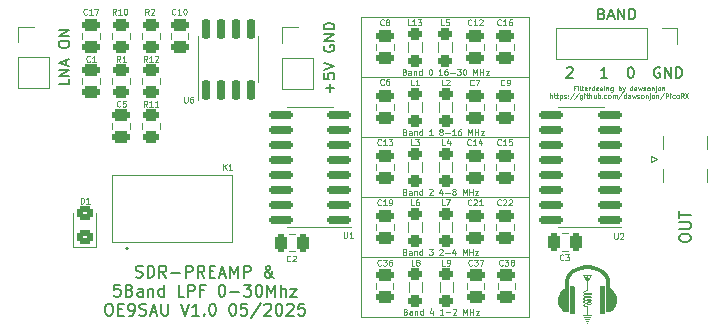
<source format=gbr>
G04 #@! TF.GenerationSoftware,KiCad,Pcbnew,8.0.5*
G04 #@! TF.CreationDate,2025-06-10T11:51:36+02:00*
G04 #@! TF.ProjectId,SDR_PreAmp_Filter,5344525f-5072-4654-916d-705f46696c74,rev?*
G04 #@! TF.SameCoordinates,Original*
G04 #@! TF.FileFunction,Legend,Top*
G04 #@! TF.FilePolarity,Positive*
%FSLAX46Y46*%
G04 Gerber Fmt 4.6, Leading zero omitted, Abs format (unit mm)*
G04 Created by KiCad (PCBNEW 8.0.5) date 2025-06-10 11:51:36*
%MOMM*%
%LPD*%
G01*
G04 APERTURE LIST*
G04 Aperture macros list*
%AMRoundRect*
0 Rectangle with rounded corners*
0 $1 Rounding radius*
0 $2 $3 $4 $5 $6 $7 $8 $9 X,Y pos of 4 corners*
0 Add a 4 corners polygon primitive as box body*
4,1,4,$2,$3,$4,$5,$6,$7,$8,$9,$2,$3,0*
0 Add four circle primitives for the rounded corners*
1,1,$1+$1,$2,$3*
1,1,$1+$1,$4,$5*
1,1,$1+$1,$6,$7*
1,1,$1+$1,$8,$9*
0 Add four rect primitives between the rounded corners*
20,1,$1+$1,$2,$3,$4,$5,0*
20,1,$1+$1,$4,$5,$6,$7,0*
20,1,$1+$1,$6,$7,$8,$9,0*
20,1,$1+$1,$8,$9,$2,$3,0*%
G04 Aperture macros list end*
%ADD10C,0.100000*%
%ADD11C,0.125000*%
%ADD12C,0.200000*%
%ADD13C,0.120000*%
%ADD14C,0.000000*%
%ADD15RoundRect,0.250000X-0.450000X0.262500X-0.450000X-0.262500X0.450000X-0.262500X0.450000X0.262500X0*%
%ADD16RoundRect,0.250000X0.475000X-0.250000X0.475000X0.250000X-0.475000X0.250000X-0.475000X-0.250000X0*%
%ADD17RoundRect,0.250000X0.350000X-0.275000X0.350000X0.275000X-0.350000X0.275000X-0.350000X-0.275000X0*%
%ADD18C,5.600000*%
%ADD19RoundRect,0.250000X-0.350000X0.275000X-0.350000X-0.275000X0.350000X-0.275000X0.350000X0.275000X0*%
%ADD20RoundRect,0.250000X0.450000X-0.325000X0.450000X0.325000X-0.450000X0.325000X-0.450000X-0.325000X0*%
%ADD21R,1.700000X1.700000*%
%ADD22O,1.700000X1.700000*%
%ADD23RoundRect,0.250000X-0.475000X0.250000X-0.475000X-0.250000X0.475000X-0.250000X0.475000X0.250000X0*%
%ADD24C,1.381000*%
%ADD25RoundRect,0.150000X0.150000X-0.725000X0.150000X0.725000X-0.150000X0.725000X-0.150000X-0.725000X0*%
%ADD26RoundRect,0.250000X0.450000X-0.262500X0.450000X0.262500X-0.450000X0.262500X-0.450000X-0.262500X0*%
%ADD27RoundRect,0.150000X0.825000X0.150000X-0.825000X0.150000X-0.825000X-0.150000X0.825000X-0.150000X0*%
%ADD28R,3.600000X1.270000*%
%ADD29R,4.200000X1.350000*%
%ADD30RoundRect,0.250000X-0.250000X-0.475000X0.250000X-0.475000X0.250000X0.475000X-0.250000X0.475000X0*%
G04 APERTURE END LIST*
D10*
X119888000Y-116840000D02*
X134112000Y-116840000D01*
X134112000Y-121920000D01*
X119888000Y-121920000D01*
X119888000Y-116840000D01*
X119888000Y-137160000D02*
X134112000Y-137160000D01*
X134112000Y-142240000D01*
X119888000Y-142240000D01*
X119888000Y-137160000D01*
X119888000Y-121920000D02*
X134112000Y-121920000D01*
X134112000Y-127000000D01*
X119888000Y-127000000D01*
X119888000Y-121920000D01*
X119888000Y-127000000D02*
X134112000Y-127000000D01*
X134112000Y-132080000D01*
X119888000Y-132080000D01*
X119888000Y-127000000D01*
X119888000Y-132080000D02*
X134112000Y-132080000D01*
X134112000Y-137160000D01*
X119888000Y-137160000D01*
X119888000Y-132080000D01*
X138017713Y-122841145D02*
X137884380Y-122841145D01*
X137884380Y-123050669D02*
X137884380Y-122650669D01*
X137884380Y-122650669D02*
X138074856Y-122650669D01*
X138227237Y-123050669D02*
X138227237Y-122784002D01*
X138227237Y-122650669D02*
X138208189Y-122669717D01*
X138208189Y-122669717D02*
X138227237Y-122688764D01*
X138227237Y-122688764D02*
X138246284Y-122669717D01*
X138246284Y-122669717D02*
X138227237Y-122650669D01*
X138227237Y-122650669D02*
X138227237Y-122688764D01*
X138474855Y-123050669D02*
X138436760Y-123031622D01*
X138436760Y-123031622D02*
X138417713Y-122993526D01*
X138417713Y-122993526D02*
X138417713Y-122650669D01*
X138570094Y-122784002D02*
X138722475Y-122784002D01*
X138627237Y-122650669D02*
X138627237Y-122993526D01*
X138627237Y-122993526D02*
X138646284Y-123031622D01*
X138646284Y-123031622D02*
X138684379Y-123050669D01*
X138684379Y-123050669D02*
X138722475Y-123050669D01*
X139008189Y-123031622D02*
X138970093Y-123050669D01*
X138970093Y-123050669D02*
X138893903Y-123050669D01*
X138893903Y-123050669D02*
X138855808Y-123031622D01*
X138855808Y-123031622D02*
X138836760Y-122993526D01*
X138836760Y-122993526D02*
X138836760Y-122841145D01*
X138836760Y-122841145D02*
X138855808Y-122803050D01*
X138855808Y-122803050D02*
X138893903Y-122784002D01*
X138893903Y-122784002D02*
X138970093Y-122784002D01*
X138970093Y-122784002D02*
X139008189Y-122803050D01*
X139008189Y-122803050D02*
X139027236Y-122841145D01*
X139027236Y-122841145D02*
X139027236Y-122879241D01*
X139027236Y-122879241D02*
X138836760Y-122917336D01*
X139198665Y-123050669D02*
X139198665Y-122784002D01*
X139198665Y-122860193D02*
X139217712Y-122822098D01*
X139217712Y-122822098D02*
X139236760Y-122803050D01*
X139236760Y-122803050D02*
X139274855Y-122784002D01*
X139274855Y-122784002D02*
X139312950Y-122784002D01*
X139617712Y-123050669D02*
X139617712Y-122650669D01*
X139617712Y-123031622D02*
X139579617Y-123050669D01*
X139579617Y-123050669D02*
X139503426Y-123050669D01*
X139503426Y-123050669D02*
X139465331Y-123031622D01*
X139465331Y-123031622D02*
X139446284Y-123012574D01*
X139446284Y-123012574D02*
X139427236Y-122974479D01*
X139427236Y-122974479D02*
X139427236Y-122860193D01*
X139427236Y-122860193D02*
X139446284Y-122822098D01*
X139446284Y-122822098D02*
X139465331Y-122803050D01*
X139465331Y-122803050D02*
X139503426Y-122784002D01*
X139503426Y-122784002D02*
X139579617Y-122784002D01*
X139579617Y-122784002D02*
X139617712Y-122803050D01*
X139960570Y-123031622D02*
X139922474Y-123050669D01*
X139922474Y-123050669D02*
X139846284Y-123050669D01*
X139846284Y-123050669D02*
X139808189Y-123031622D01*
X139808189Y-123031622D02*
X139789141Y-122993526D01*
X139789141Y-122993526D02*
X139789141Y-122841145D01*
X139789141Y-122841145D02*
X139808189Y-122803050D01*
X139808189Y-122803050D02*
X139846284Y-122784002D01*
X139846284Y-122784002D02*
X139922474Y-122784002D01*
X139922474Y-122784002D02*
X139960570Y-122803050D01*
X139960570Y-122803050D02*
X139979617Y-122841145D01*
X139979617Y-122841145D02*
X139979617Y-122879241D01*
X139979617Y-122879241D02*
X139789141Y-122917336D01*
X140131998Y-123031622D02*
X140170093Y-123050669D01*
X140170093Y-123050669D02*
X140246284Y-123050669D01*
X140246284Y-123050669D02*
X140284379Y-123031622D01*
X140284379Y-123031622D02*
X140303427Y-122993526D01*
X140303427Y-122993526D02*
X140303427Y-122974479D01*
X140303427Y-122974479D02*
X140284379Y-122936383D01*
X140284379Y-122936383D02*
X140246284Y-122917336D01*
X140246284Y-122917336D02*
X140189141Y-122917336D01*
X140189141Y-122917336D02*
X140151046Y-122898288D01*
X140151046Y-122898288D02*
X140131998Y-122860193D01*
X140131998Y-122860193D02*
X140131998Y-122841145D01*
X140131998Y-122841145D02*
X140151046Y-122803050D01*
X140151046Y-122803050D02*
X140189141Y-122784002D01*
X140189141Y-122784002D02*
X140246284Y-122784002D01*
X140246284Y-122784002D02*
X140284379Y-122803050D01*
X140474856Y-123050669D02*
X140474856Y-122784002D01*
X140474856Y-122650669D02*
X140455808Y-122669717D01*
X140455808Y-122669717D02*
X140474856Y-122688764D01*
X140474856Y-122688764D02*
X140493903Y-122669717D01*
X140493903Y-122669717D02*
X140474856Y-122650669D01*
X140474856Y-122650669D02*
X140474856Y-122688764D01*
X140665332Y-122784002D02*
X140665332Y-123050669D01*
X140665332Y-122822098D02*
X140684379Y-122803050D01*
X140684379Y-122803050D02*
X140722474Y-122784002D01*
X140722474Y-122784002D02*
X140779617Y-122784002D01*
X140779617Y-122784002D02*
X140817713Y-122803050D01*
X140817713Y-122803050D02*
X140836760Y-122841145D01*
X140836760Y-122841145D02*
X140836760Y-123050669D01*
X141198665Y-122784002D02*
X141198665Y-123107812D01*
X141198665Y-123107812D02*
X141179618Y-123145907D01*
X141179618Y-123145907D02*
X141160570Y-123164955D01*
X141160570Y-123164955D02*
X141122475Y-123184002D01*
X141122475Y-123184002D02*
X141065332Y-123184002D01*
X141065332Y-123184002D02*
X141027237Y-123164955D01*
X141198665Y-123031622D02*
X141160570Y-123050669D01*
X141160570Y-123050669D02*
X141084379Y-123050669D01*
X141084379Y-123050669D02*
X141046284Y-123031622D01*
X141046284Y-123031622D02*
X141027237Y-123012574D01*
X141027237Y-123012574D02*
X141008189Y-122974479D01*
X141008189Y-122974479D02*
X141008189Y-122860193D01*
X141008189Y-122860193D02*
X141027237Y-122822098D01*
X141027237Y-122822098D02*
X141046284Y-122803050D01*
X141046284Y-122803050D02*
X141084379Y-122784002D01*
X141084379Y-122784002D02*
X141160570Y-122784002D01*
X141160570Y-122784002D02*
X141198665Y-122803050D01*
X141693904Y-123050669D02*
X141693904Y-122650669D01*
X141693904Y-122803050D02*
X141731999Y-122784002D01*
X141731999Y-122784002D02*
X141808189Y-122784002D01*
X141808189Y-122784002D02*
X141846285Y-122803050D01*
X141846285Y-122803050D02*
X141865332Y-122822098D01*
X141865332Y-122822098D02*
X141884380Y-122860193D01*
X141884380Y-122860193D02*
X141884380Y-122974479D01*
X141884380Y-122974479D02*
X141865332Y-123012574D01*
X141865332Y-123012574D02*
X141846285Y-123031622D01*
X141846285Y-123031622D02*
X141808189Y-123050669D01*
X141808189Y-123050669D02*
X141731999Y-123050669D01*
X141731999Y-123050669D02*
X141693904Y-123031622D01*
X142017713Y-122784002D02*
X142112951Y-123050669D01*
X142208190Y-122784002D02*
X142112951Y-123050669D01*
X142112951Y-123050669D02*
X142074856Y-123145907D01*
X142074856Y-123145907D02*
X142055809Y-123164955D01*
X142055809Y-123164955D02*
X142017713Y-123184002D01*
X142836761Y-123050669D02*
X142836761Y-122650669D01*
X142836761Y-123031622D02*
X142798666Y-123050669D01*
X142798666Y-123050669D02*
X142722475Y-123050669D01*
X142722475Y-123050669D02*
X142684380Y-123031622D01*
X142684380Y-123031622D02*
X142665333Y-123012574D01*
X142665333Y-123012574D02*
X142646285Y-122974479D01*
X142646285Y-122974479D02*
X142646285Y-122860193D01*
X142646285Y-122860193D02*
X142665333Y-122822098D01*
X142665333Y-122822098D02*
X142684380Y-122803050D01*
X142684380Y-122803050D02*
X142722475Y-122784002D01*
X142722475Y-122784002D02*
X142798666Y-122784002D01*
X142798666Y-122784002D02*
X142836761Y-122803050D01*
X143198666Y-123050669D02*
X143198666Y-122841145D01*
X143198666Y-122841145D02*
X143179619Y-122803050D01*
X143179619Y-122803050D02*
X143141523Y-122784002D01*
X143141523Y-122784002D02*
X143065333Y-122784002D01*
X143065333Y-122784002D02*
X143027238Y-122803050D01*
X143198666Y-123031622D02*
X143160571Y-123050669D01*
X143160571Y-123050669D02*
X143065333Y-123050669D01*
X143065333Y-123050669D02*
X143027238Y-123031622D01*
X143027238Y-123031622D02*
X143008190Y-122993526D01*
X143008190Y-122993526D02*
X143008190Y-122955431D01*
X143008190Y-122955431D02*
X143027238Y-122917336D01*
X143027238Y-122917336D02*
X143065333Y-122898288D01*
X143065333Y-122898288D02*
X143160571Y-122898288D01*
X143160571Y-122898288D02*
X143198666Y-122879241D01*
X143351047Y-122784002D02*
X143427238Y-123050669D01*
X143427238Y-123050669D02*
X143503428Y-122860193D01*
X143503428Y-122860193D02*
X143579619Y-123050669D01*
X143579619Y-123050669D02*
X143655809Y-122784002D01*
X143789143Y-123031622D02*
X143827238Y-123050669D01*
X143827238Y-123050669D02*
X143903429Y-123050669D01*
X143903429Y-123050669D02*
X143941524Y-123031622D01*
X143941524Y-123031622D02*
X143960572Y-122993526D01*
X143960572Y-122993526D02*
X143960572Y-122974479D01*
X143960572Y-122974479D02*
X143941524Y-122936383D01*
X143941524Y-122936383D02*
X143903429Y-122917336D01*
X143903429Y-122917336D02*
X143846286Y-122917336D01*
X143846286Y-122917336D02*
X143808191Y-122898288D01*
X143808191Y-122898288D02*
X143789143Y-122860193D01*
X143789143Y-122860193D02*
X143789143Y-122841145D01*
X143789143Y-122841145D02*
X143808191Y-122803050D01*
X143808191Y-122803050D02*
X143846286Y-122784002D01*
X143846286Y-122784002D02*
X143903429Y-122784002D01*
X143903429Y-122784002D02*
X143941524Y-122803050D01*
X144189143Y-123050669D02*
X144151048Y-123031622D01*
X144151048Y-123031622D02*
X144132001Y-123012574D01*
X144132001Y-123012574D02*
X144112953Y-122974479D01*
X144112953Y-122974479D02*
X144112953Y-122860193D01*
X144112953Y-122860193D02*
X144132001Y-122822098D01*
X144132001Y-122822098D02*
X144151048Y-122803050D01*
X144151048Y-122803050D02*
X144189143Y-122784002D01*
X144189143Y-122784002D02*
X144246286Y-122784002D01*
X144246286Y-122784002D02*
X144284382Y-122803050D01*
X144284382Y-122803050D02*
X144303429Y-122822098D01*
X144303429Y-122822098D02*
X144322477Y-122860193D01*
X144322477Y-122860193D02*
X144322477Y-122974479D01*
X144322477Y-122974479D02*
X144303429Y-123012574D01*
X144303429Y-123012574D02*
X144284382Y-123031622D01*
X144284382Y-123031622D02*
X144246286Y-123050669D01*
X144246286Y-123050669D02*
X144189143Y-123050669D01*
X144493906Y-122784002D02*
X144493906Y-123050669D01*
X144493906Y-122822098D02*
X144512953Y-122803050D01*
X144512953Y-122803050D02*
X144551048Y-122784002D01*
X144551048Y-122784002D02*
X144608191Y-122784002D01*
X144608191Y-122784002D02*
X144646287Y-122803050D01*
X144646287Y-122803050D02*
X144665334Y-122841145D01*
X144665334Y-122841145D02*
X144665334Y-123050669D01*
X144855811Y-122784002D02*
X144855811Y-123126860D01*
X144855811Y-123126860D02*
X144836763Y-123164955D01*
X144836763Y-123164955D02*
X144798668Y-123184002D01*
X144798668Y-123184002D02*
X144779620Y-123184002D01*
X144855811Y-122650669D02*
X144836763Y-122669717D01*
X144836763Y-122669717D02*
X144855811Y-122688764D01*
X144855811Y-122688764D02*
X144874858Y-122669717D01*
X144874858Y-122669717D02*
X144855811Y-122650669D01*
X144855811Y-122650669D02*
X144855811Y-122688764D01*
X145103429Y-123050669D02*
X145065334Y-123031622D01*
X145065334Y-123031622D02*
X145046287Y-123012574D01*
X145046287Y-123012574D02*
X145027239Y-122974479D01*
X145027239Y-122974479D02*
X145027239Y-122860193D01*
X145027239Y-122860193D02*
X145046287Y-122822098D01*
X145046287Y-122822098D02*
X145065334Y-122803050D01*
X145065334Y-122803050D02*
X145103429Y-122784002D01*
X145103429Y-122784002D02*
X145160572Y-122784002D01*
X145160572Y-122784002D02*
X145198668Y-122803050D01*
X145198668Y-122803050D02*
X145217715Y-122822098D01*
X145217715Y-122822098D02*
X145236763Y-122860193D01*
X145236763Y-122860193D02*
X145236763Y-122974479D01*
X145236763Y-122974479D02*
X145217715Y-123012574D01*
X145217715Y-123012574D02*
X145198668Y-123031622D01*
X145198668Y-123031622D02*
X145160572Y-123050669D01*
X145160572Y-123050669D02*
X145103429Y-123050669D01*
X145408192Y-122784002D02*
X145408192Y-123050669D01*
X145408192Y-122822098D02*
X145427239Y-122803050D01*
X145427239Y-122803050D02*
X145465334Y-122784002D01*
X145465334Y-122784002D02*
X145522477Y-122784002D01*
X145522477Y-122784002D02*
X145560573Y-122803050D01*
X145560573Y-122803050D02*
X145579620Y-122841145D01*
X145579620Y-122841145D02*
X145579620Y-123050669D01*
X135903427Y-123694647D02*
X135903427Y-123294647D01*
X136074855Y-123694647D02*
X136074855Y-123485123D01*
X136074855Y-123485123D02*
X136055808Y-123447028D01*
X136055808Y-123447028D02*
X136017712Y-123427980D01*
X136017712Y-123427980D02*
X135960569Y-123427980D01*
X135960569Y-123427980D02*
X135922474Y-123447028D01*
X135922474Y-123447028D02*
X135903427Y-123466076D01*
X136208189Y-123427980D02*
X136360570Y-123427980D01*
X136265332Y-123294647D02*
X136265332Y-123637504D01*
X136265332Y-123637504D02*
X136284379Y-123675600D01*
X136284379Y-123675600D02*
X136322474Y-123694647D01*
X136322474Y-123694647D02*
X136360570Y-123694647D01*
X136436760Y-123427980D02*
X136589141Y-123427980D01*
X136493903Y-123294647D02*
X136493903Y-123637504D01*
X136493903Y-123637504D02*
X136512950Y-123675600D01*
X136512950Y-123675600D02*
X136551045Y-123694647D01*
X136551045Y-123694647D02*
X136589141Y-123694647D01*
X136722474Y-123427980D02*
X136722474Y-123827980D01*
X136722474Y-123447028D02*
X136760569Y-123427980D01*
X136760569Y-123427980D02*
X136836759Y-123427980D01*
X136836759Y-123427980D02*
X136874855Y-123447028D01*
X136874855Y-123447028D02*
X136893902Y-123466076D01*
X136893902Y-123466076D02*
X136912950Y-123504171D01*
X136912950Y-123504171D02*
X136912950Y-123618457D01*
X136912950Y-123618457D02*
X136893902Y-123656552D01*
X136893902Y-123656552D02*
X136874855Y-123675600D01*
X136874855Y-123675600D02*
X136836759Y-123694647D01*
X136836759Y-123694647D02*
X136760569Y-123694647D01*
X136760569Y-123694647D02*
X136722474Y-123675600D01*
X137065331Y-123675600D02*
X137103426Y-123694647D01*
X137103426Y-123694647D02*
X137179617Y-123694647D01*
X137179617Y-123694647D02*
X137217712Y-123675600D01*
X137217712Y-123675600D02*
X137236760Y-123637504D01*
X137236760Y-123637504D02*
X137236760Y-123618457D01*
X137236760Y-123618457D02*
X137217712Y-123580361D01*
X137217712Y-123580361D02*
X137179617Y-123561314D01*
X137179617Y-123561314D02*
X137122474Y-123561314D01*
X137122474Y-123561314D02*
X137084379Y-123542266D01*
X137084379Y-123542266D02*
X137065331Y-123504171D01*
X137065331Y-123504171D02*
X137065331Y-123485123D01*
X137065331Y-123485123D02*
X137084379Y-123447028D01*
X137084379Y-123447028D02*
X137122474Y-123427980D01*
X137122474Y-123427980D02*
X137179617Y-123427980D01*
X137179617Y-123427980D02*
X137217712Y-123447028D01*
X137408189Y-123656552D02*
X137427236Y-123675600D01*
X137427236Y-123675600D02*
X137408189Y-123694647D01*
X137408189Y-123694647D02*
X137389141Y-123675600D01*
X137389141Y-123675600D02*
X137408189Y-123656552D01*
X137408189Y-123656552D02*
X137408189Y-123694647D01*
X137408189Y-123447028D02*
X137427236Y-123466076D01*
X137427236Y-123466076D02*
X137408189Y-123485123D01*
X137408189Y-123485123D02*
X137389141Y-123466076D01*
X137389141Y-123466076D02*
X137408189Y-123447028D01*
X137408189Y-123447028D02*
X137408189Y-123485123D01*
X137884379Y-123275600D02*
X137541522Y-123789885D01*
X138303427Y-123275600D02*
X137960570Y-123789885D01*
X138608189Y-123427980D02*
X138608189Y-123751790D01*
X138608189Y-123751790D02*
X138589142Y-123789885D01*
X138589142Y-123789885D02*
X138570094Y-123808933D01*
X138570094Y-123808933D02*
X138531999Y-123827980D01*
X138531999Y-123827980D02*
X138474856Y-123827980D01*
X138474856Y-123827980D02*
X138436761Y-123808933D01*
X138608189Y-123675600D02*
X138570094Y-123694647D01*
X138570094Y-123694647D02*
X138493903Y-123694647D01*
X138493903Y-123694647D02*
X138455808Y-123675600D01*
X138455808Y-123675600D02*
X138436761Y-123656552D01*
X138436761Y-123656552D02*
X138417713Y-123618457D01*
X138417713Y-123618457D02*
X138417713Y-123504171D01*
X138417713Y-123504171D02*
X138436761Y-123466076D01*
X138436761Y-123466076D02*
X138455808Y-123447028D01*
X138455808Y-123447028D02*
X138493903Y-123427980D01*
X138493903Y-123427980D02*
X138570094Y-123427980D01*
X138570094Y-123427980D02*
X138608189Y-123447028D01*
X138798666Y-123694647D02*
X138798666Y-123427980D01*
X138798666Y-123294647D02*
X138779618Y-123313695D01*
X138779618Y-123313695D02*
X138798666Y-123332742D01*
X138798666Y-123332742D02*
X138817713Y-123313695D01*
X138817713Y-123313695D02*
X138798666Y-123294647D01*
X138798666Y-123294647D02*
X138798666Y-123332742D01*
X138931999Y-123427980D02*
X139084380Y-123427980D01*
X138989142Y-123294647D02*
X138989142Y-123637504D01*
X138989142Y-123637504D02*
X139008189Y-123675600D01*
X139008189Y-123675600D02*
X139046284Y-123694647D01*
X139046284Y-123694647D02*
X139084380Y-123694647D01*
X139217713Y-123694647D02*
X139217713Y-123294647D01*
X139389141Y-123694647D02*
X139389141Y-123485123D01*
X139389141Y-123485123D02*
X139370094Y-123447028D01*
X139370094Y-123447028D02*
X139331998Y-123427980D01*
X139331998Y-123427980D02*
X139274855Y-123427980D01*
X139274855Y-123427980D02*
X139236760Y-123447028D01*
X139236760Y-123447028D02*
X139217713Y-123466076D01*
X139751046Y-123427980D02*
X139751046Y-123694647D01*
X139579618Y-123427980D02*
X139579618Y-123637504D01*
X139579618Y-123637504D02*
X139598665Y-123675600D01*
X139598665Y-123675600D02*
X139636760Y-123694647D01*
X139636760Y-123694647D02*
X139693903Y-123694647D01*
X139693903Y-123694647D02*
X139731999Y-123675600D01*
X139731999Y-123675600D02*
X139751046Y-123656552D01*
X139941523Y-123694647D02*
X139941523Y-123294647D01*
X139941523Y-123447028D02*
X139979618Y-123427980D01*
X139979618Y-123427980D02*
X140055808Y-123427980D01*
X140055808Y-123427980D02*
X140093904Y-123447028D01*
X140093904Y-123447028D02*
X140112951Y-123466076D01*
X140112951Y-123466076D02*
X140131999Y-123504171D01*
X140131999Y-123504171D02*
X140131999Y-123618457D01*
X140131999Y-123618457D02*
X140112951Y-123656552D01*
X140112951Y-123656552D02*
X140093904Y-123675600D01*
X140093904Y-123675600D02*
X140055808Y-123694647D01*
X140055808Y-123694647D02*
X139979618Y-123694647D01*
X139979618Y-123694647D02*
X139941523Y-123675600D01*
X140303428Y-123656552D02*
X140322475Y-123675600D01*
X140322475Y-123675600D02*
X140303428Y-123694647D01*
X140303428Y-123694647D02*
X140284380Y-123675600D01*
X140284380Y-123675600D02*
X140303428Y-123656552D01*
X140303428Y-123656552D02*
X140303428Y-123694647D01*
X140665332Y-123675600D02*
X140627237Y-123694647D01*
X140627237Y-123694647D02*
X140551046Y-123694647D01*
X140551046Y-123694647D02*
X140512951Y-123675600D01*
X140512951Y-123675600D02*
X140493904Y-123656552D01*
X140493904Y-123656552D02*
X140474856Y-123618457D01*
X140474856Y-123618457D02*
X140474856Y-123504171D01*
X140474856Y-123504171D02*
X140493904Y-123466076D01*
X140493904Y-123466076D02*
X140512951Y-123447028D01*
X140512951Y-123447028D02*
X140551046Y-123427980D01*
X140551046Y-123427980D02*
X140627237Y-123427980D01*
X140627237Y-123427980D02*
X140665332Y-123447028D01*
X140893903Y-123694647D02*
X140855808Y-123675600D01*
X140855808Y-123675600D02*
X140836761Y-123656552D01*
X140836761Y-123656552D02*
X140817713Y-123618457D01*
X140817713Y-123618457D02*
X140817713Y-123504171D01*
X140817713Y-123504171D02*
X140836761Y-123466076D01*
X140836761Y-123466076D02*
X140855808Y-123447028D01*
X140855808Y-123447028D02*
X140893903Y-123427980D01*
X140893903Y-123427980D02*
X140951046Y-123427980D01*
X140951046Y-123427980D02*
X140989142Y-123447028D01*
X140989142Y-123447028D02*
X141008189Y-123466076D01*
X141008189Y-123466076D02*
X141027237Y-123504171D01*
X141027237Y-123504171D02*
X141027237Y-123618457D01*
X141027237Y-123618457D02*
X141008189Y-123656552D01*
X141008189Y-123656552D02*
X140989142Y-123675600D01*
X140989142Y-123675600D02*
X140951046Y-123694647D01*
X140951046Y-123694647D02*
X140893903Y-123694647D01*
X141198666Y-123694647D02*
X141198666Y-123427980D01*
X141198666Y-123466076D02*
X141217713Y-123447028D01*
X141217713Y-123447028D02*
X141255808Y-123427980D01*
X141255808Y-123427980D02*
X141312951Y-123427980D01*
X141312951Y-123427980D02*
X141351047Y-123447028D01*
X141351047Y-123447028D02*
X141370094Y-123485123D01*
X141370094Y-123485123D02*
X141370094Y-123694647D01*
X141370094Y-123485123D02*
X141389142Y-123447028D01*
X141389142Y-123447028D02*
X141427237Y-123427980D01*
X141427237Y-123427980D02*
X141484380Y-123427980D01*
X141484380Y-123427980D02*
X141522475Y-123447028D01*
X141522475Y-123447028D02*
X141541523Y-123485123D01*
X141541523Y-123485123D02*
X141541523Y-123694647D01*
X142017713Y-123275600D02*
X141674856Y-123789885D01*
X142322475Y-123694647D02*
X142322475Y-123294647D01*
X142322475Y-123675600D02*
X142284380Y-123694647D01*
X142284380Y-123694647D02*
X142208189Y-123694647D01*
X142208189Y-123694647D02*
X142170094Y-123675600D01*
X142170094Y-123675600D02*
X142151047Y-123656552D01*
X142151047Y-123656552D02*
X142131999Y-123618457D01*
X142131999Y-123618457D02*
X142131999Y-123504171D01*
X142131999Y-123504171D02*
X142151047Y-123466076D01*
X142151047Y-123466076D02*
X142170094Y-123447028D01*
X142170094Y-123447028D02*
X142208189Y-123427980D01*
X142208189Y-123427980D02*
X142284380Y-123427980D01*
X142284380Y-123427980D02*
X142322475Y-123447028D01*
X142684380Y-123694647D02*
X142684380Y-123485123D01*
X142684380Y-123485123D02*
X142665333Y-123447028D01*
X142665333Y-123447028D02*
X142627237Y-123427980D01*
X142627237Y-123427980D02*
X142551047Y-123427980D01*
X142551047Y-123427980D02*
X142512952Y-123447028D01*
X142684380Y-123675600D02*
X142646285Y-123694647D01*
X142646285Y-123694647D02*
X142551047Y-123694647D01*
X142551047Y-123694647D02*
X142512952Y-123675600D01*
X142512952Y-123675600D02*
X142493904Y-123637504D01*
X142493904Y-123637504D02*
X142493904Y-123599409D01*
X142493904Y-123599409D02*
X142512952Y-123561314D01*
X142512952Y-123561314D02*
X142551047Y-123542266D01*
X142551047Y-123542266D02*
X142646285Y-123542266D01*
X142646285Y-123542266D02*
X142684380Y-123523219D01*
X142836761Y-123427980D02*
X142912952Y-123694647D01*
X142912952Y-123694647D02*
X142989142Y-123504171D01*
X142989142Y-123504171D02*
X143065333Y-123694647D01*
X143065333Y-123694647D02*
X143141523Y-123427980D01*
X143274857Y-123675600D02*
X143312952Y-123694647D01*
X143312952Y-123694647D02*
X143389143Y-123694647D01*
X143389143Y-123694647D02*
X143427238Y-123675600D01*
X143427238Y-123675600D02*
X143446286Y-123637504D01*
X143446286Y-123637504D02*
X143446286Y-123618457D01*
X143446286Y-123618457D02*
X143427238Y-123580361D01*
X143427238Y-123580361D02*
X143389143Y-123561314D01*
X143389143Y-123561314D02*
X143332000Y-123561314D01*
X143332000Y-123561314D02*
X143293905Y-123542266D01*
X143293905Y-123542266D02*
X143274857Y-123504171D01*
X143274857Y-123504171D02*
X143274857Y-123485123D01*
X143274857Y-123485123D02*
X143293905Y-123447028D01*
X143293905Y-123447028D02*
X143332000Y-123427980D01*
X143332000Y-123427980D02*
X143389143Y-123427980D01*
X143389143Y-123427980D02*
X143427238Y-123447028D01*
X143674857Y-123694647D02*
X143636762Y-123675600D01*
X143636762Y-123675600D02*
X143617715Y-123656552D01*
X143617715Y-123656552D02*
X143598667Y-123618457D01*
X143598667Y-123618457D02*
X143598667Y-123504171D01*
X143598667Y-123504171D02*
X143617715Y-123466076D01*
X143617715Y-123466076D02*
X143636762Y-123447028D01*
X143636762Y-123447028D02*
X143674857Y-123427980D01*
X143674857Y-123427980D02*
X143732000Y-123427980D01*
X143732000Y-123427980D02*
X143770096Y-123447028D01*
X143770096Y-123447028D02*
X143789143Y-123466076D01*
X143789143Y-123466076D02*
X143808191Y-123504171D01*
X143808191Y-123504171D02*
X143808191Y-123618457D01*
X143808191Y-123618457D02*
X143789143Y-123656552D01*
X143789143Y-123656552D02*
X143770096Y-123675600D01*
X143770096Y-123675600D02*
X143732000Y-123694647D01*
X143732000Y-123694647D02*
X143674857Y-123694647D01*
X143979620Y-123427980D02*
X143979620Y-123694647D01*
X143979620Y-123466076D02*
X143998667Y-123447028D01*
X143998667Y-123447028D02*
X144036762Y-123427980D01*
X144036762Y-123427980D02*
X144093905Y-123427980D01*
X144093905Y-123427980D02*
X144132001Y-123447028D01*
X144132001Y-123447028D02*
X144151048Y-123485123D01*
X144151048Y-123485123D02*
X144151048Y-123694647D01*
X144341525Y-123427980D02*
X144341525Y-123770838D01*
X144341525Y-123770838D02*
X144322477Y-123808933D01*
X144322477Y-123808933D02*
X144284382Y-123827980D01*
X144284382Y-123827980D02*
X144265334Y-123827980D01*
X144341525Y-123294647D02*
X144322477Y-123313695D01*
X144322477Y-123313695D02*
X144341525Y-123332742D01*
X144341525Y-123332742D02*
X144360572Y-123313695D01*
X144360572Y-123313695D02*
X144341525Y-123294647D01*
X144341525Y-123294647D02*
X144341525Y-123332742D01*
X144589143Y-123694647D02*
X144551048Y-123675600D01*
X144551048Y-123675600D02*
X144532001Y-123656552D01*
X144532001Y-123656552D02*
X144512953Y-123618457D01*
X144512953Y-123618457D02*
X144512953Y-123504171D01*
X144512953Y-123504171D02*
X144532001Y-123466076D01*
X144532001Y-123466076D02*
X144551048Y-123447028D01*
X144551048Y-123447028D02*
X144589143Y-123427980D01*
X144589143Y-123427980D02*
X144646286Y-123427980D01*
X144646286Y-123427980D02*
X144684382Y-123447028D01*
X144684382Y-123447028D02*
X144703429Y-123466076D01*
X144703429Y-123466076D02*
X144722477Y-123504171D01*
X144722477Y-123504171D02*
X144722477Y-123618457D01*
X144722477Y-123618457D02*
X144703429Y-123656552D01*
X144703429Y-123656552D02*
X144684382Y-123675600D01*
X144684382Y-123675600D02*
X144646286Y-123694647D01*
X144646286Y-123694647D02*
X144589143Y-123694647D01*
X144893906Y-123427980D02*
X144893906Y-123694647D01*
X144893906Y-123466076D02*
X144912953Y-123447028D01*
X144912953Y-123447028D02*
X144951048Y-123427980D01*
X144951048Y-123427980D02*
X145008191Y-123427980D01*
X145008191Y-123427980D02*
X145046287Y-123447028D01*
X145046287Y-123447028D02*
X145065334Y-123485123D01*
X145065334Y-123485123D02*
X145065334Y-123694647D01*
X145541525Y-123275600D02*
X145198668Y-123789885D01*
X145674859Y-123694647D02*
X145674859Y-123294647D01*
X145674859Y-123294647D02*
X145827240Y-123294647D01*
X145827240Y-123294647D02*
X145865335Y-123313695D01*
X145865335Y-123313695D02*
X145884382Y-123332742D01*
X145884382Y-123332742D02*
X145903430Y-123370838D01*
X145903430Y-123370838D02*
X145903430Y-123427980D01*
X145903430Y-123427980D02*
X145884382Y-123466076D01*
X145884382Y-123466076D02*
X145865335Y-123485123D01*
X145865335Y-123485123D02*
X145827240Y-123504171D01*
X145827240Y-123504171D02*
X145674859Y-123504171D01*
X146074859Y-123694647D02*
X146074859Y-123427980D01*
X146074859Y-123294647D02*
X146055811Y-123313695D01*
X146055811Y-123313695D02*
X146074859Y-123332742D01*
X146074859Y-123332742D02*
X146093906Y-123313695D01*
X146093906Y-123313695D02*
X146074859Y-123294647D01*
X146074859Y-123294647D02*
X146074859Y-123332742D01*
X146436763Y-123675600D02*
X146398668Y-123694647D01*
X146398668Y-123694647D02*
X146322477Y-123694647D01*
X146322477Y-123694647D02*
X146284382Y-123675600D01*
X146284382Y-123675600D02*
X146265335Y-123656552D01*
X146265335Y-123656552D02*
X146246287Y-123618457D01*
X146246287Y-123618457D02*
X146246287Y-123504171D01*
X146246287Y-123504171D02*
X146265335Y-123466076D01*
X146265335Y-123466076D02*
X146284382Y-123447028D01*
X146284382Y-123447028D02*
X146322477Y-123427980D01*
X146322477Y-123427980D02*
X146398668Y-123427980D01*
X146398668Y-123427980D02*
X146436763Y-123447028D01*
X146665334Y-123694647D02*
X146627239Y-123675600D01*
X146627239Y-123675600D02*
X146608192Y-123656552D01*
X146608192Y-123656552D02*
X146589144Y-123618457D01*
X146589144Y-123618457D02*
X146589144Y-123504171D01*
X146589144Y-123504171D02*
X146608192Y-123466076D01*
X146608192Y-123466076D02*
X146627239Y-123447028D01*
X146627239Y-123447028D02*
X146665334Y-123427980D01*
X146665334Y-123427980D02*
X146722477Y-123427980D01*
X146722477Y-123427980D02*
X146760573Y-123447028D01*
X146760573Y-123447028D02*
X146779620Y-123466076D01*
X146779620Y-123466076D02*
X146798668Y-123504171D01*
X146798668Y-123504171D02*
X146798668Y-123618457D01*
X146798668Y-123618457D02*
X146779620Y-123656552D01*
X146779620Y-123656552D02*
X146760573Y-123675600D01*
X146760573Y-123675600D02*
X146722477Y-123694647D01*
X146722477Y-123694647D02*
X146665334Y-123694647D01*
X147198668Y-123694647D02*
X147065335Y-123504171D01*
X146970097Y-123694647D02*
X146970097Y-123294647D01*
X146970097Y-123294647D02*
X147122478Y-123294647D01*
X147122478Y-123294647D02*
X147160573Y-123313695D01*
X147160573Y-123313695D02*
X147179620Y-123332742D01*
X147179620Y-123332742D02*
X147198668Y-123370838D01*
X147198668Y-123370838D02*
X147198668Y-123427980D01*
X147198668Y-123427980D02*
X147179620Y-123466076D01*
X147179620Y-123466076D02*
X147160573Y-123485123D01*
X147160573Y-123485123D02*
X147122478Y-123504171D01*
X147122478Y-123504171D02*
X146970097Y-123504171D01*
X147332001Y-123294647D02*
X147598668Y-123694647D01*
X147598668Y-123294647D02*
X147332001Y-123694647D01*
D11*
X123617950Y-126570404D02*
X123689378Y-126594214D01*
X123689378Y-126594214D02*
X123713188Y-126618023D01*
X123713188Y-126618023D02*
X123736997Y-126665642D01*
X123736997Y-126665642D02*
X123736997Y-126737071D01*
X123736997Y-126737071D02*
X123713188Y-126784690D01*
X123713188Y-126784690D02*
X123689378Y-126808500D01*
X123689378Y-126808500D02*
X123641759Y-126832309D01*
X123641759Y-126832309D02*
X123451283Y-126832309D01*
X123451283Y-126832309D02*
X123451283Y-126332309D01*
X123451283Y-126332309D02*
X123617950Y-126332309D01*
X123617950Y-126332309D02*
X123665569Y-126356119D01*
X123665569Y-126356119D02*
X123689378Y-126379928D01*
X123689378Y-126379928D02*
X123713188Y-126427547D01*
X123713188Y-126427547D02*
X123713188Y-126475166D01*
X123713188Y-126475166D02*
X123689378Y-126522785D01*
X123689378Y-126522785D02*
X123665569Y-126546595D01*
X123665569Y-126546595D02*
X123617950Y-126570404D01*
X123617950Y-126570404D02*
X123451283Y-126570404D01*
X124165569Y-126832309D02*
X124165569Y-126570404D01*
X124165569Y-126570404D02*
X124141759Y-126522785D01*
X124141759Y-126522785D02*
X124094140Y-126498976D01*
X124094140Y-126498976D02*
X123998902Y-126498976D01*
X123998902Y-126498976D02*
X123951283Y-126522785D01*
X124165569Y-126808500D02*
X124117950Y-126832309D01*
X124117950Y-126832309D02*
X123998902Y-126832309D01*
X123998902Y-126832309D02*
X123951283Y-126808500D01*
X123951283Y-126808500D02*
X123927474Y-126760880D01*
X123927474Y-126760880D02*
X123927474Y-126713261D01*
X123927474Y-126713261D02*
X123951283Y-126665642D01*
X123951283Y-126665642D02*
X123998902Y-126641833D01*
X123998902Y-126641833D02*
X124117950Y-126641833D01*
X124117950Y-126641833D02*
X124165569Y-126618023D01*
X124403664Y-126498976D02*
X124403664Y-126832309D01*
X124403664Y-126546595D02*
X124427474Y-126522785D01*
X124427474Y-126522785D02*
X124475093Y-126498976D01*
X124475093Y-126498976D02*
X124546521Y-126498976D01*
X124546521Y-126498976D02*
X124594140Y-126522785D01*
X124594140Y-126522785D02*
X124617950Y-126570404D01*
X124617950Y-126570404D02*
X124617950Y-126832309D01*
X125070331Y-126832309D02*
X125070331Y-126332309D01*
X125070331Y-126808500D02*
X125022712Y-126832309D01*
X125022712Y-126832309D02*
X124927474Y-126832309D01*
X124927474Y-126832309D02*
X124879855Y-126808500D01*
X124879855Y-126808500D02*
X124856045Y-126784690D01*
X124856045Y-126784690D02*
X124832236Y-126737071D01*
X124832236Y-126737071D02*
X124832236Y-126594214D01*
X124832236Y-126594214D02*
X124856045Y-126546595D01*
X124856045Y-126546595D02*
X124879855Y-126522785D01*
X124879855Y-126522785D02*
X124927474Y-126498976D01*
X124927474Y-126498976D02*
X125022712Y-126498976D01*
X125022712Y-126498976D02*
X125070331Y-126522785D01*
X125951283Y-126832309D02*
X125665569Y-126832309D01*
X125808426Y-126832309D02*
X125808426Y-126332309D01*
X125808426Y-126332309D02*
X125760807Y-126403738D01*
X125760807Y-126403738D02*
X125713188Y-126451357D01*
X125713188Y-126451357D02*
X125665569Y-126475166D01*
X126617949Y-126546595D02*
X126570330Y-126522785D01*
X126570330Y-126522785D02*
X126546520Y-126498976D01*
X126546520Y-126498976D02*
X126522711Y-126451357D01*
X126522711Y-126451357D02*
X126522711Y-126427547D01*
X126522711Y-126427547D02*
X126546520Y-126379928D01*
X126546520Y-126379928D02*
X126570330Y-126356119D01*
X126570330Y-126356119D02*
X126617949Y-126332309D01*
X126617949Y-126332309D02*
X126713187Y-126332309D01*
X126713187Y-126332309D02*
X126760806Y-126356119D01*
X126760806Y-126356119D02*
X126784615Y-126379928D01*
X126784615Y-126379928D02*
X126808425Y-126427547D01*
X126808425Y-126427547D02*
X126808425Y-126451357D01*
X126808425Y-126451357D02*
X126784615Y-126498976D01*
X126784615Y-126498976D02*
X126760806Y-126522785D01*
X126760806Y-126522785D02*
X126713187Y-126546595D01*
X126713187Y-126546595D02*
X126617949Y-126546595D01*
X126617949Y-126546595D02*
X126570330Y-126570404D01*
X126570330Y-126570404D02*
X126546520Y-126594214D01*
X126546520Y-126594214D02*
X126522711Y-126641833D01*
X126522711Y-126641833D02*
X126522711Y-126737071D01*
X126522711Y-126737071D02*
X126546520Y-126784690D01*
X126546520Y-126784690D02*
X126570330Y-126808500D01*
X126570330Y-126808500D02*
X126617949Y-126832309D01*
X126617949Y-126832309D02*
X126713187Y-126832309D01*
X126713187Y-126832309D02*
X126760806Y-126808500D01*
X126760806Y-126808500D02*
X126784615Y-126784690D01*
X126784615Y-126784690D02*
X126808425Y-126737071D01*
X126808425Y-126737071D02*
X126808425Y-126641833D01*
X126808425Y-126641833D02*
X126784615Y-126594214D01*
X126784615Y-126594214D02*
X126760806Y-126570404D01*
X126760806Y-126570404D02*
X126713187Y-126546595D01*
X127022710Y-126641833D02*
X127403663Y-126641833D01*
X127903663Y-126832309D02*
X127617949Y-126832309D01*
X127760806Y-126832309D02*
X127760806Y-126332309D01*
X127760806Y-126332309D02*
X127713187Y-126403738D01*
X127713187Y-126403738D02*
X127665568Y-126451357D01*
X127665568Y-126451357D02*
X127617949Y-126475166D01*
X128332234Y-126332309D02*
X128236996Y-126332309D01*
X128236996Y-126332309D02*
X128189377Y-126356119D01*
X128189377Y-126356119D02*
X128165567Y-126379928D01*
X128165567Y-126379928D02*
X128117948Y-126451357D01*
X128117948Y-126451357D02*
X128094139Y-126546595D01*
X128094139Y-126546595D02*
X128094139Y-126737071D01*
X128094139Y-126737071D02*
X128117948Y-126784690D01*
X128117948Y-126784690D02*
X128141758Y-126808500D01*
X128141758Y-126808500D02*
X128189377Y-126832309D01*
X128189377Y-126832309D02*
X128284615Y-126832309D01*
X128284615Y-126832309D02*
X128332234Y-126808500D01*
X128332234Y-126808500D02*
X128356043Y-126784690D01*
X128356043Y-126784690D02*
X128379853Y-126737071D01*
X128379853Y-126737071D02*
X128379853Y-126618023D01*
X128379853Y-126618023D02*
X128356043Y-126570404D01*
X128356043Y-126570404D02*
X128332234Y-126546595D01*
X128332234Y-126546595D02*
X128284615Y-126522785D01*
X128284615Y-126522785D02*
X128189377Y-126522785D01*
X128189377Y-126522785D02*
X128141758Y-126546595D01*
X128141758Y-126546595D02*
X128117948Y-126570404D01*
X128117948Y-126570404D02*
X128094139Y-126618023D01*
X128975090Y-126832309D02*
X128975090Y-126332309D01*
X128975090Y-126332309D02*
X129141757Y-126689452D01*
X129141757Y-126689452D02*
X129308423Y-126332309D01*
X129308423Y-126332309D02*
X129308423Y-126832309D01*
X129546519Y-126832309D02*
X129546519Y-126332309D01*
X129546519Y-126570404D02*
X129832233Y-126570404D01*
X129832233Y-126832309D02*
X129832233Y-126332309D01*
X130022710Y-126498976D02*
X130284615Y-126498976D01*
X130284615Y-126498976D02*
X130022710Y-126832309D01*
X130022710Y-126832309D02*
X130284615Y-126832309D01*
D12*
X146822219Y-135619999D02*
X146822219Y-135429523D01*
X146822219Y-135429523D02*
X146869838Y-135334285D01*
X146869838Y-135334285D02*
X146965076Y-135239047D01*
X146965076Y-135239047D02*
X147155552Y-135191428D01*
X147155552Y-135191428D02*
X147488885Y-135191428D01*
X147488885Y-135191428D02*
X147679361Y-135239047D01*
X147679361Y-135239047D02*
X147774600Y-135334285D01*
X147774600Y-135334285D02*
X147822219Y-135429523D01*
X147822219Y-135429523D02*
X147822219Y-135619999D01*
X147822219Y-135619999D02*
X147774600Y-135715237D01*
X147774600Y-135715237D02*
X147679361Y-135810475D01*
X147679361Y-135810475D02*
X147488885Y-135858094D01*
X147488885Y-135858094D02*
X147155552Y-135858094D01*
X147155552Y-135858094D02*
X146965076Y-135810475D01*
X146965076Y-135810475D02*
X146869838Y-135715237D01*
X146869838Y-135715237D02*
X146822219Y-135619999D01*
X146822219Y-134762856D02*
X147631742Y-134762856D01*
X147631742Y-134762856D02*
X147726980Y-134715237D01*
X147726980Y-134715237D02*
X147774600Y-134667618D01*
X147774600Y-134667618D02*
X147822219Y-134572380D01*
X147822219Y-134572380D02*
X147822219Y-134381904D01*
X147822219Y-134381904D02*
X147774600Y-134286666D01*
X147774600Y-134286666D02*
X147726980Y-134239047D01*
X147726980Y-134239047D02*
X147631742Y-134191428D01*
X147631742Y-134191428D02*
X146822219Y-134191428D01*
X146822219Y-133858094D02*
X146822219Y-133286666D01*
X147822219Y-133572380D02*
X146822219Y-133572380D01*
D11*
X123667950Y-141770404D02*
X123739378Y-141794214D01*
X123739378Y-141794214D02*
X123763188Y-141818023D01*
X123763188Y-141818023D02*
X123786997Y-141865642D01*
X123786997Y-141865642D02*
X123786997Y-141937071D01*
X123786997Y-141937071D02*
X123763188Y-141984690D01*
X123763188Y-141984690D02*
X123739378Y-142008500D01*
X123739378Y-142008500D02*
X123691759Y-142032309D01*
X123691759Y-142032309D02*
X123501283Y-142032309D01*
X123501283Y-142032309D02*
X123501283Y-141532309D01*
X123501283Y-141532309D02*
X123667950Y-141532309D01*
X123667950Y-141532309D02*
X123715569Y-141556119D01*
X123715569Y-141556119D02*
X123739378Y-141579928D01*
X123739378Y-141579928D02*
X123763188Y-141627547D01*
X123763188Y-141627547D02*
X123763188Y-141675166D01*
X123763188Y-141675166D02*
X123739378Y-141722785D01*
X123739378Y-141722785D02*
X123715569Y-141746595D01*
X123715569Y-141746595D02*
X123667950Y-141770404D01*
X123667950Y-141770404D02*
X123501283Y-141770404D01*
X124215569Y-142032309D02*
X124215569Y-141770404D01*
X124215569Y-141770404D02*
X124191759Y-141722785D01*
X124191759Y-141722785D02*
X124144140Y-141698976D01*
X124144140Y-141698976D02*
X124048902Y-141698976D01*
X124048902Y-141698976D02*
X124001283Y-141722785D01*
X124215569Y-142008500D02*
X124167950Y-142032309D01*
X124167950Y-142032309D02*
X124048902Y-142032309D01*
X124048902Y-142032309D02*
X124001283Y-142008500D01*
X124001283Y-142008500D02*
X123977474Y-141960880D01*
X123977474Y-141960880D02*
X123977474Y-141913261D01*
X123977474Y-141913261D02*
X124001283Y-141865642D01*
X124001283Y-141865642D02*
X124048902Y-141841833D01*
X124048902Y-141841833D02*
X124167950Y-141841833D01*
X124167950Y-141841833D02*
X124215569Y-141818023D01*
X124453664Y-141698976D02*
X124453664Y-142032309D01*
X124453664Y-141746595D02*
X124477474Y-141722785D01*
X124477474Y-141722785D02*
X124525093Y-141698976D01*
X124525093Y-141698976D02*
X124596521Y-141698976D01*
X124596521Y-141698976D02*
X124644140Y-141722785D01*
X124644140Y-141722785D02*
X124667950Y-141770404D01*
X124667950Y-141770404D02*
X124667950Y-142032309D01*
X125120331Y-142032309D02*
X125120331Y-141532309D01*
X125120331Y-142008500D02*
X125072712Y-142032309D01*
X125072712Y-142032309D02*
X124977474Y-142032309D01*
X124977474Y-142032309D02*
X124929855Y-142008500D01*
X124929855Y-142008500D02*
X124906045Y-141984690D01*
X124906045Y-141984690D02*
X124882236Y-141937071D01*
X124882236Y-141937071D02*
X124882236Y-141794214D01*
X124882236Y-141794214D02*
X124906045Y-141746595D01*
X124906045Y-141746595D02*
X124929855Y-141722785D01*
X124929855Y-141722785D02*
X124977474Y-141698976D01*
X124977474Y-141698976D02*
X125072712Y-141698976D01*
X125072712Y-141698976D02*
X125120331Y-141722785D01*
X125953664Y-141698976D02*
X125953664Y-142032309D01*
X125834616Y-141508500D02*
X125715569Y-141865642D01*
X125715569Y-141865642D02*
X126025092Y-141865642D01*
X126858425Y-142032309D02*
X126572711Y-142032309D01*
X126715568Y-142032309D02*
X126715568Y-141532309D01*
X126715568Y-141532309D02*
X126667949Y-141603738D01*
X126667949Y-141603738D02*
X126620330Y-141651357D01*
X126620330Y-141651357D02*
X126572711Y-141675166D01*
X127072710Y-141841833D02*
X127453663Y-141841833D01*
X127667949Y-141579928D02*
X127691758Y-141556119D01*
X127691758Y-141556119D02*
X127739377Y-141532309D01*
X127739377Y-141532309D02*
X127858425Y-141532309D01*
X127858425Y-141532309D02*
X127906044Y-141556119D01*
X127906044Y-141556119D02*
X127929853Y-141579928D01*
X127929853Y-141579928D02*
X127953663Y-141627547D01*
X127953663Y-141627547D02*
X127953663Y-141675166D01*
X127953663Y-141675166D02*
X127929853Y-141746595D01*
X127929853Y-141746595D02*
X127644139Y-142032309D01*
X127644139Y-142032309D02*
X127953663Y-142032309D01*
X128548900Y-142032309D02*
X128548900Y-141532309D01*
X128548900Y-141532309D02*
X128715567Y-141889452D01*
X128715567Y-141889452D02*
X128882233Y-141532309D01*
X128882233Y-141532309D02*
X128882233Y-142032309D01*
X129120329Y-142032309D02*
X129120329Y-141532309D01*
X129120329Y-141770404D02*
X129406043Y-141770404D01*
X129406043Y-142032309D02*
X129406043Y-141532309D01*
X129596520Y-141698976D02*
X129858425Y-141698976D01*
X129858425Y-141698976D02*
X129596520Y-142032309D01*
X129596520Y-142032309D02*
X129858425Y-142032309D01*
X123617950Y-131620404D02*
X123689378Y-131644214D01*
X123689378Y-131644214D02*
X123713188Y-131668023D01*
X123713188Y-131668023D02*
X123736997Y-131715642D01*
X123736997Y-131715642D02*
X123736997Y-131787071D01*
X123736997Y-131787071D02*
X123713188Y-131834690D01*
X123713188Y-131834690D02*
X123689378Y-131858500D01*
X123689378Y-131858500D02*
X123641759Y-131882309D01*
X123641759Y-131882309D02*
X123451283Y-131882309D01*
X123451283Y-131882309D02*
X123451283Y-131382309D01*
X123451283Y-131382309D02*
X123617950Y-131382309D01*
X123617950Y-131382309D02*
X123665569Y-131406119D01*
X123665569Y-131406119D02*
X123689378Y-131429928D01*
X123689378Y-131429928D02*
X123713188Y-131477547D01*
X123713188Y-131477547D02*
X123713188Y-131525166D01*
X123713188Y-131525166D02*
X123689378Y-131572785D01*
X123689378Y-131572785D02*
X123665569Y-131596595D01*
X123665569Y-131596595D02*
X123617950Y-131620404D01*
X123617950Y-131620404D02*
X123451283Y-131620404D01*
X124165569Y-131882309D02*
X124165569Y-131620404D01*
X124165569Y-131620404D02*
X124141759Y-131572785D01*
X124141759Y-131572785D02*
X124094140Y-131548976D01*
X124094140Y-131548976D02*
X123998902Y-131548976D01*
X123998902Y-131548976D02*
X123951283Y-131572785D01*
X124165569Y-131858500D02*
X124117950Y-131882309D01*
X124117950Y-131882309D02*
X123998902Y-131882309D01*
X123998902Y-131882309D02*
X123951283Y-131858500D01*
X123951283Y-131858500D02*
X123927474Y-131810880D01*
X123927474Y-131810880D02*
X123927474Y-131763261D01*
X123927474Y-131763261D02*
X123951283Y-131715642D01*
X123951283Y-131715642D02*
X123998902Y-131691833D01*
X123998902Y-131691833D02*
X124117950Y-131691833D01*
X124117950Y-131691833D02*
X124165569Y-131668023D01*
X124403664Y-131548976D02*
X124403664Y-131882309D01*
X124403664Y-131596595D02*
X124427474Y-131572785D01*
X124427474Y-131572785D02*
X124475093Y-131548976D01*
X124475093Y-131548976D02*
X124546521Y-131548976D01*
X124546521Y-131548976D02*
X124594140Y-131572785D01*
X124594140Y-131572785D02*
X124617950Y-131620404D01*
X124617950Y-131620404D02*
X124617950Y-131882309D01*
X125070331Y-131882309D02*
X125070331Y-131382309D01*
X125070331Y-131858500D02*
X125022712Y-131882309D01*
X125022712Y-131882309D02*
X124927474Y-131882309D01*
X124927474Y-131882309D02*
X124879855Y-131858500D01*
X124879855Y-131858500D02*
X124856045Y-131834690D01*
X124856045Y-131834690D02*
X124832236Y-131787071D01*
X124832236Y-131787071D02*
X124832236Y-131644214D01*
X124832236Y-131644214D02*
X124856045Y-131596595D01*
X124856045Y-131596595D02*
X124879855Y-131572785D01*
X124879855Y-131572785D02*
X124927474Y-131548976D01*
X124927474Y-131548976D02*
X125022712Y-131548976D01*
X125022712Y-131548976D02*
X125070331Y-131572785D01*
X125665569Y-131429928D02*
X125689378Y-131406119D01*
X125689378Y-131406119D02*
X125736997Y-131382309D01*
X125736997Y-131382309D02*
X125856045Y-131382309D01*
X125856045Y-131382309D02*
X125903664Y-131406119D01*
X125903664Y-131406119D02*
X125927473Y-131429928D01*
X125927473Y-131429928D02*
X125951283Y-131477547D01*
X125951283Y-131477547D02*
X125951283Y-131525166D01*
X125951283Y-131525166D02*
X125927473Y-131596595D01*
X125927473Y-131596595D02*
X125641759Y-131882309D01*
X125641759Y-131882309D02*
X125951283Y-131882309D01*
X126760806Y-131548976D02*
X126760806Y-131882309D01*
X126641758Y-131358500D02*
X126522711Y-131715642D01*
X126522711Y-131715642D02*
X126832234Y-131715642D01*
X127022710Y-131691833D02*
X127403663Y-131691833D01*
X127713187Y-131596595D02*
X127665568Y-131572785D01*
X127665568Y-131572785D02*
X127641758Y-131548976D01*
X127641758Y-131548976D02*
X127617949Y-131501357D01*
X127617949Y-131501357D02*
X127617949Y-131477547D01*
X127617949Y-131477547D02*
X127641758Y-131429928D01*
X127641758Y-131429928D02*
X127665568Y-131406119D01*
X127665568Y-131406119D02*
X127713187Y-131382309D01*
X127713187Y-131382309D02*
X127808425Y-131382309D01*
X127808425Y-131382309D02*
X127856044Y-131406119D01*
X127856044Y-131406119D02*
X127879853Y-131429928D01*
X127879853Y-131429928D02*
X127903663Y-131477547D01*
X127903663Y-131477547D02*
X127903663Y-131501357D01*
X127903663Y-131501357D02*
X127879853Y-131548976D01*
X127879853Y-131548976D02*
X127856044Y-131572785D01*
X127856044Y-131572785D02*
X127808425Y-131596595D01*
X127808425Y-131596595D02*
X127713187Y-131596595D01*
X127713187Y-131596595D02*
X127665568Y-131620404D01*
X127665568Y-131620404D02*
X127641758Y-131644214D01*
X127641758Y-131644214D02*
X127617949Y-131691833D01*
X127617949Y-131691833D02*
X127617949Y-131787071D01*
X127617949Y-131787071D02*
X127641758Y-131834690D01*
X127641758Y-131834690D02*
X127665568Y-131858500D01*
X127665568Y-131858500D02*
X127713187Y-131882309D01*
X127713187Y-131882309D02*
X127808425Y-131882309D01*
X127808425Y-131882309D02*
X127856044Y-131858500D01*
X127856044Y-131858500D02*
X127879853Y-131834690D01*
X127879853Y-131834690D02*
X127903663Y-131787071D01*
X127903663Y-131787071D02*
X127903663Y-131691833D01*
X127903663Y-131691833D02*
X127879853Y-131644214D01*
X127879853Y-131644214D02*
X127856044Y-131620404D01*
X127856044Y-131620404D02*
X127808425Y-131596595D01*
X128498900Y-131882309D02*
X128498900Y-131382309D01*
X128498900Y-131382309D02*
X128665567Y-131739452D01*
X128665567Y-131739452D02*
X128832233Y-131382309D01*
X128832233Y-131382309D02*
X128832233Y-131882309D01*
X129070329Y-131882309D02*
X129070329Y-131382309D01*
X129070329Y-131620404D02*
X129356043Y-131620404D01*
X129356043Y-131882309D02*
X129356043Y-131382309D01*
X129546520Y-131548976D02*
X129808425Y-131548976D01*
X129808425Y-131548976D02*
X129546520Y-131882309D01*
X129546520Y-131882309D02*
X129808425Y-131882309D01*
D12*
X117286600Y-123154136D02*
X117286600Y-122468422D01*
X117629457Y-122811279D02*
X116943742Y-122811279D01*
X116729457Y-121611278D02*
X116729457Y-122039850D01*
X116729457Y-122039850D02*
X117158028Y-122082707D01*
X117158028Y-122082707D02*
X117115171Y-122039850D01*
X117115171Y-122039850D02*
X117072314Y-121954136D01*
X117072314Y-121954136D02*
X117072314Y-121739850D01*
X117072314Y-121739850D02*
X117115171Y-121654136D01*
X117115171Y-121654136D02*
X117158028Y-121611278D01*
X117158028Y-121611278D02*
X117243742Y-121568421D01*
X117243742Y-121568421D02*
X117458028Y-121568421D01*
X117458028Y-121568421D02*
X117543742Y-121611278D01*
X117543742Y-121611278D02*
X117586600Y-121654136D01*
X117586600Y-121654136D02*
X117629457Y-121739850D01*
X117629457Y-121739850D02*
X117629457Y-121954136D01*
X117629457Y-121954136D02*
X117586600Y-122039850D01*
X117586600Y-122039850D02*
X117543742Y-122082707D01*
X116729457Y-121311278D02*
X117629457Y-121011278D01*
X117629457Y-121011278D02*
X116729457Y-120711278D01*
X116772314Y-119254135D02*
X116729457Y-119339850D01*
X116729457Y-119339850D02*
X116729457Y-119468421D01*
X116729457Y-119468421D02*
X116772314Y-119596992D01*
X116772314Y-119596992D02*
X116858028Y-119682707D01*
X116858028Y-119682707D02*
X116943742Y-119725564D01*
X116943742Y-119725564D02*
X117115171Y-119768421D01*
X117115171Y-119768421D02*
X117243742Y-119768421D01*
X117243742Y-119768421D02*
X117415171Y-119725564D01*
X117415171Y-119725564D02*
X117500885Y-119682707D01*
X117500885Y-119682707D02*
X117586600Y-119596992D01*
X117586600Y-119596992D02*
X117629457Y-119468421D01*
X117629457Y-119468421D02*
X117629457Y-119382707D01*
X117629457Y-119382707D02*
X117586600Y-119254135D01*
X117586600Y-119254135D02*
X117543742Y-119211278D01*
X117543742Y-119211278D02*
X117243742Y-119211278D01*
X117243742Y-119211278D02*
X117243742Y-119382707D01*
X117629457Y-118825564D02*
X116729457Y-118825564D01*
X116729457Y-118825564D02*
X117629457Y-118311278D01*
X117629457Y-118311278D02*
X116729457Y-118311278D01*
X117629457Y-117882707D02*
X116729457Y-117882707D01*
X116729457Y-117882707D02*
X116729457Y-117668421D01*
X116729457Y-117668421D02*
X116772314Y-117539850D01*
X116772314Y-117539850D02*
X116858028Y-117454135D01*
X116858028Y-117454135D02*
X116943742Y-117411278D01*
X116943742Y-117411278D02*
X117115171Y-117368421D01*
X117115171Y-117368421D02*
X117243742Y-117368421D01*
X117243742Y-117368421D02*
X117415171Y-117411278D01*
X117415171Y-117411278D02*
X117500885Y-117454135D01*
X117500885Y-117454135D02*
X117586600Y-117539850D01*
X117586600Y-117539850D02*
X117629457Y-117668421D01*
X117629457Y-117668421D02*
X117629457Y-117882707D01*
X137314286Y-121165171D02*
X137357143Y-121122314D01*
X137357143Y-121122314D02*
X137442858Y-121079457D01*
X137442858Y-121079457D02*
X137657143Y-121079457D01*
X137657143Y-121079457D02*
X137742858Y-121122314D01*
X137742858Y-121122314D02*
X137785715Y-121165171D01*
X137785715Y-121165171D02*
X137828572Y-121250885D01*
X137828572Y-121250885D02*
X137828572Y-121336600D01*
X137828572Y-121336600D02*
X137785715Y-121465171D01*
X137785715Y-121465171D02*
X137271429Y-121979457D01*
X137271429Y-121979457D02*
X137828572Y-121979457D01*
X140742857Y-121979457D02*
X140228571Y-121979457D01*
X140485714Y-121979457D02*
X140485714Y-121079457D01*
X140485714Y-121079457D02*
X140400000Y-121208028D01*
X140400000Y-121208028D02*
X140314285Y-121293742D01*
X140314285Y-121293742D02*
X140228571Y-121336600D01*
X142671428Y-121079457D02*
X142757142Y-121079457D01*
X142757142Y-121079457D02*
X142842856Y-121122314D01*
X142842856Y-121122314D02*
X142885714Y-121165171D01*
X142885714Y-121165171D02*
X142928571Y-121250885D01*
X142928571Y-121250885D02*
X142971428Y-121422314D01*
X142971428Y-121422314D02*
X142971428Y-121636600D01*
X142971428Y-121636600D02*
X142928571Y-121808028D01*
X142928571Y-121808028D02*
X142885714Y-121893742D01*
X142885714Y-121893742D02*
X142842856Y-121936600D01*
X142842856Y-121936600D02*
X142757142Y-121979457D01*
X142757142Y-121979457D02*
X142671428Y-121979457D01*
X142671428Y-121979457D02*
X142585714Y-121936600D01*
X142585714Y-121936600D02*
X142542856Y-121893742D01*
X142542856Y-121893742D02*
X142499999Y-121808028D01*
X142499999Y-121808028D02*
X142457142Y-121636600D01*
X142457142Y-121636600D02*
X142457142Y-121422314D01*
X142457142Y-121422314D02*
X142499999Y-121250885D01*
X142499999Y-121250885D02*
X142542856Y-121165171D01*
X142542856Y-121165171D02*
X142585714Y-121122314D01*
X142585714Y-121122314D02*
X142671428Y-121079457D01*
X145199999Y-121122314D02*
X145114285Y-121079457D01*
X145114285Y-121079457D02*
X144985713Y-121079457D01*
X144985713Y-121079457D02*
X144857142Y-121122314D01*
X144857142Y-121122314D02*
X144771427Y-121208028D01*
X144771427Y-121208028D02*
X144728570Y-121293742D01*
X144728570Y-121293742D02*
X144685713Y-121465171D01*
X144685713Y-121465171D02*
X144685713Y-121593742D01*
X144685713Y-121593742D02*
X144728570Y-121765171D01*
X144728570Y-121765171D02*
X144771427Y-121850885D01*
X144771427Y-121850885D02*
X144857142Y-121936600D01*
X144857142Y-121936600D02*
X144985713Y-121979457D01*
X144985713Y-121979457D02*
X145071427Y-121979457D01*
X145071427Y-121979457D02*
X145199999Y-121936600D01*
X145199999Y-121936600D02*
X145242856Y-121893742D01*
X145242856Y-121893742D02*
X145242856Y-121593742D01*
X145242856Y-121593742D02*
X145071427Y-121593742D01*
X145628570Y-121979457D02*
X145628570Y-121079457D01*
X145628570Y-121079457D02*
X146142856Y-121979457D01*
X146142856Y-121979457D02*
X146142856Y-121079457D01*
X146571427Y-121979457D02*
X146571427Y-121079457D01*
X146571427Y-121079457D02*
X146785713Y-121079457D01*
X146785713Y-121079457D02*
X146914284Y-121122314D01*
X146914284Y-121122314D02*
X146999999Y-121208028D01*
X146999999Y-121208028D02*
X147042856Y-121293742D01*
X147042856Y-121293742D02*
X147085713Y-121465171D01*
X147085713Y-121465171D02*
X147085713Y-121593742D01*
X147085713Y-121593742D02*
X147042856Y-121765171D01*
X147042856Y-121765171D02*
X146999999Y-121850885D01*
X146999999Y-121850885D02*
X146914284Y-121936600D01*
X146914284Y-121936600D02*
X146785713Y-121979457D01*
X146785713Y-121979457D02*
X146571427Y-121979457D01*
X95204457Y-122100564D02*
X95204457Y-122529136D01*
X95204457Y-122529136D02*
X94304457Y-122529136D01*
X95204457Y-121800565D02*
X94304457Y-121800565D01*
X94304457Y-121800565D02*
X95204457Y-121286279D01*
X95204457Y-121286279D02*
X94304457Y-121286279D01*
X94947314Y-120900565D02*
X94947314Y-120471994D01*
X95204457Y-120986279D02*
X94304457Y-120686279D01*
X94304457Y-120686279D02*
X95204457Y-120386279D01*
X94304457Y-119229136D02*
X94304457Y-119057708D01*
X94304457Y-119057708D02*
X94347314Y-118971993D01*
X94347314Y-118971993D02*
X94433028Y-118886279D01*
X94433028Y-118886279D02*
X94604457Y-118843422D01*
X94604457Y-118843422D02*
X94904457Y-118843422D01*
X94904457Y-118843422D02*
X95075885Y-118886279D01*
X95075885Y-118886279D02*
X95161600Y-118971993D01*
X95161600Y-118971993D02*
X95204457Y-119057708D01*
X95204457Y-119057708D02*
X95204457Y-119229136D01*
X95204457Y-119229136D02*
X95161600Y-119314851D01*
X95161600Y-119314851D02*
X95075885Y-119400565D01*
X95075885Y-119400565D02*
X94904457Y-119443422D01*
X94904457Y-119443422D02*
X94604457Y-119443422D01*
X94604457Y-119443422D02*
X94433028Y-119400565D01*
X94433028Y-119400565D02*
X94347314Y-119314851D01*
X94347314Y-119314851D02*
X94304457Y-119229136D01*
X95204457Y-118457708D02*
X94304457Y-118457708D01*
X94304457Y-118457708D02*
X95204457Y-117943422D01*
X95204457Y-117943422D02*
X94304457Y-117943422D01*
X100822857Y-138839712D02*
X100965714Y-138887331D01*
X100965714Y-138887331D02*
X101203809Y-138887331D01*
X101203809Y-138887331D02*
X101299047Y-138839712D01*
X101299047Y-138839712D02*
X101346666Y-138792092D01*
X101346666Y-138792092D02*
X101394285Y-138696854D01*
X101394285Y-138696854D02*
X101394285Y-138601616D01*
X101394285Y-138601616D02*
X101346666Y-138506378D01*
X101346666Y-138506378D02*
X101299047Y-138458759D01*
X101299047Y-138458759D02*
X101203809Y-138411140D01*
X101203809Y-138411140D02*
X101013333Y-138363521D01*
X101013333Y-138363521D02*
X100918095Y-138315902D01*
X100918095Y-138315902D02*
X100870476Y-138268283D01*
X100870476Y-138268283D02*
X100822857Y-138173045D01*
X100822857Y-138173045D02*
X100822857Y-138077807D01*
X100822857Y-138077807D02*
X100870476Y-137982569D01*
X100870476Y-137982569D02*
X100918095Y-137934950D01*
X100918095Y-137934950D02*
X101013333Y-137887331D01*
X101013333Y-137887331D02*
X101251428Y-137887331D01*
X101251428Y-137887331D02*
X101394285Y-137934950D01*
X101822857Y-138887331D02*
X101822857Y-137887331D01*
X101822857Y-137887331D02*
X102060952Y-137887331D01*
X102060952Y-137887331D02*
X102203809Y-137934950D01*
X102203809Y-137934950D02*
X102299047Y-138030188D01*
X102299047Y-138030188D02*
X102346666Y-138125426D01*
X102346666Y-138125426D02*
X102394285Y-138315902D01*
X102394285Y-138315902D02*
X102394285Y-138458759D01*
X102394285Y-138458759D02*
X102346666Y-138649235D01*
X102346666Y-138649235D02*
X102299047Y-138744473D01*
X102299047Y-138744473D02*
X102203809Y-138839712D01*
X102203809Y-138839712D02*
X102060952Y-138887331D01*
X102060952Y-138887331D02*
X101822857Y-138887331D01*
X103394285Y-138887331D02*
X103060952Y-138411140D01*
X102822857Y-138887331D02*
X102822857Y-137887331D01*
X102822857Y-137887331D02*
X103203809Y-137887331D01*
X103203809Y-137887331D02*
X103299047Y-137934950D01*
X103299047Y-137934950D02*
X103346666Y-137982569D01*
X103346666Y-137982569D02*
X103394285Y-138077807D01*
X103394285Y-138077807D02*
X103394285Y-138220664D01*
X103394285Y-138220664D02*
X103346666Y-138315902D01*
X103346666Y-138315902D02*
X103299047Y-138363521D01*
X103299047Y-138363521D02*
X103203809Y-138411140D01*
X103203809Y-138411140D02*
X102822857Y-138411140D01*
X103822857Y-138506378D02*
X104584762Y-138506378D01*
X105060952Y-138887331D02*
X105060952Y-137887331D01*
X105060952Y-137887331D02*
X105441904Y-137887331D01*
X105441904Y-137887331D02*
X105537142Y-137934950D01*
X105537142Y-137934950D02*
X105584761Y-137982569D01*
X105584761Y-137982569D02*
X105632380Y-138077807D01*
X105632380Y-138077807D02*
X105632380Y-138220664D01*
X105632380Y-138220664D02*
X105584761Y-138315902D01*
X105584761Y-138315902D02*
X105537142Y-138363521D01*
X105537142Y-138363521D02*
X105441904Y-138411140D01*
X105441904Y-138411140D02*
X105060952Y-138411140D01*
X106632380Y-138887331D02*
X106299047Y-138411140D01*
X106060952Y-138887331D02*
X106060952Y-137887331D01*
X106060952Y-137887331D02*
X106441904Y-137887331D01*
X106441904Y-137887331D02*
X106537142Y-137934950D01*
X106537142Y-137934950D02*
X106584761Y-137982569D01*
X106584761Y-137982569D02*
X106632380Y-138077807D01*
X106632380Y-138077807D02*
X106632380Y-138220664D01*
X106632380Y-138220664D02*
X106584761Y-138315902D01*
X106584761Y-138315902D02*
X106537142Y-138363521D01*
X106537142Y-138363521D02*
X106441904Y-138411140D01*
X106441904Y-138411140D02*
X106060952Y-138411140D01*
X107060952Y-138363521D02*
X107394285Y-138363521D01*
X107537142Y-138887331D02*
X107060952Y-138887331D01*
X107060952Y-138887331D02*
X107060952Y-137887331D01*
X107060952Y-137887331D02*
X107537142Y-137887331D01*
X107918095Y-138601616D02*
X108394285Y-138601616D01*
X107822857Y-138887331D02*
X108156190Y-137887331D01*
X108156190Y-137887331D02*
X108489523Y-138887331D01*
X108822857Y-138887331D02*
X108822857Y-137887331D01*
X108822857Y-137887331D02*
X109156190Y-138601616D01*
X109156190Y-138601616D02*
X109489523Y-137887331D01*
X109489523Y-137887331D02*
X109489523Y-138887331D01*
X109965714Y-138887331D02*
X109965714Y-137887331D01*
X109965714Y-137887331D02*
X110346666Y-137887331D01*
X110346666Y-137887331D02*
X110441904Y-137934950D01*
X110441904Y-137934950D02*
X110489523Y-137982569D01*
X110489523Y-137982569D02*
X110537142Y-138077807D01*
X110537142Y-138077807D02*
X110537142Y-138220664D01*
X110537142Y-138220664D02*
X110489523Y-138315902D01*
X110489523Y-138315902D02*
X110441904Y-138363521D01*
X110441904Y-138363521D02*
X110346666Y-138411140D01*
X110346666Y-138411140D02*
X109965714Y-138411140D01*
X112537143Y-138887331D02*
X112489524Y-138887331D01*
X112489524Y-138887331D02*
X112394285Y-138839712D01*
X112394285Y-138839712D02*
X112251428Y-138696854D01*
X112251428Y-138696854D02*
X112013333Y-138411140D01*
X112013333Y-138411140D02*
X111918095Y-138268283D01*
X111918095Y-138268283D02*
X111870476Y-138125426D01*
X111870476Y-138125426D02*
X111870476Y-138030188D01*
X111870476Y-138030188D02*
X111918095Y-137934950D01*
X111918095Y-137934950D02*
X112013333Y-137887331D01*
X112013333Y-137887331D02*
X112060952Y-137887331D01*
X112060952Y-137887331D02*
X112156190Y-137934950D01*
X112156190Y-137934950D02*
X112203809Y-138030188D01*
X112203809Y-138030188D02*
X112203809Y-138077807D01*
X112203809Y-138077807D02*
X112156190Y-138173045D01*
X112156190Y-138173045D02*
X112108571Y-138220664D01*
X112108571Y-138220664D02*
X111822857Y-138411140D01*
X111822857Y-138411140D02*
X111775238Y-138458759D01*
X111775238Y-138458759D02*
X111727619Y-138553997D01*
X111727619Y-138553997D02*
X111727619Y-138696854D01*
X111727619Y-138696854D02*
X111775238Y-138792092D01*
X111775238Y-138792092D02*
X111822857Y-138839712D01*
X111822857Y-138839712D02*
X111918095Y-138887331D01*
X111918095Y-138887331D02*
X112060952Y-138887331D01*
X112060952Y-138887331D02*
X112156190Y-138839712D01*
X112156190Y-138839712D02*
X112203809Y-138792092D01*
X112203809Y-138792092D02*
X112346666Y-138601616D01*
X112346666Y-138601616D02*
X112394285Y-138458759D01*
X112394285Y-138458759D02*
X112394285Y-138363521D01*
X99489523Y-139497275D02*
X99013333Y-139497275D01*
X99013333Y-139497275D02*
X98965714Y-139973465D01*
X98965714Y-139973465D02*
X99013333Y-139925846D01*
X99013333Y-139925846D02*
X99108571Y-139878227D01*
X99108571Y-139878227D02*
X99346666Y-139878227D01*
X99346666Y-139878227D02*
X99441904Y-139925846D01*
X99441904Y-139925846D02*
X99489523Y-139973465D01*
X99489523Y-139973465D02*
X99537142Y-140068703D01*
X99537142Y-140068703D02*
X99537142Y-140306798D01*
X99537142Y-140306798D02*
X99489523Y-140402036D01*
X99489523Y-140402036D02*
X99441904Y-140449656D01*
X99441904Y-140449656D02*
X99346666Y-140497275D01*
X99346666Y-140497275D02*
X99108571Y-140497275D01*
X99108571Y-140497275D02*
X99013333Y-140449656D01*
X99013333Y-140449656D02*
X98965714Y-140402036D01*
X100299047Y-139973465D02*
X100441904Y-140021084D01*
X100441904Y-140021084D02*
X100489523Y-140068703D01*
X100489523Y-140068703D02*
X100537142Y-140163941D01*
X100537142Y-140163941D02*
X100537142Y-140306798D01*
X100537142Y-140306798D02*
X100489523Y-140402036D01*
X100489523Y-140402036D02*
X100441904Y-140449656D01*
X100441904Y-140449656D02*
X100346666Y-140497275D01*
X100346666Y-140497275D02*
X99965714Y-140497275D01*
X99965714Y-140497275D02*
X99965714Y-139497275D01*
X99965714Y-139497275D02*
X100299047Y-139497275D01*
X100299047Y-139497275D02*
X100394285Y-139544894D01*
X100394285Y-139544894D02*
X100441904Y-139592513D01*
X100441904Y-139592513D02*
X100489523Y-139687751D01*
X100489523Y-139687751D02*
X100489523Y-139782989D01*
X100489523Y-139782989D02*
X100441904Y-139878227D01*
X100441904Y-139878227D02*
X100394285Y-139925846D01*
X100394285Y-139925846D02*
X100299047Y-139973465D01*
X100299047Y-139973465D02*
X99965714Y-139973465D01*
X101394285Y-140497275D02*
X101394285Y-139973465D01*
X101394285Y-139973465D02*
X101346666Y-139878227D01*
X101346666Y-139878227D02*
X101251428Y-139830608D01*
X101251428Y-139830608D02*
X101060952Y-139830608D01*
X101060952Y-139830608D02*
X100965714Y-139878227D01*
X101394285Y-140449656D02*
X101299047Y-140497275D01*
X101299047Y-140497275D02*
X101060952Y-140497275D01*
X101060952Y-140497275D02*
X100965714Y-140449656D01*
X100965714Y-140449656D02*
X100918095Y-140354417D01*
X100918095Y-140354417D02*
X100918095Y-140259179D01*
X100918095Y-140259179D02*
X100965714Y-140163941D01*
X100965714Y-140163941D02*
X101060952Y-140116322D01*
X101060952Y-140116322D02*
X101299047Y-140116322D01*
X101299047Y-140116322D02*
X101394285Y-140068703D01*
X101870476Y-139830608D02*
X101870476Y-140497275D01*
X101870476Y-139925846D02*
X101918095Y-139878227D01*
X101918095Y-139878227D02*
X102013333Y-139830608D01*
X102013333Y-139830608D02*
X102156190Y-139830608D01*
X102156190Y-139830608D02*
X102251428Y-139878227D01*
X102251428Y-139878227D02*
X102299047Y-139973465D01*
X102299047Y-139973465D02*
X102299047Y-140497275D01*
X103203809Y-140497275D02*
X103203809Y-139497275D01*
X103203809Y-140449656D02*
X103108571Y-140497275D01*
X103108571Y-140497275D02*
X102918095Y-140497275D01*
X102918095Y-140497275D02*
X102822857Y-140449656D01*
X102822857Y-140449656D02*
X102775238Y-140402036D01*
X102775238Y-140402036D02*
X102727619Y-140306798D01*
X102727619Y-140306798D02*
X102727619Y-140021084D01*
X102727619Y-140021084D02*
X102775238Y-139925846D01*
X102775238Y-139925846D02*
X102822857Y-139878227D01*
X102822857Y-139878227D02*
X102918095Y-139830608D01*
X102918095Y-139830608D02*
X103108571Y-139830608D01*
X103108571Y-139830608D02*
X103203809Y-139878227D01*
X104918095Y-140497275D02*
X104441905Y-140497275D01*
X104441905Y-140497275D02*
X104441905Y-139497275D01*
X105251429Y-140497275D02*
X105251429Y-139497275D01*
X105251429Y-139497275D02*
X105632381Y-139497275D01*
X105632381Y-139497275D02*
X105727619Y-139544894D01*
X105727619Y-139544894D02*
X105775238Y-139592513D01*
X105775238Y-139592513D02*
X105822857Y-139687751D01*
X105822857Y-139687751D02*
X105822857Y-139830608D01*
X105822857Y-139830608D02*
X105775238Y-139925846D01*
X105775238Y-139925846D02*
X105727619Y-139973465D01*
X105727619Y-139973465D02*
X105632381Y-140021084D01*
X105632381Y-140021084D02*
X105251429Y-140021084D01*
X106584762Y-139973465D02*
X106251429Y-139973465D01*
X106251429Y-140497275D02*
X106251429Y-139497275D01*
X106251429Y-139497275D02*
X106727619Y-139497275D01*
X108060953Y-139497275D02*
X108156191Y-139497275D01*
X108156191Y-139497275D02*
X108251429Y-139544894D01*
X108251429Y-139544894D02*
X108299048Y-139592513D01*
X108299048Y-139592513D02*
X108346667Y-139687751D01*
X108346667Y-139687751D02*
X108394286Y-139878227D01*
X108394286Y-139878227D02*
X108394286Y-140116322D01*
X108394286Y-140116322D02*
X108346667Y-140306798D01*
X108346667Y-140306798D02*
X108299048Y-140402036D01*
X108299048Y-140402036D02*
X108251429Y-140449656D01*
X108251429Y-140449656D02*
X108156191Y-140497275D01*
X108156191Y-140497275D02*
X108060953Y-140497275D01*
X108060953Y-140497275D02*
X107965715Y-140449656D01*
X107965715Y-140449656D02*
X107918096Y-140402036D01*
X107918096Y-140402036D02*
X107870477Y-140306798D01*
X107870477Y-140306798D02*
X107822858Y-140116322D01*
X107822858Y-140116322D02*
X107822858Y-139878227D01*
X107822858Y-139878227D02*
X107870477Y-139687751D01*
X107870477Y-139687751D02*
X107918096Y-139592513D01*
X107918096Y-139592513D02*
X107965715Y-139544894D01*
X107965715Y-139544894D02*
X108060953Y-139497275D01*
X108822858Y-140116322D02*
X109584763Y-140116322D01*
X109965715Y-139497275D02*
X110584762Y-139497275D01*
X110584762Y-139497275D02*
X110251429Y-139878227D01*
X110251429Y-139878227D02*
X110394286Y-139878227D01*
X110394286Y-139878227D02*
X110489524Y-139925846D01*
X110489524Y-139925846D02*
X110537143Y-139973465D01*
X110537143Y-139973465D02*
X110584762Y-140068703D01*
X110584762Y-140068703D02*
X110584762Y-140306798D01*
X110584762Y-140306798D02*
X110537143Y-140402036D01*
X110537143Y-140402036D02*
X110489524Y-140449656D01*
X110489524Y-140449656D02*
X110394286Y-140497275D01*
X110394286Y-140497275D02*
X110108572Y-140497275D01*
X110108572Y-140497275D02*
X110013334Y-140449656D01*
X110013334Y-140449656D02*
X109965715Y-140402036D01*
X111203810Y-139497275D02*
X111299048Y-139497275D01*
X111299048Y-139497275D02*
X111394286Y-139544894D01*
X111394286Y-139544894D02*
X111441905Y-139592513D01*
X111441905Y-139592513D02*
X111489524Y-139687751D01*
X111489524Y-139687751D02*
X111537143Y-139878227D01*
X111537143Y-139878227D02*
X111537143Y-140116322D01*
X111537143Y-140116322D02*
X111489524Y-140306798D01*
X111489524Y-140306798D02*
X111441905Y-140402036D01*
X111441905Y-140402036D02*
X111394286Y-140449656D01*
X111394286Y-140449656D02*
X111299048Y-140497275D01*
X111299048Y-140497275D02*
X111203810Y-140497275D01*
X111203810Y-140497275D02*
X111108572Y-140449656D01*
X111108572Y-140449656D02*
X111060953Y-140402036D01*
X111060953Y-140402036D02*
X111013334Y-140306798D01*
X111013334Y-140306798D02*
X110965715Y-140116322D01*
X110965715Y-140116322D02*
X110965715Y-139878227D01*
X110965715Y-139878227D02*
X111013334Y-139687751D01*
X111013334Y-139687751D02*
X111060953Y-139592513D01*
X111060953Y-139592513D02*
X111108572Y-139544894D01*
X111108572Y-139544894D02*
X111203810Y-139497275D01*
X111965715Y-140497275D02*
X111965715Y-139497275D01*
X111965715Y-139497275D02*
X112299048Y-140211560D01*
X112299048Y-140211560D02*
X112632381Y-139497275D01*
X112632381Y-139497275D02*
X112632381Y-140497275D01*
X113108572Y-140497275D02*
X113108572Y-139497275D01*
X113537143Y-140497275D02*
X113537143Y-139973465D01*
X113537143Y-139973465D02*
X113489524Y-139878227D01*
X113489524Y-139878227D02*
X113394286Y-139830608D01*
X113394286Y-139830608D02*
X113251429Y-139830608D01*
X113251429Y-139830608D02*
X113156191Y-139878227D01*
X113156191Y-139878227D02*
X113108572Y-139925846D01*
X113918096Y-139830608D02*
X114441905Y-139830608D01*
X114441905Y-139830608D02*
X113918096Y-140497275D01*
X113918096Y-140497275D02*
X114441905Y-140497275D01*
X98465714Y-141107219D02*
X98656190Y-141107219D01*
X98656190Y-141107219D02*
X98751428Y-141154838D01*
X98751428Y-141154838D02*
X98846666Y-141250076D01*
X98846666Y-141250076D02*
X98894285Y-141440552D01*
X98894285Y-141440552D02*
X98894285Y-141773885D01*
X98894285Y-141773885D02*
X98846666Y-141964361D01*
X98846666Y-141964361D02*
X98751428Y-142059600D01*
X98751428Y-142059600D02*
X98656190Y-142107219D01*
X98656190Y-142107219D02*
X98465714Y-142107219D01*
X98465714Y-142107219D02*
X98370476Y-142059600D01*
X98370476Y-142059600D02*
X98275238Y-141964361D01*
X98275238Y-141964361D02*
X98227619Y-141773885D01*
X98227619Y-141773885D02*
X98227619Y-141440552D01*
X98227619Y-141440552D02*
X98275238Y-141250076D01*
X98275238Y-141250076D02*
X98370476Y-141154838D01*
X98370476Y-141154838D02*
X98465714Y-141107219D01*
X99322857Y-141583409D02*
X99656190Y-141583409D01*
X99799047Y-142107219D02*
X99322857Y-142107219D01*
X99322857Y-142107219D02*
X99322857Y-141107219D01*
X99322857Y-141107219D02*
X99799047Y-141107219D01*
X100275238Y-142107219D02*
X100465714Y-142107219D01*
X100465714Y-142107219D02*
X100560952Y-142059600D01*
X100560952Y-142059600D02*
X100608571Y-142011980D01*
X100608571Y-142011980D02*
X100703809Y-141869123D01*
X100703809Y-141869123D02*
X100751428Y-141678647D01*
X100751428Y-141678647D02*
X100751428Y-141297695D01*
X100751428Y-141297695D02*
X100703809Y-141202457D01*
X100703809Y-141202457D02*
X100656190Y-141154838D01*
X100656190Y-141154838D02*
X100560952Y-141107219D01*
X100560952Y-141107219D02*
X100370476Y-141107219D01*
X100370476Y-141107219D02*
X100275238Y-141154838D01*
X100275238Y-141154838D02*
X100227619Y-141202457D01*
X100227619Y-141202457D02*
X100180000Y-141297695D01*
X100180000Y-141297695D02*
X100180000Y-141535790D01*
X100180000Y-141535790D02*
X100227619Y-141631028D01*
X100227619Y-141631028D02*
X100275238Y-141678647D01*
X100275238Y-141678647D02*
X100370476Y-141726266D01*
X100370476Y-141726266D02*
X100560952Y-141726266D01*
X100560952Y-141726266D02*
X100656190Y-141678647D01*
X100656190Y-141678647D02*
X100703809Y-141631028D01*
X100703809Y-141631028D02*
X100751428Y-141535790D01*
X101132381Y-142059600D02*
X101275238Y-142107219D01*
X101275238Y-142107219D02*
X101513333Y-142107219D01*
X101513333Y-142107219D02*
X101608571Y-142059600D01*
X101608571Y-142059600D02*
X101656190Y-142011980D01*
X101656190Y-142011980D02*
X101703809Y-141916742D01*
X101703809Y-141916742D02*
X101703809Y-141821504D01*
X101703809Y-141821504D02*
X101656190Y-141726266D01*
X101656190Y-141726266D02*
X101608571Y-141678647D01*
X101608571Y-141678647D02*
X101513333Y-141631028D01*
X101513333Y-141631028D02*
X101322857Y-141583409D01*
X101322857Y-141583409D02*
X101227619Y-141535790D01*
X101227619Y-141535790D02*
X101180000Y-141488171D01*
X101180000Y-141488171D02*
X101132381Y-141392933D01*
X101132381Y-141392933D02*
X101132381Y-141297695D01*
X101132381Y-141297695D02*
X101180000Y-141202457D01*
X101180000Y-141202457D02*
X101227619Y-141154838D01*
X101227619Y-141154838D02*
X101322857Y-141107219D01*
X101322857Y-141107219D02*
X101560952Y-141107219D01*
X101560952Y-141107219D02*
X101703809Y-141154838D01*
X102084762Y-141821504D02*
X102560952Y-141821504D01*
X101989524Y-142107219D02*
X102322857Y-141107219D01*
X102322857Y-141107219D02*
X102656190Y-142107219D01*
X102989524Y-141107219D02*
X102989524Y-141916742D01*
X102989524Y-141916742D02*
X103037143Y-142011980D01*
X103037143Y-142011980D02*
X103084762Y-142059600D01*
X103084762Y-142059600D02*
X103180000Y-142107219D01*
X103180000Y-142107219D02*
X103370476Y-142107219D01*
X103370476Y-142107219D02*
X103465714Y-142059600D01*
X103465714Y-142059600D02*
X103513333Y-142011980D01*
X103513333Y-142011980D02*
X103560952Y-141916742D01*
X103560952Y-141916742D02*
X103560952Y-141107219D01*
X104656191Y-141107219D02*
X104989524Y-142107219D01*
X104989524Y-142107219D02*
X105322857Y-141107219D01*
X106180000Y-142107219D02*
X105608572Y-142107219D01*
X105894286Y-142107219D02*
X105894286Y-141107219D01*
X105894286Y-141107219D02*
X105799048Y-141250076D01*
X105799048Y-141250076D02*
X105703810Y-141345314D01*
X105703810Y-141345314D02*
X105608572Y-141392933D01*
X106608572Y-142011980D02*
X106656191Y-142059600D01*
X106656191Y-142059600D02*
X106608572Y-142107219D01*
X106608572Y-142107219D02*
X106560953Y-142059600D01*
X106560953Y-142059600D02*
X106608572Y-142011980D01*
X106608572Y-142011980D02*
X106608572Y-142107219D01*
X107275238Y-141107219D02*
X107370476Y-141107219D01*
X107370476Y-141107219D02*
X107465714Y-141154838D01*
X107465714Y-141154838D02*
X107513333Y-141202457D01*
X107513333Y-141202457D02*
X107560952Y-141297695D01*
X107560952Y-141297695D02*
X107608571Y-141488171D01*
X107608571Y-141488171D02*
X107608571Y-141726266D01*
X107608571Y-141726266D02*
X107560952Y-141916742D01*
X107560952Y-141916742D02*
X107513333Y-142011980D01*
X107513333Y-142011980D02*
X107465714Y-142059600D01*
X107465714Y-142059600D02*
X107370476Y-142107219D01*
X107370476Y-142107219D02*
X107275238Y-142107219D01*
X107275238Y-142107219D02*
X107180000Y-142059600D01*
X107180000Y-142059600D02*
X107132381Y-142011980D01*
X107132381Y-142011980D02*
X107084762Y-141916742D01*
X107084762Y-141916742D02*
X107037143Y-141726266D01*
X107037143Y-141726266D02*
X107037143Y-141488171D01*
X107037143Y-141488171D02*
X107084762Y-141297695D01*
X107084762Y-141297695D02*
X107132381Y-141202457D01*
X107132381Y-141202457D02*
X107180000Y-141154838D01*
X107180000Y-141154838D02*
X107275238Y-141107219D01*
X108989524Y-141107219D02*
X109084762Y-141107219D01*
X109084762Y-141107219D02*
X109180000Y-141154838D01*
X109180000Y-141154838D02*
X109227619Y-141202457D01*
X109227619Y-141202457D02*
X109275238Y-141297695D01*
X109275238Y-141297695D02*
X109322857Y-141488171D01*
X109322857Y-141488171D02*
X109322857Y-141726266D01*
X109322857Y-141726266D02*
X109275238Y-141916742D01*
X109275238Y-141916742D02*
X109227619Y-142011980D01*
X109227619Y-142011980D02*
X109180000Y-142059600D01*
X109180000Y-142059600D02*
X109084762Y-142107219D01*
X109084762Y-142107219D02*
X108989524Y-142107219D01*
X108989524Y-142107219D02*
X108894286Y-142059600D01*
X108894286Y-142059600D02*
X108846667Y-142011980D01*
X108846667Y-142011980D02*
X108799048Y-141916742D01*
X108799048Y-141916742D02*
X108751429Y-141726266D01*
X108751429Y-141726266D02*
X108751429Y-141488171D01*
X108751429Y-141488171D02*
X108799048Y-141297695D01*
X108799048Y-141297695D02*
X108846667Y-141202457D01*
X108846667Y-141202457D02*
X108894286Y-141154838D01*
X108894286Y-141154838D02*
X108989524Y-141107219D01*
X110227619Y-141107219D02*
X109751429Y-141107219D01*
X109751429Y-141107219D02*
X109703810Y-141583409D01*
X109703810Y-141583409D02*
X109751429Y-141535790D01*
X109751429Y-141535790D02*
X109846667Y-141488171D01*
X109846667Y-141488171D02*
X110084762Y-141488171D01*
X110084762Y-141488171D02*
X110180000Y-141535790D01*
X110180000Y-141535790D02*
X110227619Y-141583409D01*
X110227619Y-141583409D02*
X110275238Y-141678647D01*
X110275238Y-141678647D02*
X110275238Y-141916742D01*
X110275238Y-141916742D02*
X110227619Y-142011980D01*
X110227619Y-142011980D02*
X110180000Y-142059600D01*
X110180000Y-142059600D02*
X110084762Y-142107219D01*
X110084762Y-142107219D02*
X109846667Y-142107219D01*
X109846667Y-142107219D02*
X109751429Y-142059600D01*
X109751429Y-142059600D02*
X109703810Y-142011980D01*
X111418095Y-141059600D02*
X110560953Y-142345314D01*
X111703810Y-141202457D02*
X111751429Y-141154838D01*
X111751429Y-141154838D02*
X111846667Y-141107219D01*
X111846667Y-141107219D02*
X112084762Y-141107219D01*
X112084762Y-141107219D02*
X112180000Y-141154838D01*
X112180000Y-141154838D02*
X112227619Y-141202457D01*
X112227619Y-141202457D02*
X112275238Y-141297695D01*
X112275238Y-141297695D02*
X112275238Y-141392933D01*
X112275238Y-141392933D02*
X112227619Y-141535790D01*
X112227619Y-141535790D02*
X111656191Y-142107219D01*
X111656191Y-142107219D02*
X112275238Y-142107219D01*
X112894286Y-141107219D02*
X112989524Y-141107219D01*
X112989524Y-141107219D02*
X113084762Y-141154838D01*
X113084762Y-141154838D02*
X113132381Y-141202457D01*
X113132381Y-141202457D02*
X113180000Y-141297695D01*
X113180000Y-141297695D02*
X113227619Y-141488171D01*
X113227619Y-141488171D02*
X113227619Y-141726266D01*
X113227619Y-141726266D02*
X113180000Y-141916742D01*
X113180000Y-141916742D02*
X113132381Y-142011980D01*
X113132381Y-142011980D02*
X113084762Y-142059600D01*
X113084762Y-142059600D02*
X112989524Y-142107219D01*
X112989524Y-142107219D02*
X112894286Y-142107219D01*
X112894286Y-142107219D02*
X112799048Y-142059600D01*
X112799048Y-142059600D02*
X112751429Y-142011980D01*
X112751429Y-142011980D02*
X112703810Y-141916742D01*
X112703810Y-141916742D02*
X112656191Y-141726266D01*
X112656191Y-141726266D02*
X112656191Y-141488171D01*
X112656191Y-141488171D02*
X112703810Y-141297695D01*
X112703810Y-141297695D02*
X112751429Y-141202457D01*
X112751429Y-141202457D02*
X112799048Y-141154838D01*
X112799048Y-141154838D02*
X112894286Y-141107219D01*
X113608572Y-141202457D02*
X113656191Y-141154838D01*
X113656191Y-141154838D02*
X113751429Y-141107219D01*
X113751429Y-141107219D02*
X113989524Y-141107219D01*
X113989524Y-141107219D02*
X114084762Y-141154838D01*
X114084762Y-141154838D02*
X114132381Y-141202457D01*
X114132381Y-141202457D02*
X114180000Y-141297695D01*
X114180000Y-141297695D02*
X114180000Y-141392933D01*
X114180000Y-141392933D02*
X114132381Y-141535790D01*
X114132381Y-141535790D02*
X113560953Y-142107219D01*
X113560953Y-142107219D02*
X114180000Y-142107219D01*
X115084762Y-141107219D02*
X114608572Y-141107219D01*
X114608572Y-141107219D02*
X114560953Y-141583409D01*
X114560953Y-141583409D02*
X114608572Y-141535790D01*
X114608572Y-141535790D02*
X114703810Y-141488171D01*
X114703810Y-141488171D02*
X114941905Y-141488171D01*
X114941905Y-141488171D02*
X115037143Y-141535790D01*
X115037143Y-141535790D02*
X115084762Y-141583409D01*
X115084762Y-141583409D02*
X115132381Y-141678647D01*
X115132381Y-141678647D02*
X115132381Y-141916742D01*
X115132381Y-141916742D02*
X115084762Y-142011980D01*
X115084762Y-142011980D02*
X115037143Y-142059600D01*
X115037143Y-142059600D02*
X114941905Y-142107219D01*
X114941905Y-142107219D02*
X114703810Y-142107219D01*
X114703810Y-142107219D02*
X114608572Y-142059600D01*
X114608572Y-142059600D02*
X114560953Y-142011980D01*
D11*
X123567950Y-121470404D02*
X123639378Y-121494214D01*
X123639378Y-121494214D02*
X123663188Y-121518023D01*
X123663188Y-121518023D02*
X123686997Y-121565642D01*
X123686997Y-121565642D02*
X123686997Y-121637071D01*
X123686997Y-121637071D02*
X123663188Y-121684690D01*
X123663188Y-121684690D02*
X123639378Y-121708500D01*
X123639378Y-121708500D02*
X123591759Y-121732309D01*
X123591759Y-121732309D02*
X123401283Y-121732309D01*
X123401283Y-121732309D02*
X123401283Y-121232309D01*
X123401283Y-121232309D02*
X123567950Y-121232309D01*
X123567950Y-121232309D02*
X123615569Y-121256119D01*
X123615569Y-121256119D02*
X123639378Y-121279928D01*
X123639378Y-121279928D02*
X123663188Y-121327547D01*
X123663188Y-121327547D02*
X123663188Y-121375166D01*
X123663188Y-121375166D02*
X123639378Y-121422785D01*
X123639378Y-121422785D02*
X123615569Y-121446595D01*
X123615569Y-121446595D02*
X123567950Y-121470404D01*
X123567950Y-121470404D02*
X123401283Y-121470404D01*
X124115569Y-121732309D02*
X124115569Y-121470404D01*
X124115569Y-121470404D02*
X124091759Y-121422785D01*
X124091759Y-121422785D02*
X124044140Y-121398976D01*
X124044140Y-121398976D02*
X123948902Y-121398976D01*
X123948902Y-121398976D02*
X123901283Y-121422785D01*
X124115569Y-121708500D02*
X124067950Y-121732309D01*
X124067950Y-121732309D02*
X123948902Y-121732309D01*
X123948902Y-121732309D02*
X123901283Y-121708500D01*
X123901283Y-121708500D02*
X123877474Y-121660880D01*
X123877474Y-121660880D02*
X123877474Y-121613261D01*
X123877474Y-121613261D02*
X123901283Y-121565642D01*
X123901283Y-121565642D02*
X123948902Y-121541833D01*
X123948902Y-121541833D02*
X124067950Y-121541833D01*
X124067950Y-121541833D02*
X124115569Y-121518023D01*
X124353664Y-121398976D02*
X124353664Y-121732309D01*
X124353664Y-121446595D02*
X124377474Y-121422785D01*
X124377474Y-121422785D02*
X124425093Y-121398976D01*
X124425093Y-121398976D02*
X124496521Y-121398976D01*
X124496521Y-121398976D02*
X124544140Y-121422785D01*
X124544140Y-121422785D02*
X124567950Y-121470404D01*
X124567950Y-121470404D02*
X124567950Y-121732309D01*
X125020331Y-121732309D02*
X125020331Y-121232309D01*
X125020331Y-121708500D02*
X124972712Y-121732309D01*
X124972712Y-121732309D02*
X124877474Y-121732309D01*
X124877474Y-121732309D02*
X124829855Y-121708500D01*
X124829855Y-121708500D02*
X124806045Y-121684690D01*
X124806045Y-121684690D02*
X124782236Y-121637071D01*
X124782236Y-121637071D02*
X124782236Y-121494214D01*
X124782236Y-121494214D02*
X124806045Y-121446595D01*
X124806045Y-121446595D02*
X124829855Y-121422785D01*
X124829855Y-121422785D02*
X124877474Y-121398976D01*
X124877474Y-121398976D02*
X124972712Y-121398976D01*
X124972712Y-121398976D02*
X125020331Y-121422785D01*
X125734616Y-121232309D02*
X125782235Y-121232309D01*
X125782235Y-121232309D02*
X125829854Y-121256119D01*
X125829854Y-121256119D02*
X125853664Y-121279928D01*
X125853664Y-121279928D02*
X125877473Y-121327547D01*
X125877473Y-121327547D02*
X125901283Y-121422785D01*
X125901283Y-121422785D02*
X125901283Y-121541833D01*
X125901283Y-121541833D02*
X125877473Y-121637071D01*
X125877473Y-121637071D02*
X125853664Y-121684690D01*
X125853664Y-121684690D02*
X125829854Y-121708500D01*
X125829854Y-121708500D02*
X125782235Y-121732309D01*
X125782235Y-121732309D02*
X125734616Y-121732309D01*
X125734616Y-121732309D02*
X125686997Y-121708500D01*
X125686997Y-121708500D02*
X125663188Y-121684690D01*
X125663188Y-121684690D02*
X125639378Y-121637071D01*
X125639378Y-121637071D02*
X125615569Y-121541833D01*
X125615569Y-121541833D02*
X125615569Y-121422785D01*
X125615569Y-121422785D02*
X125639378Y-121327547D01*
X125639378Y-121327547D02*
X125663188Y-121279928D01*
X125663188Y-121279928D02*
X125686997Y-121256119D01*
X125686997Y-121256119D02*
X125734616Y-121232309D01*
X126758425Y-121732309D02*
X126472711Y-121732309D01*
X126615568Y-121732309D02*
X126615568Y-121232309D01*
X126615568Y-121232309D02*
X126567949Y-121303738D01*
X126567949Y-121303738D02*
X126520330Y-121351357D01*
X126520330Y-121351357D02*
X126472711Y-121375166D01*
X127186996Y-121232309D02*
X127091758Y-121232309D01*
X127091758Y-121232309D02*
X127044139Y-121256119D01*
X127044139Y-121256119D02*
X127020329Y-121279928D01*
X127020329Y-121279928D02*
X126972710Y-121351357D01*
X126972710Y-121351357D02*
X126948901Y-121446595D01*
X126948901Y-121446595D02*
X126948901Y-121637071D01*
X126948901Y-121637071D02*
X126972710Y-121684690D01*
X126972710Y-121684690D02*
X126996520Y-121708500D01*
X126996520Y-121708500D02*
X127044139Y-121732309D01*
X127044139Y-121732309D02*
X127139377Y-121732309D01*
X127139377Y-121732309D02*
X127186996Y-121708500D01*
X127186996Y-121708500D02*
X127210805Y-121684690D01*
X127210805Y-121684690D02*
X127234615Y-121637071D01*
X127234615Y-121637071D02*
X127234615Y-121518023D01*
X127234615Y-121518023D02*
X127210805Y-121470404D01*
X127210805Y-121470404D02*
X127186996Y-121446595D01*
X127186996Y-121446595D02*
X127139377Y-121422785D01*
X127139377Y-121422785D02*
X127044139Y-121422785D01*
X127044139Y-121422785D02*
X126996520Y-121446595D01*
X126996520Y-121446595D02*
X126972710Y-121470404D01*
X126972710Y-121470404D02*
X126948901Y-121518023D01*
X127448900Y-121541833D02*
X127829853Y-121541833D01*
X128020329Y-121232309D02*
X128329853Y-121232309D01*
X128329853Y-121232309D02*
X128163186Y-121422785D01*
X128163186Y-121422785D02*
X128234615Y-121422785D01*
X128234615Y-121422785D02*
X128282234Y-121446595D01*
X128282234Y-121446595D02*
X128306043Y-121470404D01*
X128306043Y-121470404D02*
X128329853Y-121518023D01*
X128329853Y-121518023D02*
X128329853Y-121637071D01*
X128329853Y-121637071D02*
X128306043Y-121684690D01*
X128306043Y-121684690D02*
X128282234Y-121708500D01*
X128282234Y-121708500D02*
X128234615Y-121732309D01*
X128234615Y-121732309D02*
X128091758Y-121732309D01*
X128091758Y-121732309D02*
X128044139Y-121708500D01*
X128044139Y-121708500D02*
X128020329Y-121684690D01*
X128639376Y-121232309D02*
X128686995Y-121232309D01*
X128686995Y-121232309D02*
X128734614Y-121256119D01*
X128734614Y-121256119D02*
X128758424Y-121279928D01*
X128758424Y-121279928D02*
X128782233Y-121327547D01*
X128782233Y-121327547D02*
X128806043Y-121422785D01*
X128806043Y-121422785D02*
X128806043Y-121541833D01*
X128806043Y-121541833D02*
X128782233Y-121637071D01*
X128782233Y-121637071D02*
X128758424Y-121684690D01*
X128758424Y-121684690D02*
X128734614Y-121708500D01*
X128734614Y-121708500D02*
X128686995Y-121732309D01*
X128686995Y-121732309D02*
X128639376Y-121732309D01*
X128639376Y-121732309D02*
X128591757Y-121708500D01*
X128591757Y-121708500D02*
X128567948Y-121684690D01*
X128567948Y-121684690D02*
X128544138Y-121637071D01*
X128544138Y-121637071D02*
X128520329Y-121541833D01*
X128520329Y-121541833D02*
X128520329Y-121422785D01*
X128520329Y-121422785D02*
X128544138Y-121327547D01*
X128544138Y-121327547D02*
X128567948Y-121279928D01*
X128567948Y-121279928D02*
X128591757Y-121256119D01*
X128591757Y-121256119D02*
X128639376Y-121232309D01*
X129401280Y-121732309D02*
X129401280Y-121232309D01*
X129401280Y-121232309D02*
X129567947Y-121589452D01*
X129567947Y-121589452D02*
X129734613Y-121232309D01*
X129734613Y-121232309D02*
X129734613Y-121732309D01*
X129972709Y-121732309D02*
X129972709Y-121232309D01*
X129972709Y-121470404D02*
X130258423Y-121470404D01*
X130258423Y-121732309D02*
X130258423Y-121232309D01*
X130448900Y-121398976D02*
X130710805Y-121398976D01*
X130710805Y-121398976D02*
X130448900Y-121732309D01*
X130448900Y-121732309D02*
X130710805Y-121732309D01*
D12*
X140282142Y-116558028D02*
X140410714Y-116600885D01*
X140410714Y-116600885D02*
X140453571Y-116643742D01*
X140453571Y-116643742D02*
X140496428Y-116729457D01*
X140496428Y-116729457D02*
X140496428Y-116858028D01*
X140496428Y-116858028D02*
X140453571Y-116943742D01*
X140453571Y-116943742D02*
X140410714Y-116986600D01*
X140410714Y-116986600D02*
X140324999Y-117029457D01*
X140324999Y-117029457D02*
X139982142Y-117029457D01*
X139982142Y-117029457D02*
X139982142Y-116129457D01*
X139982142Y-116129457D02*
X140282142Y-116129457D01*
X140282142Y-116129457D02*
X140367857Y-116172314D01*
X140367857Y-116172314D02*
X140410714Y-116215171D01*
X140410714Y-116215171D02*
X140453571Y-116300885D01*
X140453571Y-116300885D02*
X140453571Y-116386600D01*
X140453571Y-116386600D02*
X140410714Y-116472314D01*
X140410714Y-116472314D02*
X140367857Y-116515171D01*
X140367857Y-116515171D02*
X140282142Y-116558028D01*
X140282142Y-116558028D02*
X139982142Y-116558028D01*
X140839285Y-116772314D02*
X141267857Y-116772314D01*
X140753571Y-117029457D02*
X141053571Y-116129457D01*
X141053571Y-116129457D02*
X141353571Y-117029457D01*
X141653571Y-117029457D02*
X141653571Y-116129457D01*
X141653571Y-116129457D02*
X142167857Y-117029457D01*
X142167857Y-117029457D02*
X142167857Y-116129457D01*
X142596428Y-117029457D02*
X142596428Y-116129457D01*
X142596428Y-116129457D02*
X142810714Y-116129457D01*
X142810714Y-116129457D02*
X142939285Y-116172314D01*
X142939285Y-116172314D02*
X143025000Y-116258028D01*
X143025000Y-116258028D02*
X143067857Y-116343742D01*
X143067857Y-116343742D02*
X143110714Y-116515171D01*
X143110714Y-116515171D02*
X143110714Y-116643742D01*
X143110714Y-116643742D02*
X143067857Y-116815171D01*
X143067857Y-116815171D02*
X143025000Y-116900885D01*
X143025000Y-116900885D02*
X142939285Y-116986600D01*
X142939285Y-116986600D02*
X142810714Y-117029457D01*
X142810714Y-117029457D02*
X142596428Y-117029457D01*
D11*
X123617950Y-136720404D02*
X123689378Y-136744214D01*
X123689378Y-136744214D02*
X123713188Y-136768023D01*
X123713188Y-136768023D02*
X123736997Y-136815642D01*
X123736997Y-136815642D02*
X123736997Y-136887071D01*
X123736997Y-136887071D02*
X123713188Y-136934690D01*
X123713188Y-136934690D02*
X123689378Y-136958500D01*
X123689378Y-136958500D02*
X123641759Y-136982309D01*
X123641759Y-136982309D02*
X123451283Y-136982309D01*
X123451283Y-136982309D02*
X123451283Y-136482309D01*
X123451283Y-136482309D02*
X123617950Y-136482309D01*
X123617950Y-136482309D02*
X123665569Y-136506119D01*
X123665569Y-136506119D02*
X123689378Y-136529928D01*
X123689378Y-136529928D02*
X123713188Y-136577547D01*
X123713188Y-136577547D02*
X123713188Y-136625166D01*
X123713188Y-136625166D02*
X123689378Y-136672785D01*
X123689378Y-136672785D02*
X123665569Y-136696595D01*
X123665569Y-136696595D02*
X123617950Y-136720404D01*
X123617950Y-136720404D02*
X123451283Y-136720404D01*
X124165569Y-136982309D02*
X124165569Y-136720404D01*
X124165569Y-136720404D02*
X124141759Y-136672785D01*
X124141759Y-136672785D02*
X124094140Y-136648976D01*
X124094140Y-136648976D02*
X123998902Y-136648976D01*
X123998902Y-136648976D02*
X123951283Y-136672785D01*
X124165569Y-136958500D02*
X124117950Y-136982309D01*
X124117950Y-136982309D02*
X123998902Y-136982309D01*
X123998902Y-136982309D02*
X123951283Y-136958500D01*
X123951283Y-136958500D02*
X123927474Y-136910880D01*
X123927474Y-136910880D02*
X123927474Y-136863261D01*
X123927474Y-136863261D02*
X123951283Y-136815642D01*
X123951283Y-136815642D02*
X123998902Y-136791833D01*
X123998902Y-136791833D02*
X124117950Y-136791833D01*
X124117950Y-136791833D02*
X124165569Y-136768023D01*
X124403664Y-136648976D02*
X124403664Y-136982309D01*
X124403664Y-136696595D02*
X124427474Y-136672785D01*
X124427474Y-136672785D02*
X124475093Y-136648976D01*
X124475093Y-136648976D02*
X124546521Y-136648976D01*
X124546521Y-136648976D02*
X124594140Y-136672785D01*
X124594140Y-136672785D02*
X124617950Y-136720404D01*
X124617950Y-136720404D02*
X124617950Y-136982309D01*
X125070331Y-136982309D02*
X125070331Y-136482309D01*
X125070331Y-136958500D02*
X125022712Y-136982309D01*
X125022712Y-136982309D02*
X124927474Y-136982309D01*
X124927474Y-136982309D02*
X124879855Y-136958500D01*
X124879855Y-136958500D02*
X124856045Y-136934690D01*
X124856045Y-136934690D02*
X124832236Y-136887071D01*
X124832236Y-136887071D02*
X124832236Y-136744214D01*
X124832236Y-136744214D02*
X124856045Y-136696595D01*
X124856045Y-136696595D02*
X124879855Y-136672785D01*
X124879855Y-136672785D02*
X124927474Y-136648976D01*
X124927474Y-136648976D02*
X125022712Y-136648976D01*
X125022712Y-136648976D02*
X125070331Y-136672785D01*
X125641759Y-136482309D02*
X125951283Y-136482309D01*
X125951283Y-136482309D02*
X125784616Y-136672785D01*
X125784616Y-136672785D02*
X125856045Y-136672785D01*
X125856045Y-136672785D02*
X125903664Y-136696595D01*
X125903664Y-136696595D02*
X125927473Y-136720404D01*
X125927473Y-136720404D02*
X125951283Y-136768023D01*
X125951283Y-136768023D02*
X125951283Y-136887071D01*
X125951283Y-136887071D02*
X125927473Y-136934690D01*
X125927473Y-136934690D02*
X125903664Y-136958500D01*
X125903664Y-136958500D02*
X125856045Y-136982309D01*
X125856045Y-136982309D02*
X125713188Y-136982309D01*
X125713188Y-136982309D02*
X125665569Y-136958500D01*
X125665569Y-136958500D02*
X125641759Y-136934690D01*
X126522711Y-136529928D02*
X126546520Y-136506119D01*
X126546520Y-136506119D02*
X126594139Y-136482309D01*
X126594139Y-136482309D02*
X126713187Y-136482309D01*
X126713187Y-136482309D02*
X126760806Y-136506119D01*
X126760806Y-136506119D02*
X126784615Y-136529928D01*
X126784615Y-136529928D02*
X126808425Y-136577547D01*
X126808425Y-136577547D02*
X126808425Y-136625166D01*
X126808425Y-136625166D02*
X126784615Y-136696595D01*
X126784615Y-136696595D02*
X126498901Y-136982309D01*
X126498901Y-136982309D02*
X126808425Y-136982309D01*
X127022710Y-136791833D02*
X127403663Y-136791833D01*
X127856044Y-136648976D02*
X127856044Y-136982309D01*
X127736996Y-136458500D02*
X127617949Y-136815642D01*
X127617949Y-136815642D02*
X127927472Y-136815642D01*
X128498900Y-136982309D02*
X128498900Y-136482309D01*
X128498900Y-136482309D02*
X128665567Y-136839452D01*
X128665567Y-136839452D02*
X128832233Y-136482309D01*
X128832233Y-136482309D02*
X128832233Y-136982309D01*
X129070329Y-136982309D02*
X129070329Y-136482309D01*
X129070329Y-136720404D02*
X129356043Y-136720404D01*
X129356043Y-136982309D02*
X129356043Y-136482309D01*
X129546520Y-136648976D02*
X129808425Y-136648976D01*
X129808425Y-136648976D02*
X129546520Y-136982309D01*
X129546520Y-136982309D02*
X129808425Y-136982309D01*
X101778571Y-124424809D02*
X101611905Y-124186714D01*
X101492857Y-124424809D02*
X101492857Y-123924809D01*
X101492857Y-123924809D02*
X101683333Y-123924809D01*
X101683333Y-123924809D02*
X101730952Y-123948619D01*
X101730952Y-123948619D02*
X101754762Y-123972428D01*
X101754762Y-123972428D02*
X101778571Y-124020047D01*
X101778571Y-124020047D02*
X101778571Y-124091476D01*
X101778571Y-124091476D02*
X101754762Y-124139095D01*
X101754762Y-124139095D02*
X101730952Y-124162904D01*
X101730952Y-124162904D02*
X101683333Y-124186714D01*
X101683333Y-124186714D02*
X101492857Y-124186714D01*
X102254762Y-124424809D02*
X101969048Y-124424809D01*
X102111905Y-124424809D02*
X102111905Y-123924809D01*
X102111905Y-123924809D02*
X102064286Y-123996238D01*
X102064286Y-123996238D02*
X102016667Y-124043857D01*
X102016667Y-124043857D02*
X101969048Y-124067666D01*
X102730952Y-124424809D02*
X102445238Y-124424809D01*
X102588095Y-124424809D02*
X102588095Y-123924809D01*
X102588095Y-123924809D02*
X102540476Y-123996238D01*
X102540476Y-123996238D02*
X102492857Y-124043857D01*
X102492857Y-124043857D02*
X102445238Y-124067666D01*
X129278571Y-137827190D02*
X129254762Y-137851000D01*
X129254762Y-137851000D02*
X129183333Y-137874809D01*
X129183333Y-137874809D02*
X129135714Y-137874809D01*
X129135714Y-137874809D02*
X129064286Y-137851000D01*
X129064286Y-137851000D02*
X129016667Y-137803380D01*
X129016667Y-137803380D02*
X128992857Y-137755761D01*
X128992857Y-137755761D02*
X128969048Y-137660523D01*
X128969048Y-137660523D02*
X128969048Y-137589095D01*
X128969048Y-137589095D02*
X128992857Y-137493857D01*
X128992857Y-137493857D02*
X129016667Y-137446238D01*
X129016667Y-137446238D02*
X129064286Y-137398619D01*
X129064286Y-137398619D02*
X129135714Y-137374809D01*
X129135714Y-137374809D02*
X129183333Y-137374809D01*
X129183333Y-137374809D02*
X129254762Y-137398619D01*
X129254762Y-137398619D02*
X129278571Y-137422428D01*
X129445238Y-137374809D02*
X129754762Y-137374809D01*
X129754762Y-137374809D02*
X129588095Y-137565285D01*
X129588095Y-137565285D02*
X129659524Y-137565285D01*
X129659524Y-137565285D02*
X129707143Y-137589095D01*
X129707143Y-137589095D02*
X129730952Y-137612904D01*
X129730952Y-137612904D02*
X129754762Y-137660523D01*
X129754762Y-137660523D02*
X129754762Y-137779571D01*
X129754762Y-137779571D02*
X129730952Y-137827190D01*
X129730952Y-137827190D02*
X129707143Y-137851000D01*
X129707143Y-137851000D02*
X129659524Y-137874809D01*
X129659524Y-137874809D02*
X129516667Y-137874809D01*
X129516667Y-137874809D02*
X129469048Y-137851000D01*
X129469048Y-137851000D02*
X129445238Y-137827190D01*
X129921428Y-137374809D02*
X130254761Y-137374809D01*
X130254761Y-137374809D02*
X130040476Y-137874809D01*
X121578571Y-127627190D02*
X121554762Y-127651000D01*
X121554762Y-127651000D02*
X121483333Y-127674809D01*
X121483333Y-127674809D02*
X121435714Y-127674809D01*
X121435714Y-127674809D02*
X121364286Y-127651000D01*
X121364286Y-127651000D02*
X121316667Y-127603380D01*
X121316667Y-127603380D02*
X121292857Y-127555761D01*
X121292857Y-127555761D02*
X121269048Y-127460523D01*
X121269048Y-127460523D02*
X121269048Y-127389095D01*
X121269048Y-127389095D02*
X121292857Y-127293857D01*
X121292857Y-127293857D02*
X121316667Y-127246238D01*
X121316667Y-127246238D02*
X121364286Y-127198619D01*
X121364286Y-127198619D02*
X121435714Y-127174809D01*
X121435714Y-127174809D02*
X121483333Y-127174809D01*
X121483333Y-127174809D02*
X121554762Y-127198619D01*
X121554762Y-127198619D02*
X121578571Y-127222428D01*
X122054762Y-127674809D02*
X121769048Y-127674809D01*
X121911905Y-127674809D02*
X121911905Y-127174809D01*
X121911905Y-127174809D02*
X121864286Y-127246238D01*
X121864286Y-127246238D02*
X121816667Y-127293857D01*
X121816667Y-127293857D02*
X121769048Y-127317666D01*
X122221428Y-127174809D02*
X122530952Y-127174809D01*
X122530952Y-127174809D02*
X122364285Y-127365285D01*
X122364285Y-127365285D02*
X122435714Y-127365285D01*
X122435714Y-127365285D02*
X122483333Y-127389095D01*
X122483333Y-127389095D02*
X122507142Y-127412904D01*
X122507142Y-127412904D02*
X122530952Y-127460523D01*
X122530952Y-127460523D02*
X122530952Y-127579571D01*
X122530952Y-127579571D02*
X122507142Y-127627190D01*
X122507142Y-127627190D02*
X122483333Y-127651000D01*
X122483333Y-127651000D02*
X122435714Y-127674809D01*
X122435714Y-127674809D02*
X122292857Y-127674809D01*
X122292857Y-127674809D02*
X122245238Y-127651000D01*
X122245238Y-127651000D02*
X122221428Y-127627190D01*
X124366666Y-132774809D02*
X124128571Y-132774809D01*
X124128571Y-132774809D02*
X124128571Y-132274809D01*
X124747619Y-132274809D02*
X124652381Y-132274809D01*
X124652381Y-132274809D02*
X124604762Y-132298619D01*
X124604762Y-132298619D02*
X124580952Y-132322428D01*
X124580952Y-132322428D02*
X124533333Y-132393857D01*
X124533333Y-132393857D02*
X124509524Y-132489095D01*
X124509524Y-132489095D02*
X124509524Y-132679571D01*
X124509524Y-132679571D02*
X124533333Y-132727190D01*
X124533333Y-132727190D02*
X124557143Y-132751000D01*
X124557143Y-132751000D02*
X124604762Y-132774809D01*
X124604762Y-132774809D02*
X124700000Y-132774809D01*
X124700000Y-132774809D02*
X124747619Y-132751000D01*
X124747619Y-132751000D02*
X124771428Y-132727190D01*
X124771428Y-132727190D02*
X124795238Y-132679571D01*
X124795238Y-132679571D02*
X124795238Y-132560523D01*
X124795238Y-132560523D02*
X124771428Y-132512904D01*
X124771428Y-132512904D02*
X124747619Y-132489095D01*
X124747619Y-132489095D02*
X124700000Y-132465285D01*
X124700000Y-132465285D02*
X124604762Y-132465285D01*
X124604762Y-132465285D02*
X124557143Y-132489095D01*
X124557143Y-132489095D02*
X124533333Y-132512904D01*
X124533333Y-132512904D02*
X124509524Y-132560523D01*
X121816666Y-117477190D02*
X121792857Y-117501000D01*
X121792857Y-117501000D02*
X121721428Y-117524809D01*
X121721428Y-117524809D02*
X121673809Y-117524809D01*
X121673809Y-117524809D02*
X121602381Y-117501000D01*
X121602381Y-117501000D02*
X121554762Y-117453380D01*
X121554762Y-117453380D02*
X121530952Y-117405761D01*
X121530952Y-117405761D02*
X121507143Y-117310523D01*
X121507143Y-117310523D02*
X121507143Y-117239095D01*
X121507143Y-117239095D02*
X121530952Y-117143857D01*
X121530952Y-117143857D02*
X121554762Y-117096238D01*
X121554762Y-117096238D02*
X121602381Y-117048619D01*
X121602381Y-117048619D02*
X121673809Y-117024809D01*
X121673809Y-117024809D02*
X121721428Y-117024809D01*
X121721428Y-117024809D02*
X121792857Y-117048619D01*
X121792857Y-117048619D02*
X121816666Y-117072428D01*
X122102381Y-117239095D02*
X122054762Y-117215285D01*
X122054762Y-117215285D02*
X122030952Y-117191476D01*
X122030952Y-117191476D02*
X122007143Y-117143857D01*
X122007143Y-117143857D02*
X122007143Y-117120047D01*
X122007143Y-117120047D02*
X122030952Y-117072428D01*
X122030952Y-117072428D02*
X122054762Y-117048619D01*
X122054762Y-117048619D02*
X122102381Y-117024809D01*
X122102381Y-117024809D02*
X122197619Y-117024809D01*
X122197619Y-117024809D02*
X122245238Y-117048619D01*
X122245238Y-117048619D02*
X122269047Y-117072428D01*
X122269047Y-117072428D02*
X122292857Y-117120047D01*
X122292857Y-117120047D02*
X122292857Y-117143857D01*
X122292857Y-117143857D02*
X122269047Y-117191476D01*
X122269047Y-117191476D02*
X122245238Y-117215285D01*
X122245238Y-117215285D02*
X122197619Y-117239095D01*
X122197619Y-117239095D02*
X122102381Y-117239095D01*
X122102381Y-117239095D02*
X122054762Y-117262904D01*
X122054762Y-117262904D02*
X122030952Y-117286714D01*
X122030952Y-117286714D02*
X122007143Y-117334333D01*
X122007143Y-117334333D02*
X122007143Y-117429571D01*
X122007143Y-117429571D02*
X122030952Y-117477190D01*
X122030952Y-117477190D02*
X122054762Y-117501000D01*
X122054762Y-117501000D02*
X122102381Y-117524809D01*
X122102381Y-117524809D02*
X122197619Y-117524809D01*
X122197619Y-117524809D02*
X122245238Y-117501000D01*
X122245238Y-117501000D02*
X122269047Y-117477190D01*
X122269047Y-117477190D02*
X122292857Y-117429571D01*
X122292857Y-117429571D02*
X122292857Y-117334333D01*
X122292857Y-117334333D02*
X122269047Y-117286714D01*
X122269047Y-117286714D02*
X122245238Y-117262904D01*
X122245238Y-117262904D02*
X122197619Y-117239095D01*
X131728571Y-132727190D02*
X131704762Y-132751000D01*
X131704762Y-132751000D02*
X131633333Y-132774809D01*
X131633333Y-132774809D02*
X131585714Y-132774809D01*
X131585714Y-132774809D02*
X131514286Y-132751000D01*
X131514286Y-132751000D02*
X131466667Y-132703380D01*
X131466667Y-132703380D02*
X131442857Y-132655761D01*
X131442857Y-132655761D02*
X131419048Y-132560523D01*
X131419048Y-132560523D02*
X131419048Y-132489095D01*
X131419048Y-132489095D02*
X131442857Y-132393857D01*
X131442857Y-132393857D02*
X131466667Y-132346238D01*
X131466667Y-132346238D02*
X131514286Y-132298619D01*
X131514286Y-132298619D02*
X131585714Y-132274809D01*
X131585714Y-132274809D02*
X131633333Y-132274809D01*
X131633333Y-132274809D02*
X131704762Y-132298619D01*
X131704762Y-132298619D02*
X131728571Y-132322428D01*
X131919048Y-132322428D02*
X131942857Y-132298619D01*
X131942857Y-132298619D02*
X131990476Y-132274809D01*
X131990476Y-132274809D02*
X132109524Y-132274809D01*
X132109524Y-132274809D02*
X132157143Y-132298619D01*
X132157143Y-132298619D02*
X132180952Y-132322428D01*
X132180952Y-132322428D02*
X132204762Y-132370047D01*
X132204762Y-132370047D02*
X132204762Y-132417666D01*
X132204762Y-132417666D02*
X132180952Y-132489095D01*
X132180952Y-132489095D02*
X131895238Y-132774809D01*
X131895238Y-132774809D02*
X132204762Y-132774809D01*
X132395238Y-132322428D02*
X132419047Y-132298619D01*
X132419047Y-132298619D02*
X132466666Y-132274809D01*
X132466666Y-132274809D02*
X132585714Y-132274809D01*
X132585714Y-132274809D02*
X132633333Y-132298619D01*
X132633333Y-132298619D02*
X132657142Y-132322428D01*
X132657142Y-132322428D02*
X132680952Y-132370047D01*
X132680952Y-132370047D02*
X132680952Y-132417666D01*
X132680952Y-132417666D02*
X132657142Y-132489095D01*
X132657142Y-132489095D02*
X132371428Y-132774809D01*
X132371428Y-132774809D02*
X132680952Y-132774809D01*
X126966666Y-122624809D02*
X126728571Y-122624809D01*
X126728571Y-122624809D02*
X126728571Y-122124809D01*
X127109524Y-122172428D02*
X127133333Y-122148619D01*
X127133333Y-122148619D02*
X127180952Y-122124809D01*
X127180952Y-122124809D02*
X127300000Y-122124809D01*
X127300000Y-122124809D02*
X127347619Y-122148619D01*
X127347619Y-122148619D02*
X127371428Y-122172428D01*
X127371428Y-122172428D02*
X127395238Y-122220047D01*
X127395238Y-122220047D02*
X127395238Y-122267666D01*
X127395238Y-122267666D02*
X127371428Y-122339095D01*
X127371428Y-122339095D02*
X127085714Y-122624809D01*
X127085714Y-122624809D02*
X127395238Y-122624809D01*
X131728571Y-117477190D02*
X131704762Y-117501000D01*
X131704762Y-117501000D02*
X131633333Y-117524809D01*
X131633333Y-117524809D02*
X131585714Y-117524809D01*
X131585714Y-117524809D02*
X131514286Y-117501000D01*
X131514286Y-117501000D02*
X131466667Y-117453380D01*
X131466667Y-117453380D02*
X131442857Y-117405761D01*
X131442857Y-117405761D02*
X131419048Y-117310523D01*
X131419048Y-117310523D02*
X131419048Y-117239095D01*
X131419048Y-117239095D02*
X131442857Y-117143857D01*
X131442857Y-117143857D02*
X131466667Y-117096238D01*
X131466667Y-117096238D02*
X131514286Y-117048619D01*
X131514286Y-117048619D02*
X131585714Y-117024809D01*
X131585714Y-117024809D02*
X131633333Y-117024809D01*
X131633333Y-117024809D02*
X131704762Y-117048619D01*
X131704762Y-117048619D02*
X131728571Y-117072428D01*
X132204762Y-117524809D02*
X131919048Y-117524809D01*
X132061905Y-117524809D02*
X132061905Y-117024809D01*
X132061905Y-117024809D02*
X132014286Y-117096238D01*
X132014286Y-117096238D02*
X131966667Y-117143857D01*
X131966667Y-117143857D02*
X131919048Y-117167666D01*
X132633333Y-117024809D02*
X132538095Y-117024809D01*
X132538095Y-117024809D02*
X132490476Y-117048619D01*
X132490476Y-117048619D02*
X132466666Y-117072428D01*
X132466666Y-117072428D02*
X132419047Y-117143857D01*
X132419047Y-117143857D02*
X132395238Y-117239095D01*
X132395238Y-117239095D02*
X132395238Y-117429571D01*
X132395238Y-117429571D02*
X132419047Y-117477190D01*
X132419047Y-117477190D02*
X132442857Y-117501000D01*
X132442857Y-117501000D02*
X132490476Y-117524809D01*
X132490476Y-117524809D02*
X132585714Y-117524809D01*
X132585714Y-117524809D02*
X132633333Y-117501000D01*
X132633333Y-117501000D02*
X132657142Y-117477190D01*
X132657142Y-117477190D02*
X132680952Y-117429571D01*
X132680952Y-117429571D02*
X132680952Y-117310523D01*
X132680952Y-117310523D02*
X132657142Y-117262904D01*
X132657142Y-117262904D02*
X132633333Y-117239095D01*
X132633333Y-117239095D02*
X132585714Y-117215285D01*
X132585714Y-117215285D02*
X132490476Y-117215285D01*
X132490476Y-117215285D02*
X132442857Y-117239095D01*
X132442857Y-117239095D02*
X132419047Y-117262904D01*
X132419047Y-117262904D02*
X132395238Y-117310523D01*
X96147352Y-132621009D02*
X96147352Y-132121009D01*
X96147352Y-132121009D02*
X96266400Y-132121009D01*
X96266400Y-132121009D02*
X96337828Y-132144819D01*
X96337828Y-132144819D02*
X96385447Y-132192438D01*
X96385447Y-132192438D02*
X96409257Y-132240057D01*
X96409257Y-132240057D02*
X96433066Y-132335295D01*
X96433066Y-132335295D02*
X96433066Y-132406723D01*
X96433066Y-132406723D02*
X96409257Y-132501961D01*
X96409257Y-132501961D02*
X96385447Y-132549580D01*
X96385447Y-132549580D02*
X96337828Y-132597200D01*
X96337828Y-132597200D02*
X96266400Y-132621009D01*
X96266400Y-132621009D02*
X96147352Y-132621009D01*
X96909257Y-132621009D02*
X96623543Y-132621009D01*
X96766400Y-132621009D02*
X96766400Y-132121009D01*
X96766400Y-132121009D02*
X96718781Y-132192438D01*
X96718781Y-132192438D02*
X96671162Y-132240057D01*
X96671162Y-132240057D02*
X96623543Y-132263866D01*
X126966666Y-132774809D02*
X126728571Y-132774809D01*
X126728571Y-132774809D02*
X126728571Y-132274809D01*
X127085714Y-132274809D02*
X127419047Y-132274809D01*
X127419047Y-132274809D02*
X127204762Y-132774809D01*
X99516666Y-124377190D02*
X99492857Y-124401000D01*
X99492857Y-124401000D02*
X99421428Y-124424809D01*
X99421428Y-124424809D02*
X99373809Y-124424809D01*
X99373809Y-124424809D02*
X99302381Y-124401000D01*
X99302381Y-124401000D02*
X99254762Y-124353380D01*
X99254762Y-124353380D02*
X99230952Y-124305761D01*
X99230952Y-124305761D02*
X99207143Y-124210523D01*
X99207143Y-124210523D02*
X99207143Y-124139095D01*
X99207143Y-124139095D02*
X99230952Y-124043857D01*
X99230952Y-124043857D02*
X99254762Y-123996238D01*
X99254762Y-123996238D02*
X99302381Y-123948619D01*
X99302381Y-123948619D02*
X99373809Y-123924809D01*
X99373809Y-123924809D02*
X99421428Y-123924809D01*
X99421428Y-123924809D02*
X99492857Y-123948619D01*
X99492857Y-123948619D02*
X99516666Y-123972428D01*
X99969047Y-123924809D02*
X99730952Y-123924809D01*
X99730952Y-123924809D02*
X99707143Y-124162904D01*
X99707143Y-124162904D02*
X99730952Y-124139095D01*
X99730952Y-124139095D02*
X99778571Y-124115285D01*
X99778571Y-124115285D02*
X99897619Y-124115285D01*
X99897619Y-124115285D02*
X99945238Y-124139095D01*
X99945238Y-124139095D02*
X99969047Y-124162904D01*
X99969047Y-124162904D02*
X99992857Y-124210523D01*
X99992857Y-124210523D02*
X99992857Y-124329571D01*
X99992857Y-124329571D02*
X99969047Y-124377190D01*
X99969047Y-124377190D02*
X99945238Y-124401000D01*
X99945238Y-124401000D02*
X99897619Y-124424809D01*
X99897619Y-124424809D02*
X99778571Y-124424809D01*
X99778571Y-124424809D02*
X99730952Y-124401000D01*
X99730952Y-124401000D02*
X99707143Y-124377190D01*
X108215952Y-129764809D02*
X108215952Y-129264809D01*
X108501666Y-129764809D02*
X108287381Y-129479095D01*
X108501666Y-129264809D02*
X108215952Y-129550523D01*
X108977857Y-129764809D02*
X108692143Y-129764809D01*
X108835000Y-129764809D02*
X108835000Y-129264809D01*
X108835000Y-129264809D02*
X108787381Y-129336238D01*
X108787381Y-129336238D02*
X108739762Y-129383857D01*
X108739762Y-129383857D02*
X108692143Y-129407666D01*
X124078571Y-117524809D02*
X123840476Y-117524809D01*
X123840476Y-117524809D02*
X123840476Y-117024809D01*
X124507143Y-117524809D02*
X124221429Y-117524809D01*
X124364286Y-117524809D02*
X124364286Y-117024809D01*
X124364286Y-117024809D02*
X124316667Y-117096238D01*
X124316667Y-117096238D02*
X124269048Y-117143857D01*
X124269048Y-117143857D02*
X124221429Y-117167666D01*
X124673809Y-117024809D02*
X124983333Y-117024809D01*
X124983333Y-117024809D02*
X124816666Y-117215285D01*
X124816666Y-117215285D02*
X124888095Y-117215285D01*
X124888095Y-117215285D02*
X124935714Y-117239095D01*
X124935714Y-117239095D02*
X124959523Y-117262904D01*
X124959523Y-117262904D02*
X124983333Y-117310523D01*
X124983333Y-117310523D02*
X124983333Y-117429571D01*
X124983333Y-117429571D02*
X124959523Y-117477190D01*
X124959523Y-117477190D02*
X124935714Y-117501000D01*
X124935714Y-117501000D02*
X124888095Y-117524809D01*
X124888095Y-117524809D02*
X124745238Y-117524809D01*
X124745238Y-117524809D02*
X124697619Y-117501000D01*
X124697619Y-117501000D02*
X124673809Y-117477190D01*
X104919047Y-123574809D02*
X104919047Y-123979571D01*
X104919047Y-123979571D02*
X104942857Y-124027190D01*
X104942857Y-124027190D02*
X104966666Y-124051000D01*
X104966666Y-124051000D02*
X105014285Y-124074809D01*
X105014285Y-124074809D02*
X105109523Y-124074809D01*
X105109523Y-124074809D02*
X105157142Y-124051000D01*
X105157142Y-124051000D02*
X105180952Y-124027190D01*
X105180952Y-124027190D02*
X105204761Y-123979571D01*
X105204761Y-123979571D02*
X105204761Y-123574809D01*
X105657143Y-123574809D02*
X105561905Y-123574809D01*
X105561905Y-123574809D02*
X105514286Y-123598619D01*
X105514286Y-123598619D02*
X105490476Y-123622428D01*
X105490476Y-123622428D02*
X105442857Y-123693857D01*
X105442857Y-123693857D02*
X105419048Y-123789095D01*
X105419048Y-123789095D02*
X105419048Y-123979571D01*
X105419048Y-123979571D02*
X105442857Y-124027190D01*
X105442857Y-124027190D02*
X105466667Y-124051000D01*
X105466667Y-124051000D02*
X105514286Y-124074809D01*
X105514286Y-124074809D02*
X105609524Y-124074809D01*
X105609524Y-124074809D02*
X105657143Y-124051000D01*
X105657143Y-124051000D02*
X105680952Y-124027190D01*
X105680952Y-124027190D02*
X105704762Y-123979571D01*
X105704762Y-123979571D02*
X105704762Y-123860523D01*
X105704762Y-123860523D02*
X105680952Y-123812904D01*
X105680952Y-123812904D02*
X105657143Y-123789095D01*
X105657143Y-123789095D02*
X105609524Y-123765285D01*
X105609524Y-123765285D02*
X105514286Y-123765285D01*
X105514286Y-123765285D02*
X105466667Y-123789095D01*
X105466667Y-123789095D02*
X105442857Y-123812904D01*
X105442857Y-123812904D02*
X105419048Y-123860523D01*
X127016666Y-137874809D02*
X126778571Y-137874809D01*
X126778571Y-137874809D02*
X126778571Y-137374809D01*
X127207143Y-137874809D02*
X127302381Y-137874809D01*
X127302381Y-137874809D02*
X127350000Y-137851000D01*
X127350000Y-137851000D02*
X127373809Y-137827190D01*
X127373809Y-137827190D02*
X127421428Y-137755761D01*
X127421428Y-137755761D02*
X127445238Y-137660523D01*
X127445238Y-137660523D02*
X127445238Y-137470047D01*
X127445238Y-137470047D02*
X127421428Y-137422428D01*
X127421428Y-137422428D02*
X127397619Y-137398619D01*
X127397619Y-137398619D02*
X127350000Y-137374809D01*
X127350000Y-137374809D02*
X127254762Y-137374809D01*
X127254762Y-137374809D02*
X127207143Y-137398619D01*
X127207143Y-137398619D02*
X127183333Y-137422428D01*
X127183333Y-137422428D02*
X127159524Y-137470047D01*
X127159524Y-137470047D02*
X127159524Y-137589095D01*
X127159524Y-137589095D02*
X127183333Y-137636714D01*
X127183333Y-137636714D02*
X127207143Y-137660523D01*
X127207143Y-137660523D02*
X127254762Y-137684333D01*
X127254762Y-137684333D02*
X127350000Y-137684333D01*
X127350000Y-137684333D02*
X127397619Y-137660523D01*
X127397619Y-137660523D02*
X127421428Y-137636714D01*
X127421428Y-137636714D02*
X127445238Y-137589095D01*
X99146571Y-116624809D02*
X98979905Y-116386714D01*
X98860857Y-116624809D02*
X98860857Y-116124809D01*
X98860857Y-116124809D02*
X99051333Y-116124809D01*
X99051333Y-116124809D02*
X99098952Y-116148619D01*
X99098952Y-116148619D02*
X99122762Y-116172428D01*
X99122762Y-116172428D02*
X99146571Y-116220047D01*
X99146571Y-116220047D02*
X99146571Y-116291476D01*
X99146571Y-116291476D02*
X99122762Y-116339095D01*
X99122762Y-116339095D02*
X99098952Y-116362904D01*
X99098952Y-116362904D02*
X99051333Y-116386714D01*
X99051333Y-116386714D02*
X98860857Y-116386714D01*
X99622762Y-116624809D02*
X99337048Y-116624809D01*
X99479905Y-116624809D02*
X99479905Y-116124809D01*
X99479905Y-116124809D02*
X99432286Y-116196238D01*
X99432286Y-116196238D02*
X99384667Y-116243857D01*
X99384667Y-116243857D02*
X99337048Y-116267666D01*
X99932285Y-116124809D02*
X99979904Y-116124809D01*
X99979904Y-116124809D02*
X100027523Y-116148619D01*
X100027523Y-116148619D02*
X100051333Y-116172428D01*
X100051333Y-116172428D02*
X100075142Y-116220047D01*
X100075142Y-116220047D02*
X100098952Y-116315285D01*
X100098952Y-116315285D02*
X100098952Y-116434333D01*
X100098952Y-116434333D02*
X100075142Y-116529571D01*
X100075142Y-116529571D02*
X100051333Y-116577190D01*
X100051333Y-116577190D02*
X100027523Y-116601000D01*
X100027523Y-116601000D02*
X99979904Y-116624809D01*
X99979904Y-116624809D02*
X99932285Y-116624809D01*
X99932285Y-116624809D02*
X99884666Y-116601000D01*
X99884666Y-116601000D02*
X99860857Y-116577190D01*
X99860857Y-116577190D02*
X99837047Y-116529571D01*
X99837047Y-116529571D02*
X99813238Y-116434333D01*
X99813238Y-116434333D02*
X99813238Y-116315285D01*
X99813238Y-116315285D02*
X99837047Y-116220047D01*
X99837047Y-116220047D02*
X99860857Y-116172428D01*
X99860857Y-116172428D02*
X99884666Y-116148619D01*
X99884666Y-116148619D02*
X99932285Y-116124809D01*
X118419047Y-135024809D02*
X118419047Y-135429571D01*
X118419047Y-135429571D02*
X118442857Y-135477190D01*
X118442857Y-135477190D02*
X118466666Y-135501000D01*
X118466666Y-135501000D02*
X118514285Y-135524809D01*
X118514285Y-135524809D02*
X118609523Y-135524809D01*
X118609523Y-135524809D02*
X118657142Y-135501000D01*
X118657142Y-135501000D02*
X118680952Y-135477190D01*
X118680952Y-135477190D02*
X118704761Y-135429571D01*
X118704761Y-135429571D02*
X118704761Y-135024809D01*
X119204762Y-135524809D02*
X118919048Y-135524809D01*
X119061905Y-135524809D02*
X119061905Y-135024809D01*
X119061905Y-135024809D02*
X119014286Y-135096238D01*
X119014286Y-135096238D02*
X118966667Y-135143857D01*
X118966667Y-135143857D02*
X118919048Y-135167666D01*
X131878571Y-137827190D02*
X131854762Y-137851000D01*
X131854762Y-137851000D02*
X131783333Y-137874809D01*
X131783333Y-137874809D02*
X131735714Y-137874809D01*
X131735714Y-137874809D02*
X131664286Y-137851000D01*
X131664286Y-137851000D02*
X131616667Y-137803380D01*
X131616667Y-137803380D02*
X131592857Y-137755761D01*
X131592857Y-137755761D02*
X131569048Y-137660523D01*
X131569048Y-137660523D02*
X131569048Y-137589095D01*
X131569048Y-137589095D02*
X131592857Y-137493857D01*
X131592857Y-137493857D02*
X131616667Y-137446238D01*
X131616667Y-137446238D02*
X131664286Y-137398619D01*
X131664286Y-137398619D02*
X131735714Y-137374809D01*
X131735714Y-137374809D02*
X131783333Y-137374809D01*
X131783333Y-137374809D02*
X131854762Y-137398619D01*
X131854762Y-137398619D02*
X131878571Y-137422428D01*
X132045238Y-137374809D02*
X132354762Y-137374809D01*
X132354762Y-137374809D02*
X132188095Y-137565285D01*
X132188095Y-137565285D02*
X132259524Y-137565285D01*
X132259524Y-137565285D02*
X132307143Y-137589095D01*
X132307143Y-137589095D02*
X132330952Y-137612904D01*
X132330952Y-137612904D02*
X132354762Y-137660523D01*
X132354762Y-137660523D02*
X132354762Y-137779571D01*
X132354762Y-137779571D02*
X132330952Y-137827190D01*
X132330952Y-137827190D02*
X132307143Y-137851000D01*
X132307143Y-137851000D02*
X132259524Y-137874809D01*
X132259524Y-137874809D02*
X132116667Y-137874809D01*
X132116667Y-137874809D02*
X132069048Y-137851000D01*
X132069048Y-137851000D02*
X132045238Y-137827190D01*
X132640476Y-137589095D02*
X132592857Y-137565285D01*
X132592857Y-137565285D02*
X132569047Y-137541476D01*
X132569047Y-137541476D02*
X132545238Y-137493857D01*
X132545238Y-137493857D02*
X132545238Y-137470047D01*
X132545238Y-137470047D02*
X132569047Y-137422428D01*
X132569047Y-137422428D02*
X132592857Y-137398619D01*
X132592857Y-137398619D02*
X132640476Y-137374809D01*
X132640476Y-137374809D02*
X132735714Y-137374809D01*
X132735714Y-137374809D02*
X132783333Y-137398619D01*
X132783333Y-137398619D02*
X132807142Y-137422428D01*
X132807142Y-137422428D02*
X132830952Y-137470047D01*
X132830952Y-137470047D02*
X132830952Y-137493857D01*
X132830952Y-137493857D02*
X132807142Y-137541476D01*
X132807142Y-137541476D02*
X132783333Y-137565285D01*
X132783333Y-137565285D02*
X132735714Y-137589095D01*
X132735714Y-137589095D02*
X132640476Y-137589095D01*
X132640476Y-137589095D02*
X132592857Y-137612904D01*
X132592857Y-137612904D02*
X132569047Y-137636714D01*
X132569047Y-137636714D02*
X132545238Y-137684333D01*
X132545238Y-137684333D02*
X132545238Y-137779571D01*
X132545238Y-137779571D02*
X132569047Y-137827190D01*
X132569047Y-137827190D02*
X132592857Y-137851000D01*
X132592857Y-137851000D02*
X132640476Y-137874809D01*
X132640476Y-137874809D02*
X132735714Y-137874809D01*
X132735714Y-137874809D02*
X132783333Y-137851000D01*
X132783333Y-137851000D02*
X132807142Y-137827190D01*
X132807142Y-137827190D02*
X132830952Y-137779571D01*
X132830952Y-137779571D02*
X132830952Y-137684333D01*
X132830952Y-137684333D02*
X132807142Y-137636714D01*
X132807142Y-137636714D02*
X132783333Y-137612904D01*
X132783333Y-137612904D02*
X132735714Y-137589095D01*
X121578571Y-132727190D02*
X121554762Y-132751000D01*
X121554762Y-132751000D02*
X121483333Y-132774809D01*
X121483333Y-132774809D02*
X121435714Y-132774809D01*
X121435714Y-132774809D02*
X121364286Y-132751000D01*
X121364286Y-132751000D02*
X121316667Y-132703380D01*
X121316667Y-132703380D02*
X121292857Y-132655761D01*
X121292857Y-132655761D02*
X121269048Y-132560523D01*
X121269048Y-132560523D02*
X121269048Y-132489095D01*
X121269048Y-132489095D02*
X121292857Y-132393857D01*
X121292857Y-132393857D02*
X121316667Y-132346238D01*
X121316667Y-132346238D02*
X121364286Y-132298619D01*
X121364286Y-132298619D02*
X121435714Y-132274809D01*
X121435714Y-132274809D02*
X121483333Y-132274809D01*
X121483333Y-132274809D02*
X121554762Y-132298619D01*
X121554762Y-132298619D02*
X121578571Y-132322428D01*
X122054762Y-132774809D02*
X121769048Y-132774809D01*
X121911905Y-132774809D02*
X121911905Y-132274809D01*
X121911905Y-132274809D02*
X121864286Y-132346238D01*
X121864286Y-132346238D02*
X121816667Y-132393857D01*
X121816667Y-132393857D02*
X121769048Y-132417666D01*
X122292857Y-132774809D02*
X122388095Y-132774809D01*
X122388095Y-132774809D02*
X122435714Y-132751000D01*
X122435714Y-132751000D02*
X122459523Y-132727190D01*
X122459523Y-132727190D02*
X122507142Y-132655761D01*
X122507142Y-132655761D02*
X122530952Y-132560523D01*
X122530952Y-132560523D02*
X122530952Y-132370047D01*
X122530952Y-132370047D02*
X122507142Y-132322428D01*
X122507142Y-132322428D02*
X122483333Y-132298619D01*
X122483333Y-132298619D02*
X122435714Y-132274809D01*
X122435714Y-132274809D02*
X122340476Y-132274809D01*
X122340476Y-132274809D02*
X122292857Y-132298619D01*
X122292857Y-132298619D02*
X122269047Y-132322428D01*
X122269047Y-132322428D02*
X122245238Y-132370047D01*
X122245238Y-132370047D02*
X122245238Y-132489095D01*
X122245238Y-132489095D02*
X122269047Y-132536714D01*
X122269047Y-132536714D02*
X122292857Y-132560523D01*
X122292857Y-132560523D02*
X122340476Y-132584333D01*
X122340476Y-132584333D02*
X122435714Y-132584333D01*
X122435714Y-132584333D02*
X122483333Y-132560523D01*
X122483333Y-132560523D02*
X122507142Y-132536714D01*
X122507142Y-132536714D02*
X122530952Y-132489095D01*
X124416666Y-137874809D02*
X124178571Y-137874809D01*
X124178571Y-137874809D02*
X124178571Y-137374809D01*
X124654762Y-137589095D02*
X124607143Y-137565285D01*
X124607143Y-137565285D02*
X124583333Y-137541476D01*
X124583333Y-137541476D02*
X124559524Y-137493857D01*
X124559524Y-137493857D02*
X124559524Y-137470047D01*
X124559524Y-137470047D02*
X124583333Y-137422428D01*
X124583333Y-137422428D02*
X124607143Y-137398619D01*
X124607143Y-137398619D02*
X124654762Y-137374809D01*
X124654762Y-137374809D02*
X124750000Y-137374809D01*
X124750000Y-137374809D02*
X124797619Y-137398619D01*
X124797619Y-137398619D02*
X124821428Y-137422428D01*
X124821428Y-137422428D02*
X124845238Y-137470047D01*
X124845238Y-137470047D02*
X124845238Y-137493857D01*
X124845238Y-137493857D02*
X124821428Y-137541476D01*
X124821428Y-137541476D02*
X124797619Y-137565285D01*
X124797619Y-137565285D02*
X124750000Y-137589095D01*
X124750000Y-137589095D02*
X124654762Y-137589095D01*
X124654762Y-137589095D02*
X124607143Y-137612904D01*
X124607143Y-137612904D02*
X124583333Y-137636714D01*
X124583333Y-137636714D02*
X124559524Y-137684333D01*
X124559524Y-137684333D02*
X124559524Y-137779571D01*
X124559524Y-137779571D02*
X124583333Y-137827190D01*
X124583333Y-137827190D02*
X124607143Y-137851000D01*
X124607143Y-137851000D02*
X124654762Y-137874809D01*
X124654762Y-137874809D02*
X124750000Y-137874809D01*
X124750000Y-137874809D02*
X124797619Y-137851000D01*
X124797619Y-137851000D02*
X124821428Y-137827190D01*
X124821428Y-137827190D02*
X124845238Y-137779571D01*
X124845238Y-137779571D02*
X124845238Y-137684333D01*
X124845238Y-137684333D02*
X124821428Y-137636714D01*
X124821428Y-137636714D02*
X124797619Y-137612904D01*
X124797619Y-137612904D02*
X124750000Y-137589095D01*
X129416666Y-122577190D02*
X129392857Y-122601000D01*
X129392857Y-122601000D02*
X129321428Y-122624809D01*
X129321428Y-122624809D02*
X129273809Y-122624809D01*
X129273809Y-122624809D02*
X129202381Y-122601000D01*
X129202381Y-122601000D02*
X129154762Y-122553380D01*
X129154762Y-122553380D02*
X129130952Y-122505761D01*
X129130952Y-122505761D02*
X129107143Y-122410523D01*
X129107143Y-122410523D02*
X129107143Y-122339095D01*
X129107143Y-122339095D02*
X129130952Y-122243857D01*
X129130952Y-122243857D02*
X129154762Y-122196238D01*
X129154762Y-122196238D02*
X129202381Y-122148619D01*
X129202381Y-122148619D02*
X129273809Y-122124809D01*
X129273809Y-122124809D02*
X129321428Y-122124809D01*
X129321428Y-122124809D02*
X129392857Y-122148619D01*
X129392857Y-122148619D02*
X129416666Y-122172428D01*
X129583333Y-122124809D02*
X129916666Y-122124809D01*
X129916666Y-122124809D02*
X129702381Y-122624809D01*
X96944666Y-120577190D02*
X96920857Y-120601000D01*
X96920857Y-120601000D02*
X96849428Y-120624809D01*
X96849428Y-120624809D02*
X96801809Y-120624809D01*
X96801809Y-120624809D02*
X96730381Y-120601000D01*
X96730381Y-120601000D02*
X96682762Y-120553380D01*
X96682762Y-120553380D02*
X96658952Y-120505761D01*
X96658952Y-120505761D02*
X96635143Y-120410523D01*
X96635143Y-120410523D02*
X96635143Y-120339095D01*
X96635143Y-120339095D02*
X96658952Y-120243857D01*
X96658952Y-120243857D02*
X96682762Y-120196238D01*
X96682762Y-120196238D02*
X96730381Y-120148619D01*
X96730381Y-120148619D02*
X96801809Y-120124809D01*
X96801809Y-120124809D02*
X96849428Y-120124809D01*
X96849428Y-120124809D02*
X96920857Y-120148619D01*
X96920857Y-120148619D02*
X96944666Y-120172428D01*
X97420857Y-120624809D02*
X97135143Y-120624809D01*
X97278000Y-120624809D02*
X97278000Y-120124809D01*
X97278000Y-120124809D02*
X97230381Y-120196238D01*
X97230381Y-120196238D02*
X97182762Y-120243857D01*
X97182762Y-120243857D02*
X97135143Y-120267666D01*
X96678571Y-116577190D02*
X96654762Y-116601000D01*
X96654762Y-116601000D02*
X96583333Y-116624809D01*
X96583333Y-116624809D02*
X96535714Y-116624809D01*
X96535714Y-116624809D02*
X96464286Y-116601000D01*
X96464286Y-116601000D02*
X96416667Y-116553380D01*
X96416667Y-116553380D02*
X96392857Y-116505761D01*
X96392857Y-116505761D02*
X96369048Y-116410523D01*
X96369048Y-116410523D02*
X96369048Y-116339095D01*
X96369048Y-116339095D02*
X96392857Y-116243857D01*
X96392857Y-116243857D02*
X96416667Y-116196238D01*
X96416667Y-116196238D02*
X96464286Y-116148619D01*
X96464286Y-116148619D02*
X96535714Y-116124809D01*
X96535714Y-116124809D02*
X96583333Y-116124809D01*
X96583333Y-116124809D02*
X96654762Y-116148619D01*
X96654762Y-116148619D02*
X96678571Y-116172428D01*
X97154762Y-116624809D02*
X96869048Y-116624809D01*
X97011905Y-116624809D02*
X97011905Y-116124809D01*
X97011905Y-116124809D02*
X96964286Y-116196238D01*
X96964286Y-116196238D02*
X96916667Y-116243857D01*
X96916667Y-116243857D02*
X96869048Y-116267666D01*
X97321428Y-116124809D02*
X97654761Y-116124809D01*
X97654761Y-116124809D02*
X97440476Y-116624809D01*
X124366666Y-127674809D02*
X124128571Y-127674809D01*
X124128571Y-127674809D02*
X124128571Y-127174809D01*
X124485714Y-127174809D02*
X124795238Y-127174809D01*
X124795238Y-127174809D02*
X124628571Y-127365285D01*
X124628571Y-127365285D02*
X124700000Y-127365285D01*
X124700000Y-127365285D02*
X124747619Y-127389095D01*
X124747619Y-127389095D02*
X124771428Y-127412904D01*
X124771428Y-127412904D02*
X124795238Y-127460523D01*
X124795238Y-127460523D02*
X124795238Y-127579571D01*
X124795238Y-127579571D02*
X124771428Y-127627190D01*
X124771428Y-127627190D02*
X124747619Y-127651000D01*
X124747619Y-127651000D02*
X124700000Y-127674809D01*
X124700000Y-127674809D02*
X124557143Y-127674809D01*
X124557143Y-127674809D02*
X124509524Y-127651000D01*
X124509524Y-127651000D02*
X124485714Y-127627190D01*
X131728571Y-127627190D02*
X131704762Y-127651000D01*
X131704762Y-127651000D02*
X131633333Y-127674809D01*
X131633333Y-127674809D02*
X131585714Y-127674809D01*
X131585714Y-127674809D02*
X131514286Y-127651000D01*
X131514286Y-127651000D02*
X131466667Y-127603380D01*
X131466667Y-127603380D02*
X131442857Y-127555761D01*
X131442857Y-127555761D02*
X131419048Y-127460523D01*
X131419048Y-127460523D02*
X131419048Y-127389095D01*
X131419048Y-127389095D02*
X131442857Y-127293857D01*
X131442857Y-127293857D02*
X131466667Y-127246238D01*
X131466667Y-127246238D02*
X131514286Y-127198619D01*
X131514286Y-127198619D02*
X131585714Y-127174809D01*
X131585714Y-127174809D02*
X131633333Y-127174809D01*
X131633333Y-127174809D02*
X131704762Y-127198619D01*
X131704762Y-127198619D02*
X131728571Y-127222428D01*
X132204762Y-127674809D02*
X131919048Y-127674809D01*
X132061905Y-127674809D02*
X132061905Y-127174809D01*
X132061905Y-127174809D02*
X132014286Y-127246238D01*
X132014286Y-127246238D02*
X131966667Y-127293857D01*
X131966667Y-127293857D02*
X131919048Y-127317666D01*
X132657142Y-127174809D02*
X132419047Y-127174809D01*
X132419047Y-127174809D02*
X132395238Y-127412904D01*
X132395238Y-127412904D02*
X132419047Y-127389095D01*
X132419047Y-127389095D02*
X132466666Y-127365285D01*
X132466666Y-127365285D02*
X132585714Y-127365285D01*
X132585714Y-127365285D02*
X132633333Y-127389095D01*
X132633333Y-127389095D02*
X132657142Y-127412904D01*
X132657142Y-127412904D02*
X132680952Y-127460523D01*
X132680952Y-127460523D02*
X132680952Y-127579571D01*
X132680952Y-127579571D02*
X132657142Y-127627190D01*
X132657142Y-127627190D02*
X132633333Y-127651000D01*
X132633333Y-127651000D02*
X132585714Y-127674809D01*
X132585714Y-127674809D02*
X132466666Y-127674809D01*
X132466666Y-127674809D02*
X132419047Y-127651000D01*
X132419047Y-127651000D02*
X132395238Y-127627190D01*
X129178571Y-127627190D02*
X129154762Y-127651000D01*
X129154762Y-127651000D02*
X129083333Y-127674809D01*
X129083333Y-127674809D02*
X129035714Y-127674809D01*
X129035714Y-127674809D02*
X128964286Y-127651000D01*
X128964286Y-127651000D02*
X128916667Y-127603380D01*
X128916667Y-127603380D02*
X128892857Y-127555761D01*
X128892857Y-127555761D02*
X128869048Y-127460523D01*
X128869048Y-127460523D02*
X128869048Y-127389095D01*
X128869048Y-127389095D02*
X128892857Y-127293857D01*
X128892857Y-127293857D02*
X128916667Y-127246238D01*
X128916667Y-127246238D02*
X128964286Y-127198619D01*
X128964286Y-127198619D02*
X129035714Y-127174809D01*
X129035714Y-127174809D02*
X129083333Y-127174809D01*
X129083333Y-127174809D02*
X129154762Y-127198619D01*
X129154762Y-127198619D02*
X129178571Y-127222428D01*
X129654762Y-127674809D02*
X129369048Y-127674809D01*
X129511905Y-127674809D02*
X129511905Y-127174809D01*
X129511905Y-127174809D02*
X129464286Y-127246238D01*
X129464286Y-127246238D02*
X129416667Y-127293857D01*
X129416667Y-127293857D02*
X129369048Y-127317666D01*
X130083333Y-127341476D02*
X130083333Y-127674809D01*
X129964285Y-127151000D02*
X129845238Y-127508142D01*
X129845238Y-127508142D02*
X130154761Y-127508142D01*
X121578571Y-137827190D02*
X121554762Y-137851000D01*
X121554762Y-137851000D02*
X121483333Y-137874809D01*
X121483333Y-137874809D02*
X121435714Y-137874809D01*
X121435714Y-137874809D02*
X121364286Y-137851000D01*
X121364286Y-137851000D02*
X121316667Y-137803380D01*
X121316667Y-137803380D02*
X121292857Y-137755761D01*
X121292857Y-137755761D02*
X121269048Y-137660523D01*
X121269048Y-137660523D02*
X121269048Y-137589095D01*
X121269048Y-137589095D02*
X121292857Y-137493857D01*
X121292857Y-137493857D02*
X121316667Y-137446238D01*
X121316667Y-137446238D02*
X121364286Y-137398619D01*
X121364286Y-137398619D02*
X121435714Y-137374809D01*
X121435714Y-137374809D02*
X121483333Y-137374809D01*
X121483333Y-137374809D02*
X121554762Y-137398619D01*
X121554762Y-137398619D02*
X121578571Y-137422428D01*
X121745238Y-137374809D02*
X122054762Y-137374809D01*
X122054762Y-137374809D02*
X121888095Y-137565285D01*
X121888095Y-137565285D02*
X121959524Y-137565285D01*
X121959524Y-137565285D02*
X122007143Y-137589095D01*
X122007143Y-137589095D02*
X122030952Y-137612904D01*
X122030952Y-137612904D02*
X122054762Y-137660523D01*
X122054762Y-137660523D02*
X122054762Y-137779571D01*
X122054762Y-137779571D02*
X122030952Y-137827190D01*
X122030952Y-137827190D02*
X122007143Y-137851000D01*
X122007143Y-137851000D02*
X121959524Y-137874809D01*
X121959524Y-137874809D02*
X121816667Y-137874809D01*
X121816667Y-137874809D02*
X121769048Y-137851000D01*
X121769048Y-137851000D02*
X121745238Y-137827190D01*
X122483333Y-137374809D02*
X122388095Y-137374809D01*
X122388095Y-137374809D02*
X122340476Y-137398619D01*
X122340476Y-137398619D02*
X122316666Y-137422428D01*
X122316666Y-137422428D02*
X122269047Y-137493857D01*
X122269047Y-137493857D02*
X122245238Y-137589095D01*
X122245238Y-137589095D02*
X122245238Y-137779571D01*
X122245238Y-137779571D02*
X122269047Y-137827190D01*
X122269047Y-137827190D02*
X122292857Y-137851000D01*
X122292857Y-137851000D02*
X122340476Y-137874809D01*
X122340476Y-137874809D02*
X122435714Y-137874809D01*
X122435714Y-137874809D02*
X122483333Y-137851000D01*
X122483333Y-137851000D02*
X122507142Y-137827190D01*
X122507142Y-137827190D02*
X122530952Y-137779571D01*
X122530952Y-137779571D02*
X122530952Y-137660523D01*
X122530952Y-137660523D02*
X122507142Y-137612904D01*
X122507142Y-137612904D02*
X122483333Y-137589095D01*
X122483333Y-137589095D02*
X122435714Y-137565285D01*
X122435714Y-137565285D02*
X122340476Y-137565285D01*
X122340476Y-137565285D02*
X122292857Y-137589095D01*
X122292857Y-137589095D02*
X122269047Y-137612904D01*
X122269047Y-137612904D02*
X122245238Y-137660523D01*
X141319047Y-135124809D02*
X141319047Y-135529571D01*
X141319047Y-135529571D02*
X141342857Y-135577190D01*
X141342857Y-135577190D02*
X141366666Y-135601000D01*
X141366666Y-135601000D02*
X141414285Y-135624809D01*
X141414285Y-135624809D02*
X141509523Y-135624809D01*
X141509523Y-135624809D02*
X141557142Y-135601000D01*
X141557142Y-135601000D02*
X141580952Y-135577190D01*
X141580952Y-135577190D02*
X141604761Y-135529571D01*
X141604761Y-135529571D02*
X141604761Y-135124809D01*
X141819048Y-135172428D02*
X141842857Y-135148619D01*
X141842857Y-135148619D02*
X141890476Y-135124809D01*
X141890476Y-135124809D02*
X142009524Y-135124809D01*
X142009524Y-135124809D02*
X142057143Y-135148619D01*
X142057143Y-135148619D02*
X142080952Y-135172428D01*
X142080952Y-135172428D02*
X142104762Y-135220047D01*
X142104762Y-135220047D02*
X142104762Y-135267666D01*
X142104762Y-135267666D02*
X142080952Y-135339095D01*
X142080952Y-135339095D02*
X141795238Y-135624809D01*
X141795238Y-135624809D02*
X142104762Y-135624809D01*
X126916666Y-117524809D02*
X126678571Y-117524809D01*
X126678571Y-117524809D02*
X126678571Y-117024809D01*
X127321428Y-117024809D02*
X127083333Y-117024809D01*
X127083333Y-117024809D02*
X127059524Y-117262904D01*
X127059524Y-117262904D02*
X127083333Y-117239095D01*
X127083333Y-117239095D02*
X127130952Y-117215285D01*
X127130952Y-117215285D02*
X127250000Y-117215285D01*
X127250000Y-117215285D02*
X127297619Y-117239095D01*
X127297619Y-117239095D02*
X127321428Y-117262904D01*
X127321428Y-117262904D02*
X127345238Y-117310523D01*
X127345238Y-117310523D02*
X127345238Y-117429571D01*
X127345238Y-117429571D02*
X127321428Y-117477190D01*
X127321428Y-117477190D02*
X127297619Y-117501000D01*
X127297619Y-117501000D02*
X127250000Y-117524809D01*
X127250000Y-117524809D02*
X127130952Y-117524809D01*
X127130952Y-117524809D02*
X127083333Y-117501000D01*
X127083333Y-117501000D02*
X127059524Y-117477190D01*
X127016666Y-127674809D02*
X126778571Y-127674809D01*
X126778571Y-127674809D02*
X126778571Y-127174809D01*
X127397619Y-127341476D02*
X127397619Y-127674809D01*
X127278571Y-127151000D02*
X127159524Y-127508142D01*
X127159524Y-127508142D02*
X127469047Y-127508142D01*
X129228571Y-132727190D02*
X129204762Y-132751000D01*
X129204762Y-132751000D02*
X129133333Y-132774809D01*
X129133333Y-132774809D02*
X129085714Y-132774809D01*
X129085714Y-132774809D02*
X129014286Y-132751000D01*
X129014286Y-132751000D02*
X128966667Y-132703380D01*
X128966667Y-132703380D02*
X128942857Y-132655761D01*
X128942857Y-132655761D02*
X128919048Y-132560523D01*
X128919048Y-132560523D02*
X128919048Y-132489095D01*
X128919048Y-132489095D02*
X128942857Y-132393857D01*
X128942857Y-132393857D02*
X128966667Y-132346238D01*
X128966667Y-132346238D02*
X129014286Y-132298619D01*
X129014286Y-132298619D02*
X129085714Y-132274809D01*
X129085714Y-132274809D02*
X129133333Y-132274809D01*
X129133333Y-132274809D02*
X129204762Y-132298619D01*
X129204762Y-132298619D02*
X129228571Y-132322428D01*
X129419048Y-132322428D02*
X129442857Y-132298619D01*
X129442857Y-132298619D02*
X129490476Y-132274809D01*
X129490476Y-132274809D02*
X129609524Y-132274809D01*
X129609524Y-132274809D02*
X129657143Y-132298619D01*
X129657143Y-132298619D02*
X129680952Y-132322428D01*
X129680952Y-132322428D02*
X129704762Y-132370047D01*
X129704762Y-132370047D02*
X129704762Y-132417666D01*
X129704762Y-132417666D02*
X129680952Y-132489095D01*
X129680952Y-132489095D02*
X129395238Y-132774809D01*
X129395238Y-132774809D02*
X129704762Y-132774809D01*
X130180952Y-132774809D02*
X129895238Y-132774809D01*
X130038095Y-132774809D02*
X130038095Y-132274809D01*
X130038095Y-132274809D02*
X129990476Y-132346238D01*
X129990476Y-132346238D02*
X129942857Y-132393857D01*
X129942857Y-132393857D02*
X129895238Y-132417666D01*
X137016666Y-137377190D02*
X136992857Y-137401000D01*
X136992857Y-137401000D02*
X136921428Y-137424809D01*
X136921428Y-137424809D02*
X136873809Y-137424809D01*
X136873809Y-137424809D02*
X136802381Y-137401000D01*
X136802381Y-137401000D02*
X136754762Y-137353380D01*
X136754762Y-137353380D02*
X136730952Y-137305761D01*
X136730952Y-137305761D02*
X136707143Y-137210523D01*
X136707143Y-137210523D02*
X136707143Y-137139095D01*
X136707143Y-137139095D02*
X136730952Y-137043857D01*
X136730952Y-137043857D02*
X136754762Y-136996238D01*
X136754762Y-136996238D02*
X136802381Y-136948619D01*
X136802381Y-136948619D02*
X136873809Y-136924809D01*
X136873809Y-136924809D02*
X136921428Y-136924809D01*
X136921428Y-136924809D02*
X136992857Y-136948619D01*
X136992857Y-136948619D02*
X137016666Y-136972428D01*
X137183333Y-136924809D02*
X137492857Y-136924809D01*
X137492857Y-136924809D02*
X137326190Y-137115285D01*
X137326190Y-137115285D02*
X137397619Y-137115285D01*
X137397619Y-137115285D02*
X137445238Y-137139095D01*
X137445238Y-137139095D02*
X137469047Y-137162904D01*
X137469047Y-137162904D02*
X137492857Y-137210523D01*
X137492857Y-137210523D02*
X137492857Y-137329571D01*
X137492857Y-137329571D02*
X137469047Y-137377190D01*
X137469047Y-137377190D02*
X137445238Y-137401000D01*
X137445238Y-137401000D02*
X137397619Y-137424809D01*
X137397619Y-137424809D02*
X137254762Y-137424809D01*
X137254762Y-137424809D02*
X137207143Y-137401000D01*
X137207143Y-137401000D02*
X137183333Y-137377190D01*
X121816666Y-122527190D02*
X121792857Y-122551000D01*
X121792857Y-122551000D02*
X121721428Y-122574809D01*
X121721428Y-122574809D02*
X121673809Y-122574809D01*
X121673809Y-122574809D02*
X121602381Y-122551000D01*
X121602381Y-122551000D02*
X121554762Y-122503380D01*
X121554762Y-122503380D02*
X121530952Y-122455761D01*
X121530952Y-122455761D02*
X121507143Y-122360523D01*
X121507143Y-122360523D02*
X121507143Y-122289095D01*
X121507143Y-122289095D02*
X121530952Y-122193857D01*
X121530952Y-122193857D02*
X121554762Y-122146238D01*
X121554762Y-122146238D02*
X121602381Y-122098619D01*
X121602381Y-122098619D02*
X121673809Y-122074809D01*
X121673809Y-122074809D02*
X121721428Y-122074809D01*
X121721428Y-122074809D02*
X121792857Y-122098619D01*
X121792857Y-122098619D02*
X121816666Y-122122428D01*
X122245238Y-122074809D02*
X122150000Y-122074809D01*
X122150000Y-122074809D02*
X122102381Y-122098619D01*
X122102381Y-122098619D02*
X122078571Y-122122428D01*
X122078571Y-122122428D02*
X122030952Y-122193857D01*
X122030952Y-122193857D02*
X122007143Y-122289095D01*
X122007143Y-122289095D02*
X122007143Y-122479571D01*
X122007143Y-122479571D02*
X122030952Y-122527190D01*
X122030952Y-122527190D02*
X122054762Y-122551000D01*
X122054762Y-122551000D02*
X122102381Y-122574809D01*
X122102381Y-122574809D02*
X122197619Y-122574809D01*
X122197619Y-122574809D02*
X122245238Y-122551000D01*
X122245238Y-122551000D02*
X122269047Y-122527190D01*
X122269047Y-122527190D02*
X122292857Y-122479571D01*
X122292857Y-122479571D02*
X122292857Y-122360523D01*
X122292857Y-122360523D02*
X122269047Y-122312904D01*
X122269047Y-122312904D02*
X122245238Y-122289095D01*
X122245238Y-122289095D02*
X122197619Y-122265285D01*
X122197619Y-122265285D02*
X122102381Y-122265285D01*
X122102381Y-122265285D02*
X122054762Y-122289095D01*
X122054762Y-122289095D02*
X122030952Y-122312904D01*
X122030952Y-122312904D02*
X122007143Y-122360523D01*
X124366666Y-122624809D02*
X124128571Y-122624809D01*
X124128571Y-122624809D02*
X124128571Y-122124809D01*
X124795238Y-122624809D02*
X124509524Y-122624809D01*
X124652381Y-122624809D02*
X124652381Y-122124809D01*
X124652381Y-122124809D02*
X124604762Y-122196238D01*
X124604762Y-122196238D02*
X124557143Y-122243857D01*
X124557143Y-122243857D02*
X124509524Y-122267666D01*
X99516666Y-120624809D02*
X99350000Y-120386714D01*
X99230952Y-120624809D02*
X99230952Y-120124809D01*
X99230952Y-120124809D02*
X99421428Y-120124809D01*
X99421428Y-120124809D02*
X99469047Y-120148619D01*
X99469047Y-120148619D02*
X99492857Y-120172428D01*
X99492857Y-120172428D02*
X99516666Y-120220047D01*
X99516666Y-120220047D02*
X99516666Y-120291476D01*
X99516666Y-120291476D02*
X99492857Y-120339095D01*
X99492857Y-120339095D02*
X99469047Y-120362904D01*
X99469047Y-120362904D02*
X99421428Y-120386714D01*
X99421428Y-120386714D02*
X99230952Y-120386714D01*
X99992857Y-120624809D02*
X99707143Y-120624809D01*
X99850000Y-120624809D02*
X99850000Y-120124809D01*
X99850000Y-120124809D02*
X99802381Y-120196238D01*
X99802381Y-120196238D02*
X99754762Y-120243857D01*
X99754762Y-120243857D02*
X99707143Y-120267666D01*
X113916666Y-137477190D02*
X113892857Y-137501000D01*
X113892857Y-137501000D02*
X113821428Y-137524809D01*
X113821428Y-137524809D02*
X113773809Y-137524809D01*
X113773809Y-137524809D02*
X113702381Y-137501000D01*
X113702381Y-137501000D02*
X113654762Y-137453380D01*
X113654762Y-137453380D02*
X113630952Y-137405761D01*
X113630952Y-137405761D02*
X113607143Y-137310523D01*
X113607143Y-137310523D02*
X113607143Y-137239095D01*
X113607143Y-137239095D02*
X113630952Y-137143857D01*
X113630952Y-137143857D02*
X113654762Y-137096238D01*
X113654762Y-137096238D02*
X113702381Y-137048619D01*
X113702381Y-137048619D02*
X113773809Y-137024809D01*
X113773809Y-137024809D02*
X113821428Y-137024809D01*
X113821428Y-137024809D02*
X113892857Y-137048619D01*
X113892857Y-137048619D02*
X113916666Y-137072428D01*
X114107143Y-137072428D02*
X114130952Y-137048619D01*
X114130952Y-137048619D02*
X114178571Y-137024809D01*
X114178571Y-137024809D02*
X114297619Y-137024809D01*
X114297619Y-137024809D02*
X114345238Y-137048619D01*
X114345238Y-137048619D02*
X114369047Y-137072428D01*
X114369047Y-137072428D02*
X114392857Y-137120047D01*
X114392857Y-137120047D02*
X114392857Y-137167666D01*
X114392857Y-137167666D02*
X114369047Y-137239095D01*
X114369047Y-137239095D02*
X114083333Y-137524809D01*
X114083333Y-137524809D02*
X114392857Y-137524809D01*
X129228571Y-117477190D02*
X129204762Y-117501000D01*
X129204762Y-117501000D02*
X129133333Y-117524809D01*
X129133333Y-117524809D02*
X129085714Y-117524809D01*
X129085714Y-117524809D02*
X129014286Y-117501000D01*
X129014286Y-117501000D02*
X128966667Y-117453380D01*
X128966667Y-117453380D02*
X128942857Y-117405761D01*
X128942857Y-117405761D02*
X128919048Y-117310523D01*
X128919048Y-117310523D02*
X128919048Y-117239095D01*
X128919048Y-117239095D02*
X128942857Y-117143857D01*
X128942857Y-117143857D02*
X128966667Y-117096238D01*
X128966667Y-117096238D02*
X129014286Y-117048619D01*
X129014286Y-117048619D02*
X129085714Y-117024809D01*
X129085714Y-117024809D02*
X129133333Y-117024809D01*
X129133333Y-117024809D02*
X129204762Y-117048619D01*
X129204762Y-117048619D02*
X129228571Y-117072428D01*
X129704762Y-117524809D02*
X129419048Y-117524809D01*
X129561905Y-117524809D02*
X129561905Y-117024809D01*
X129561905Y-117024809D02*
X129514286Y-117096238D01*
X129514286Y-117096238D02*
X129466667Y-117143857D01*
X129466667Y-117143857D02*
X129419048Y-117167666D01*
X129895238Y-117072428D02*
X129919047Y-117048619D01*
X129919047Y-117048619D02*
X129966666Y-117024809D01*
X129966666Y-117024809D02*
X130085714Y-117024809D01*
X130085714Y-117024809D02*
X130133333Y-117048619D01*
X130133333Y-117048619D02*
X130157142Y-117072428D01*
X130157142Y-117072428D02*
X130180952Y-117120047D01*
X130180952Y-117120047D02*
X130180952Y-117167666D01*
X130180952Y-117167666D02*
X130157142Y-117239095D01*
X130157142Y-117239095D02*
X129871428Y-117524809D01*
X129871428Y-117524809D02*
X130180952Y-117524809D01*
X132016666Y-122577190D02*
X131992857Y-122601000D01*
X131992857Y-122601000D02*
X131921428Y-122624809D01*
X131921428Y-122624809D02*
X131873809Y-122624809D01*
X131873809Y-122624809D02*
X131802381Y-122601000D01*
X131802381Y-122601000D02*
X131754762Y-122553380D01*
X131754762Y-122553380D02*
X131730952Y-122505761D01*
X131730952Y-122505761D02*
X131707143Y-122410523D01*
X131707143Y-122410523D02*
X131707143Y-122339095D01*
X131707143Y-122339095D02*
X131730952Y-122243857D01*
X131730952Y-122243857D02*
X131754762Y-122196238D01*
X131754762Y-122196238D02*
X131802381Y-122148619D01*
X131802381Y-122148619D02*
X131873809Y-122124809D01*
X131873809Y-122124809D02*
X131921428Y-122124809D01*
X131921428Y-122124809D02*
X131992857Y-122148619D01*
X131992857Y-122148619D02*
X132016666Y-122172428D01*
X132254762Y-122624809D02*
X132350000Y-122624809D01*
X132350000Y-122624809D02*
X132397619Y-122601000D01*
X132397619Y-122601000D02*
X132421428Y-122577190D01*
X132421428Y-122577190D02*
X132469047Y-122505761D01*
X132469047Y-122505761D02*
X132492857Y-122410523D01*
X132492857Y-122410523D02*
X132492857Y-122220047D01*
X132492857Y-122220047D02*
X132469047Y-122172428D01*
X132469047Y-122172428D02*
X132445238Y-122148619D01*
X132445238Y-122148619D02*
X132397619Y-122124809D01*
X132397619Y-122124809D02*
X132302381Y-122124809D01*
X132302381Y-122124809D02*
X132254762Y-122148619D01*
X132254762Y-122148619D02*
X132230952Y-122172428D01*
X132230952Y-122172428D02*
X132207143Y-122220047D01*
X132207143Y-122220047D02*
X132207143Y-122339095D01*
X132207143Y-122339095D02*
X132230952Y-122386714D01*
X132230952Y-122386714D02*
X132254762Y-122410523D01*
X132254762Y-122410523D02*
X132302381Y-122434333D01*
X132302381Y-122434333D02*
X132397619Y-122434333D01*
X132397619Y-122434333D02*
X132445238Y-122410523D01*
X132445238Y-122410523D02*
X132469047Y-122386714D01*
X132469047Y-122386714D02*
X132492857Y-122339095D01*
X101778571Y-120624809D02*
X101611905Y-120386714D01*
X101492857Y-120624809D02*
X101492857Y-120124809D01*
X101492857Y-120124809D02*
X101683333Y-120124809D01*
X101683333Y-120124809D02*
X101730952Y-120148619D01*
X101730952Y-120148619D02*
X101754762Y-120172428D01*
X101754762Y-120172428D02*
X101778571Y-120220047D01*
X101778571Y-120220047D02*
X101778571Y-120291476D01*
X101778571Y-120291476D02*
X101754762Y-120339095D01*
X101754762Y-120339095D02*
X101730952Y-120362904D01*
X101730952Y-120362904D02*
X101683333Y-120386714D01*
X101683333Y-120386714D02*
X101492857Y-120386714D01*
X102254762Y-120624809D02*
X101969048Y-120624809D01*
X102111905Y-120624809D02*
X102111905Y-120124809D01*
X102111905Y-120124809D02*
X102064286Y-120196238D01*
X102064286Y-120196238D02*
X102016667Y-120243857D01*
X102016667Y-120243857D02*
X101969048Y-120267666D01*
X102445238Y-120172428D02*
X102469047Y-120148619D01*
X102469047Y-120148619D02*
X102516666Y-120124809D01*
X102516666Y-120124809D02*
X102635714Y-120124809D01*
X102635714Y-120124809D02*
X102683333Y-120148619D01*
X102683333Y-120148619D02*
X102707142Y-120172428D01*
X102707142Y-120172428D02*
X102730952Y-120220047D01*
X102730952Y-120220047D02*
X102730952Y-120267666D01*
X102730952Y-120267666D02*
X102707142Y-120339095D01*
X102707142Y-120339095D02*
X102421428Y-120624809D01*
X102421428Y-120624809D02*
X102730952Y-120624809D01*
X104178571Y-116577190D02*
X104154762Y-116601000D01*
X104154762Y-116601000D02*
X104083333Y-116624809D01*
X104083333Y-116624809D02*
X104035714Y-116624809D01*
X104035714Y-116624809D02*
X103964286Y-116601000D01*
X103964286Y-116601000D02*
X103916667Y-116553380D01*
X103916667Y-116553380D02*
X103892857Y-116505761D01*
X103892857Y-116505761D02*
X103869048Y-116410523D01*
X103869048Y-116410523D02*
X103869048Y-116339095D01*
X103869048Y-116339095D02*
X103892857Y-116243857D01*
X103892857Y-116243857D02*
X103916667Y-116196238D01*
X103916667Y-116196238D02*
X103964286Y-116148619D01*
X103964286Y-116148619D02*
X104035714Y-116124809D01*
X104035714Y-116124809D02*
X104083333Y-116124809D01*
X104083333Y-116124809D02*
X104154762Y-116148619D01*
X104154762Y-116148619D02*
X104178571Y-116172428D01*
X104654762Y-116624809D02*
X104369048Y-116624809D01*
X104511905Y-116624809D02*
X104511905Y-116124809D01*
X104511905Y-116124809D02*
X104464286Y-116196238D01*
X104464286Y-116196238D02*
X104416667Y-116243857D01*
X104416667Y-116243857D02*
X104369048Y-116267666D01*
X104964285Y-116124809D02*
X105011904Y-116124809D01*
X105011904Y-116124809D02*
X105059523Y-116148619D01*
X105059523Y-116148619D02*
X105083333Y-116172428D01*
X105083333Y-116172428D02*
X105107142Y-116220047D01*
X105107142Y-116220047D02*
X105130952Y-116315285D01*
X105130952Y-116315285D02*
X105130952Y-116434333D01*
X105130952Y-116434333D02*
X105107142Y-116529571D01*
X105107142Y-116529571D02*
X105083333Y-116577190D01*
X105083333Y-116577190D02*
X105059523Y-116601000D01*
X105059523Y-116601000D02*
X105011904Y-116624809D01*
X105011904Y-116624809D02*
X104964285Y-116624809D01*
X104964285Y-116624809D02*
X104916666Y-116601000D01*
X104916666Y-116601000D02*
X104892857Y-116577190D01*
X104892857Y-116577190D02*
X104869047Y-116529571D01*
X104869047Y-116529571D02*
X104845238Y-116434333D01*
X104845238Y-116434333D02*
X104845238Y-116315285D01*
X104845238Y-116315285D02*
X104869047Y-116220047D01*
X104869047Y-116220047D02*
X104892857Y-116172428D01*
X104892857Y-116172428D02*
X104916666Y-116148619D01*
X104916666Y-116148619D02*
X104964285Y-116124809D01*
X101916666Y-116624809D02*
X101750000Y-116386714D01*
X101630952Y-116624809D02*
X101630952Y-116124809D01*
X101630952Y-116124809D02*
X101821428Y-116124809D01*
X101821428Y-116124809D02*
X101869047Y-116148619D01*
X101869047Y-116148619D02*
X101892857Y-116172428D01*
X101892857Y-116172428D02*
X101916666Y-116220047D01*
X101916666Y-116220047D02*
X101916666Y-116291476D01*
X101916666Y-116291476D02*
X101892857Y-116339095D01*
X101892857Y-116339095D02*
X101869047Y-116362904D01*
X101869047Y-116362904D02*
X101821428Y-116386714D01*
X101821428Y-116386714D02*
X101630952Y-116386714D01*
X102107143Y-116172428D02*
X102130952Y-116148619D01*
X102130952Y-116148619D02*
X102178571Y-116124809D01*
X102178571Y-116124809D02*
X102297619Y-116124809D01*
X102297619Y-116124809D02*
X102345238Y-116148619D01*
X102345238Y-116148619D02*
X102369047Y-116172428D01*
X102369047Y-116172428D02*
X102392857Y-116220047D01*
X102392857Y-116220047D02*
X102392857Y-116267666D01*
X102392857Y-116267666D02*
X102369047Y-116339095D01*
X102369047Y-116339095D02*
X102083333Y-116624809D01*
X102083333Y-116624809D02*
X102392857Y-116624809D01*
D13*
X101373000Y-125822936D02*
X101373000Y-126277064D01*
X102843000Y-125822936D02*
X102843000Y-126277064D01*
X128865000Y-139861252D02*
X128865000Y-139338748D01*
X130335000Y-139861252D02*
X130335000Y-139338748D01*
X121185000Y-129801252D02*
X121185000Y-129278748D01*
X122655000Y-129801252D02*
X122655000Y-129278748D01*
X123900000Y-135030242D02*
X123900000Y-134209758D01*
X125020000Y-135030242D02*
X125020000Y-134209758D01*
X121185000Y-119641252D02*
X121185000Y-119118748D01*
X122655000Y-119641252D02*
X122655000Y-119118748D01*
X131345000Y-134881252D02*
X131345000Y-134358748D01*
X132815000Y-134881252D02*
X132815000Y-134358748D01*
X126505000Y-124049758D02*
X126505000Y-124870242D01*
X127625000Y-124049758D02*
X127625000Y-124870242D01*
X131345000Y-119641252D02*
X131345000Y-119118748D01*
X132815000Y-119641252D02*
X132815000Y-119118748D01*
X95540000Y-133425000D02*
X95540000Y-136285000D01*
X95540000Y-136285000D02*
X97460000Y-136285000D01*
X97460000Y-136285000D02*
X97460000Y-133425000D01*
X126505000Y-134209758D02*
X126505000Y-135030242D01*
X127625000Y-134209758D02*
X127625000Y-135030242D01*
X136380000Y-117745000D02*
X136380000Y-120405000D01*
X144060000Y-117745000D02*
X136380000Y-117745000D01*
X144060000Y-117745000D02*
X144060000Y-120405000D01*
X144060000Y-120405000D02*
X136380000Y-120405000D01*
X145330000Y-117745000D02*
X146660000Y-117745000D01*
X146660000Y-117745000D02*
X146660000Y-119075000D01*
X98833000Y-125788748D02*
X98833000Y-126311252D01*
X100303000Y-125788748D02*
X100303000Y-126311252D01*
D10*
X98796000Y-130170000D02*
X98796000Y-135870000D01*
X98796000Y-135870000D02*
X108956000Y-135870000D01*
D12*
X99976000Y-136420000D02*
X99976000Y-136420000D01*
X100176000Y-136420000D02*
X100176000Y-136420000D01*
D10*
X108956000Y-130170000D02*
X98796000Y-130170000D01*
X108956000Y-135870000D02*
X108956000Y-130170000D01*
D12*
X99976000Y-136420000D02*
G75*
G02*
X100176000Y-136420000I100000J0D01*
G01*
X100176000Y-136420000D02*
G75*
G02*
X99976000Y-136420000I-100000J0D01*
G01*
D13*
X123900000Y-119790242D02*
X123900000Y-118969758D01*
X125020000Y-119790242D02*
X125020000Y-118969758D01*
X106075800Y-120405600D02*
X106075800Y-118455600D01*
X106075800Y-120405600D02*
X106075800Y-123855600D01*
X111195800Y-120405600D02*
X111195800Y-118455600D01*
X111195800Y-120405600D02*
X111195800Y-122355600D01*
D14*
G36*
X139063592Y-142414063D02*
G01*
X139281781Y-142415537D01*
X139281781Y-142457767D01*
X139281781Y-142499997D01*
X139063592Y-142501471D01*
X138845403Y-142502945D01*
X138845403Y-142457767D01*
X138845403Y-142412589D01*
X139063592Y-142414063D01*
G37*
G36*
X139138199Y-142789977D02*
G01*
X139138199Y-142829392D01*
X139062184Y-142829392D01*
X138986170Y-142829392D01*
X138986170Y-142789977D01*
X138986170Y-142750562D01*
X139062184Y-142750562D01*
X139138199Y-142750562D01*
X139138199Y-142789977D01*
G37*
G36*
X139063592Y-142582951D02*
G01*
X139202951Y-142584457D01*
X139204606Y-142625280D01*
X139206260Y-142666102D01*
X139061647Y-142666102D01*
X138917033Y-142666102D01*
X138920584Y-142636541D01*
X138922657Y-142616962D01*
X138923961Y-142600204D01*
X138924184Y-142594213D01*
X138924233Y-142581445D01*
X139063592Y-142582951D01*
G37*
G36*
X139354980Y-142291662D02*
G01*
X139354980Y-142331077D01*
X139063435Y-142332535D01*
X138997197Y-142332825D01*
X138941379Y-142332965D01*
X138895140Y-142332938D01*
X138857640Y-142332726D01*
X138828038Y-142332311D01*
X138805493Y-142331674D01*
X138789164Y-142330799D01*
X138778212Y-142329667D01*
X138771794Y-142328260D01*
X138769071Y-142326561D01*
X138768928Y-142326274D01*
X138767594Y-142316715D01*
X138767234Y-142300056D01*
X138767677Y-142285401D01*
X138769389Y-142252247D01*
X139062184Y-142252247D01*
X139354980Y-142252247D01*
X139354980Y-142291662D01*
G37*
G36*
X137764010Y-139591874D02*
G01*
X137805264Y-139592025D01*
X137836928Y-139592462D01*
X137860672Y-139593307D01*
X137878166Y-139594680D01*
X137891081Y-139596701D01*
X137901087Y-139599491D01*
X137907895Y-139602255D01*
X137930966Y-139616896D01*
X137952618Y-139637744D01*
X137969622Y-139661209D01*
X137977872Y-139680035D01*
X137978474Y-139687779D01*
X137979045Y-139706113D01*
X137979583Y-139734363D01*
X137980089Y-139771858D01*
X137980561Y-139817925D01*
X137981000Y-139871892D01*
X137981406Y-139933087D01*
X137981777Y-140000838D01*
X137982114Y-140074472D01*
X137982416Y-140153318D01*
X137982683Y-140236702D01*
X137982915Y-140323954D01*
X137983110Y-140414399D01*
X137983269Y-140507367D01*
X137983391Y-140602185D01*
X137983476Y-140698181D01*
X137983524Y-140794682D01*
X137983534Y-140891016D01*
X137983506Y-140986512D01*
X137983439Y-141080496D01*
X137983333Y-141172297D01*
X137983188Y-141261243D01*
X137983003Y-141346660D01*
X137982778Y-141427878D01*
X137982512Y-141504223D01*
X137982206Y-141575023D01*
X137981859Y-141639607D01*
X137981470Y-141697301D01*
X137981039Y-141747435D01*
X137980565Y-141789334D01*
X137980049Y-141822328D01*
X137979490Y-141845744D01*
X137979084Y-141855871D01*
X137977306Y-141885754D01*
X137975432Y-141906809D01*
X137972941Y-141921464D01*
X137969313Y-141932144D01*
X137964027Y-141941276D01*
X137959410Y-141947591D01*
X137944263Y-141964089D01*
X137925859Y-141979840D01*
X137920538Y-141983604D01*
X137897493Y-141998866D01*
X137770373Y-141999854D01*
X137732270Y-141999912D01*
X137696738Y-141999524D01*
X137665745Y-141998746D01*
X137641259Y-141997633D01*
X137625246Y-141996243D01*
X137621552Y-141995597D01*
X137590703Y-141983023D01*
X137567181Y-141962334D01*
X137555445Y-141943117D01*
X137554201Y-141940084D01*
X137553059Y-141936381D01*
X137552016Y-141931534D01*
X137551066Y-141925071D01*
X137550206Y-141916518D01*
X137549430Y-141905402D01*
X137548734Y-141891251D01*
X137548115Y-141873590D01*
X137547568Y-141851948D01*
X137547087Y-141825851D01*
X137546670Y-141794825D01*
X137546311Y-141758399D01*
X137546007Y-141716099D01*
X137545752Y-141667451D01*
X137545542Y-141611984D01*
X137545374Y-141549223D01*
X137545242Y-141478696D01*
X137545142Y-141399930D01*
X137545070Y-141312452D01*
X137545022Y-141215788D01*
X137544993Y-141109466D01*
X137544978Y-140993012D01*
X137544974Y-140865954D01*
X137544974Y-140813608D01*
X137545000Y-140698606D01*
X137545075Y-140587136D01*
X137545197Y-140479713D01*
X137545362Y-140376853D01*
X137545570Y-140279068D01*
X137545817Y-140186876D01*
X137546101Y-140100789D01*
X137546421Y-140021323D01*
X137546773Y-139948994D01*
X137547155Y-139884314D01*
X137547566Y-139827800D01*
X137548003Y-139779967D01*
X137548464Y-139741328D01*
X137548945Y-139712398D01*
X137549446Y-139693694D01*
X137549964Y-139685728D01*
X137549971Y-139685695D01*
X137562970Y-139653592D01*
X137585050Y-139626185D01*
X137614026Y-139606014D01*
X137623821Y-139601315D01*
X137632948Y-139597782D01*
X137643150Y-139595252D01*
X137656170Y-139593560D01*
X137673754Y-139592541D01*
X137697643Y-139592031D01*
X137729581Y-139591866D01*
X137764010Y-139591874D01*
G37*
G36*
X140468535Y-139597872D02*
G01*
X140490513Y-139598249D01*
X140506559Y-139599064D01*
X140518007Y-139600397D01*
X140526190Y-139602330D01*
X140532440Y-139604944D01*
X140538089Y-139608318D01*
X140540469Y-139609893D01*
X140544939Y-139612522D01*
X140549050Y-139614513D01*
X140552817Y-139616325D01*
X140556256Y-139618416D01*
X140559382Y-139621244D01*
X140562211Y-139625268D01*
X140564759Y-139630947D01*
X140567040Y-139638738D01*
X140569070Y-139649102D01*
X140570866Y-139662495D01*
X140572441Y-139679377D01*
X140573812Y-139700205D01*
X140574995Y-139725440D01*
X140576004Y-139755538D01*
X140576856Y-139790959D01*
X140577565Y-139832161D01*
X140578148Y-139879602D01*
X140578619Y-139933742D01*
X140578995Y-139995038D01*
X140579290Y-140063949D01*
X140579521Y-140140933D01*
X140579703Y-140226450D01*
X140579850Y-140320957D01*
X140579980Y-140424913D01*
X140580107Y-140538777D01*
X140580246Y-140663007D01*
X140580405Y-140791396D01*
X140580579Y-140923960D01*
X140580734Y-141045731D01*
X140580866Y-141157178D01*
X140580970Y-141258767D01*
X140581043Y-141350968D01*
X140581081Y-141434248D01*
X140581079Y-141509075D01*
X140581034Y-141575919D01*
X140580941Y-141635246D01*
X140580796Y-141687526D01*
X140580596Y-141733226D01*
X140580336Y-141772814D01*
X140580012Y-141806759D01*
X140579620Y-141835528D01*
X140579156Y-141859591D01*
X140578616Y-141879414D01*
X140577996Y-141895467D01*
X140577292Y-141908217D01*
X140576500Y-141918133D01*
X140575615Y-141925682D01*
X140574634Y-141931333D01*
X140573552Y-141935555D01*
X140572366Y-141938814D01*
X140571072Y-141941580D01*
X140570411Y-141942870D01*
X140554850Y-141963542D01*
X140532041Y-141981788D01*
X140531743Y-141981974D01*
X140504560Y-141998866D01*
X140368963Y-142000342D01*
X140325748Y-142000741D01*
X140292232Y-142000822D01*
X140266854Y-142000494D01*
X140248054Y-141999667D01*
X140234271Y-141998252D01*
X140223946Y-141996159D01*
X140215518Y-141993297D01*
X140210843Y-141991231D01*
X140183292Y-141973674D01*
X140163141Y-141949448D01*
X140153845Y-141931221D01*
X140152697Y-141928055D01*
X140151644Y-141923792D01*
X140150680Y-141917965D01*
X140149803Y-141910103D01*
X140149009Y-141899738D01*
X140148292Y-141886401D01*
X140147650Y-141869622D01*
X140147078Y-141848932D01*
X140146573Y-141823862D01*
X140146131Y-141793944D01*
X140145746Y-141758707D01*
X140145417Y-141717682D01*
X140145138Y-141670401D01*
X140144905Y-141616394D01*
X140144715Y-141555192D01*
X140144564Y-141486326D01*
X140144447Y-141409327D01*
X140144362Y-141323726D01*
X140144303Y-141229052D01*
X140144266Y-141124838D01*
X140144249Y-141010615D01*
X140144247Y-140885911D01*
X140144251Y-140796632D01*
X140144276Y-140658123D01*
X140144332Y-140530493D01*
X140144421Y-140413358D01*
X140144545Y-140306335D01*
X140144708Y-140209041D01*
X140144910Y-140121094D01*
X140145155Y-140042110D01*
X140145445Y-139971706D01*
X140145782Y-139909500D01*
X140146169Y-139855109D01*
X140146607Y-139808148D01*
X140147100Y-139768236D01*
X140147650Y-139734989D01*
X140148258Y-139708025D01*
X140148928Y-139686960D01*
X140149662Y-139671412D01*
X140150462Y-139660996D01*
X140151263Y-139655598D01*
X140158780Y-139634101D01*
X140169057Y-139616962D01*
X140172295Y-139613451D01*
X140176530Y-139609668D01*
X140181138Y-139606670D01*
X140187412Y-139604351D01*
X140196644Y-139602606D01*
X140210130Y-139601329D01*
X140229162Y-139600412D01*
X140255034Y-139599750D01*
X140289040Y-139599237D01*
X140332474Y-139598766D01*
X140353694Y-139598557D01*
X140401459Y-139598107D01*
X140439295Y-139597851D01*
X140468535Y-139597872D01*
G37*
G36*
X139162057Y-137847362D02*
G01*
X139210153Y-137849071D01*
X139243559Y-137851386D01*
X139384257Y-137868038D01*
X139522122Y-137892082D01*
X139658730Y-137923950D01*
X139795655Y-137964077D01*
X139934472Y-138012895D01*
X140076754Y-138070838D01*
X140134829Y-138096594D01*
X140226391Y-138139803D01*
X140308243Y-138182208D01*
X140381801Y-138224742D01*
X140448483Y-138268343D01*
X140509705Y-138313946D01*
X140566882Y-138362487D01*
X140621431Y-138414902D01*
X140630331Y-138424044D01*
X140704657Y-138507801D01*
X140769456Y-138594945D01*
X140824409Y-138684862D01*
X140869199Y-138776943D01*
X140903508Y-138870574D01*
X140927017Y-138965144D01*
X140934006Y-139007975D01*
X140935321Y-139023633D01*
X140936495Y-139049912D01*
X140937517Y-139086173D01*
X140938379Y-139131776D01*
X140939069Y-139186084D01*
X140939578Y-139248455D01*
X140939897Y-139318251D01*
X140940016Y-139394832D01*
X140940016Y-139400600D01*
X140940016Y-139749181D01*
X140963947Y-139761349D01*
X140997978Y-139780765D01*
X141037371Y-139806767D01*
X141079860Y-139837656D01*
X141123178Y-139871732D01*
X141165059Y-139907297D01*
X141194217Y-139933976D01*
X141273356Y-140016695D01*
X141343476Y-140105695D01*
X141404362Y-140200243D01*
X141455804Y-140299603D01*
X141497588Y-140403042D01*
X141529503Y-140509824D01*
X141551336Y-140619214D01*
X141562876Y-140730479D01*
X141563909Y-140842883D01*
X141554225Y-140955692D01*
X141533609Y-141068172D01*
X141528239Y-141090236D01*
X141509498Y-141156521D01*
X141487384Y-141219386D01*
X141460173Y-141283487D01*
X141444070Y-141317554D01*
X141388756Y-141418479D01*
X141324212Y-141513067D01*
X141250741Y-141600975D01*
X141168645Y-141681862D01*
X141078227Y-141755384D01*
X141022453Y-141794280D01*
X140972568Y-141827131D01*
X140793291Y-141827131D01*
X140614013Y-141827131D01*
X140612072Y-140434945D01*
X140610131Y-139042759D01*
X140598067Y-139003344D01*
X140573225Y-138933855D01*
X140541913Y-138867654D01*
X140503167Y-138803205D01*
X140456022Y-138738970D01*
X140399514Y-138673412D01*
X140374133Y-138646536D01*
X140301518Y-138576776D01*
X140226158Y-138514655D01*
X140149590Y-138461343D01*
X140075480Y-138419084D01*
X140043523Y-138404094D01*
X140002587Y-138386734D01*
X139954537Y-138367663D01*
X139901242Y-138347539D01*
X139844567Y-138327022D01*
X139786380Y-138306769D01*
X139728547Y-138287439D01*
X139672936Y-138269692D01*
X139621413Y-138254185D01*
X139575844Y-138241578D01*
X139563315Y-138238385D01*
X139474534Y-138217496D01*
X139393361Y-138201058D01*
X139317214Y-138188725D01*
X139243510Y-138180151D01*
X139169669Y-138174992D01*
X139093109Y-138172902D01*
X139073229Y-138172819D01*
X138970402Y-138175264D01*
X138869415Y-138182810D01*
X138768708Y-138195772D01*
X138666723Y-138214467D01*
X138561899Y-138239210D01*
X138452677Y-138270319D01*
X138337499Y-138308107D01*
X138249988Y-138339636D01*
X138176304Y-138367872D01*
X138111920Y-138394510D01*
X138055181Y-138420560D01*
X138004434Y-138447032D01*
X137958023Y-138474937D01*
X137914294Y-138505285D01*
X137871592Y-138539086D01*
X137828263Y-138577352D01*
X137782651Y-138621092D01*
X137772403Y-138631294D01*
X137714003Y-138692570D01*
X137664738Y-138750745D01*
X137623537Y-138807476D01*
X137589329Y-138864419D01*
X137561041Y-138923232D01*
X137537603Y-138985574D01*
X137531931Y-139003344D01*
X137519783Y-139042759D01*
X137517922Y-140434945D01*
X137516062Y-141827131D01*
X137334723Y-141826884D01*
X137153384Y-141826638D01*
X137098676Y-141788877D01*
X137012652Y-141725086D01*
X136936179Y-141658778D01*
X136867587Y-141588378D01*
X136805207Y-141512314D01*
X136805187Y-141512287D01*
X136740468Y-141417323D01*
X136685905Y-141318224D01*
X136641484Y-141215692D01*
X136607192Y-141110433D01*
X136583017Y-141003148D01*
X136568945Y-140894543D01*
X136564964Y-140785321D01*
X136571059Y-140676185D01*
X136587218Y-140567838D01*
X136613428Y-140460986D01*
X136649676Y-140356330D01*
X136695948Y-140254575D01*
X136752233Y-140156425D01*
X136818515Y-140062583D01*
X136832467Y-140045016D01*
X136901594Y-139967462D01*
X136979240Y-139894552D01*
X137062936Y-139828463D01*
X137127368Y-139785193D01*
X137189379Y-139746594D01*
X137191512Y-139369339D01*
X137191927Y-139294091D01*
X137192305Y-139229124D01*
X137192713Y-139173458D01*
X137193219Y-139126112D01*
X137193890Y-139086106D01*
X137194793Y-139052461D01*
X137195997Y-139024195D01*
X137197570Y-139000329D01*
X137199577Y-138979882D01*
X137202088Y-138961875D01*
X137205169Y-138945327D01*
X137208888Y-138929258D01*
X137213313Y-138912687D01*
X137218511Y-138894636D01*
X137224550Y-138874123D01*
X137225979Y-138869251D01*
X137244309Y-138816255D01*
X137269375Y-138758140D01*
X137299763Y-138697563D01*
X137334064Y-138637183D01*
X137370866Y-138579655D01*
X137404445Y-138533183D01*
X137454531Y-138472819D01*
X137510857Y-138412990D01*
X137571071Y-138355863D01*
X137632817Y-138303606D01*
X137693742Y-138258388D01*
X137724898Y-138238017D01*
X137785015Y-138202702D01*
X137854003Y-138165636D01*
X137929815Y-138127818D01*
X138010402Y-138090248D01*
X138093715Y-138053924D01*
X138147752Y-138031700D01*
X138309277Y-137972410D01*
X138470966Y-137924193D01*
X138633483Y-137886872D01*
X138780650Y-137862501D01*
X138822423Y-137857855D01*
X138872602Y-137853937D01*
X138928686Y-137850806D01*
X138988175Y-137848523D01*
X139048567Y-137847149D01*
X139107361Y-137846741D01*
X139162057Y-137847362D01*
G37*
G36*
X139044816Y-138691385D02*
G01*
X139098195Y-138691588D01*
X139151442Y-138691900D01*
X139203350Y-138692314D01*
X139252713Y-138692821D01*
X139298326Y-138693416D01*
X139338982Y-138694090D01*
X139373475Y-138694836D01*
X139400599Y-138695647D01*
X139419148Y-138696515D01*
X139427915Y-138697433D01*
X139428419Y-138697648D01*
X139426499Y-138703162D01*
X139419575Y-138717653D01*
X139408109Y-138740251D01*
X139392561Y-138770086D01*
X139373391Y-138806287D01*
X139351060Y-138847984D01*
X139326029Y-138894308D01*
X139298758Y-138944387D01*
X139271226Y-138994594D01*
X139110045Y-139287549D01*
X139110045Y-139667287D01*
X139110045Y-140047025D01*
X139080484Y-140050022D01*
X139060985Y-140051767D01*
X139034931Y-140053794D01*
X139007008Y-140055743D01*
X138998247Y-140056305D01*
X138968135Y-140058924D01*
X138935885Y-140062898D01*
X138907542Y-140067461D01*
X138902525Y-140068448D01*
X138862484Y-140078729D01*
X138832680Y-140091247D01*
X138812216Y-140106578D01*
X138800191Y-140125296D01*
X138797110Y-140135866D01*
X138796313Y-140147546D01*
X138800770Y-140157339D01*
X138812394Y-140169152D01*
X138814205Y-140170754D01*
X138830688Y-140183143D01*
X138852101Y-140196421D01*
X138875464Y-140209054D01*
X138897794Y-140219510D01*
X138916108Y-140226255D01*
X138925500Y-140227958D01*
X138935693Y-140226454D01*
X138954125Y-140222397D01*
X138978225Y-140216398D01*
X139005424Y-140209064D01*
X139006837Y-140208668D01*
X139073823Y-140191988D01*
X139137713Y-140180223D01*
X139197258Y-140173443D01*
X139251208Y-140171715D01*
X139298314Y-140175109D01*
X139337326Y-140183694D01*
X139352767Y-140189658D01*
X139379071Y-140205123D01*
X139399167Y-140223660D01*
X139400627Y-140225510D01*
X139410136Y-140239790D01*
X139415040Y-140253637D01*
X139416732Y-140271882D01*
X139416822Y-140281652D01*
X139415867Y-140303309D01*
X139412237Y-140318561D01*
X139404567Y-140332191D01*
X139401011Y-140337023D01*
X139379858Y-140358077D01*
X139352184Y-140373698D01*
X139317093Y-140384126D01*
X139273689Y-140389601D01*
X139221076Y-140390362D01*
X139203998Y-140389737D01*
X139156525Y-140386413D01*
X139112807Y-140380644D01*
X139068818Y-140371690D01*
X139020536Y-140358813D01*
X138996807Y-140351686D01*
X138971601Y-140344471D01*
X138948442Y-140338826D01*
X138930708Y-140335530D01*
X138924432Y-140335000D01*
X138908165Y-140337932D01*
X138887313Y-140345787D01*
X138864205Y-140357153D01*
X138841169Y-140370620D01*
X138820535Y-140384776D01*
X138804630Y-140398212D01*
X138795785Y-140409515D01*
X138794727Y-140413591D01*
X138799485Y-140423406D01*
X138812296Y-140436375D01*
X138830967Y-140450979D01*
X138853306Y-140465701D01*
X138877118Y-140479021D01*
X138900211Y-140489422D01*
X138908483Y-140492339D01*
X138919522Y-140495099D01*
X138930662Y-140495490D01*
X138944796Y-140493115D01*
X138964820Y-140487580D01*
X138981682Y-140482315D01*
X139030632Y-140468457D01*
X139082843Y-140456723D01*
X139135680Y-140447493D01*
X139186511Y-140441149D01*
X139232704Y-140438071D01*
X139271625Y-140438641D01*
X139278940Y-140439293D01*
X139322601Y-140447411D01*
X139359233Y-140461376D01*
X139387980Y-140480531D01*
X139407986Y-140504225D01*
X139418395Y-140531802D01*
X139419733Y-140546818D01*
X139414350Y-140578195D01*
X139399008Y-140606135D01*
X139374920Y-140628635D01*
X139367399Y-140633332D01*
X139327764Y-140649845D01*
X139279646Y-140658959D01*
X139223054Y-140660673D01*
X139157994Y-140654988D01*
X139084474Y-140641904D01*
X139003493Y-140621699D01*
X138976840Y-140614804D01*
X138951857Y-140609334D01*
X138931947Y-140605985D01*
X138923096Y-140605273D01*
X138904955Y-140608188D01*
X138882828Y-140616002D01*
X138859074Y-140627317D01*
X138836049Y-140640732D01*
X138816110Y-140654850D01*
X138801616Y-140668273D01*
X138794922Y-140679602D01*
X138794727Y-140681432D01*
X138799288Y-140690361D01*
X138811458Y-140702840D01*
X138828963Y-140717016D01*
X138849532Y-140731034D01*
X138869262Y-140742227D01*
X138891443Y-140751552D01*
X138913441Y-140756105D01*
X138937817Y-140755851D01*
X138967127Y-140750755D01*
X139003930Y-140740783D01*
X139005275Y-140740379D01*
X139074651Y-140722092D01*
X139140463Y-140710610D01*
X139207504Y-140705188D01*
X139236735Y-140704543D01*
X139268497Y-140704566D01*
X139291763Y-140705362D01*
X139309290Y-140707254D01*
X139323836Y-140710563D01*
X139338157Y-140715612D01*
X139340903Y-140716722D01*
X139367842Y-140729349D01*
X139387059Y-140742835D01*
X139401950Y-140759831D01*
X139408008Y-140769107D01*
X139417982Y-140795912D01*
X139417984Y-140825858D01*
X139408036Y-140856896D01*
X139407064Y-140858868D01*
X139389060Y-140882304D01*
X139361788Y-140900535D01*
X139325991Y-140913518D01*
X139282411Y-140921207D01*
X139231790Y-140923555D01*
X139174871Y-140920519D01*
X139112397Y-140912051D01*
X139045110Y-140898108D01*
X138992623Y-140884228D01*
X138964164Y-140876128D01*
X138944136Y-140870913D01*
X138930159Y-140868313D01*
X138919853Y-140868055D01*
X138910840Y-140869869D01*
X138900738Y-140873484D01*
X138900180Y-140873700D01*
X138882475Y-140881886D01*
X138861657Y-140893465D01*
X138840286Y-140906757D01*
X138820923Y-140920077D01*
X138806127Y-140931745D01*
X138798459Y-140940078D01*
X138798149Y-140940749D01*
X138797799Y-140952791D01*
X138800201Y-140959713D01*
X138809446Y-140969940D01*
X138826775Y-140983040D01*
X138849893Y-140997518D01*
X138876503Y-141011879D01*
X138890919Y-141018786D01*
X138922358Y-141033172D01*
X138969748Y-141018739D01*
X139031474Y-141001172D01*
X139086580Y-140988347D01*
X139138357Y-140979648D01*
X139190091Y-140974463D01*
X139214228Y-140973112D01*
X139249148Y-140971891D01*
X139275431Y-140971830D01*
X139295656Y-140973059D01*
X139312400Y-140975712D01*
X139324380Y-140978760D01*
X139362228Y-140993830D01*
X139390636Y-141014109D01*
X139409291Y-141039234D01*
X139417877Y-141068839D01*
X139418171Y-141087212D01*
X139412858Y-141114916D01*
X139400370Y-141137117D01*
X139379278Y-141155639D01*
X139353312Y-141169948D01*
X139315190Y-141182799D01*
X139268898Y-141189415D01*
X139214202Y-141189786D01*
X139150865Y-141183900D01*
X139078653Y-141171747D01*
X138998961Y-141153725D01*
X138967676Y-141145978D01*
X138945027Y-141140771D01*
X138928734Y-141137867D01*
X138916520Y-141137029D01*
X138906107Y-141138021D01*
X138895214Y-141140608D01*
X138889163Y-141142342D01*
X138864781Y-141151395D01*
X138840525Y-141163659D01*
X138819455Y-141177279D01*
X138804633Y-141190400D01*
X138800622Y-141196001D01*
X138796488Y-141214814D01*
X138801815Y-141235347D01*
X138815425Y-141255624D01*
X138836139Y-141273670D01*
X138852577Y-141283135D01*
X138872757Y-141291558D01*
X138895327Y-141298182D01*
X138922206Y-141303327D01*
X138955316Y-141307311D01*
X138996575Y-141310453D01*
X139026993Y-141312114D01*
X139104414Y-141315892D01*
X139104414Y-141698202D01*
X139104414Y-142080511D01*
X139270520Y-142080511D01*
X139436625Y-142080511D01*
X139436625Y-142122741D01*
X139436625Y-142164971D01*
X139065000Y-142164971D01*
X138693375Y-142164971D01*
X138693375Y-142122741D01*
X138693375Y-142080511D01*
X138853849Y-142080511D01*
X139014324Y-142080511D01*
X139014324Y-141740711D01*
X139014324Y-141400910D01*
X138956609Y-141397327D01*
X138892932Y-141390067D01*
X138838370Y-141376796D01*
X138793051Y-141357577D01*
X138757102Y-141332473D01*
X138730651Y-141301545D01*
X138720215Y-141282112D01*
X138711929Y-141253849D01*
X138709118Y-141221972D01*
X138711917Y-141191398D01*
X138717220Y-141173562D01*
X138732661Y-141147211D01*
X138755412Y-141120969D01*
X138782125Y-141098570D01*
X138787923Y-141094705D01*
X138812088Y-141079351D01*
X138810643Y-141078362D01*
X139090931Y-141078362D01*
X139091544Y-141082867D01*
X139101596Y-141087132D01*
X139119263Y-141091018D01*
X139142722Y-141094389D01*
X139170151Y-141097107D01*
X139199726Y-141099036D01*
X139229626Y-141100038D01*
X139258026Y-141099977D01*
X139283105Y-141098714D01*
X139303040Y-141096114D01*
X139308870Y-141094751D01*
X139324340Y-141087914D01*
X139329070Y-141079979D01*
X139323291Y-141072385D01*
X139307234Y-141066570D01*
X139304243Y-141065991D01*
X139281922Y-141063402D01*
X139253918Y-141062186D01*
X139222508Y-141062212D01*
X139189971Y-141063349D01*
X139158583Y-141065463D01*
X139130621Y-141068422D01*
X139108363Y-141072096D01*
X139094086Y-141076351D01*
X139090931Y-141078362D01*
X138810643Y-141078362D01*
X138793554Y-141066664D01*
X138772331Y-141050363D01*
X138750990Y-141031027D01*
X138732433Y-141011533D01*
X138719561Y-140994758D01*
X138717550Y-140991287D01*
X138711345Y-140970742D01*
X138709824Y-140945252D01*
X138712929Y-140920084D01*
X138718521Y-140904069D01*
X138726450Y-140893024D01*
X138740479Y-140877357D01*
X138758138Y-140859749D01*
X138766427Y-140852073D01*
X138783496Y-140836370D01*
X138796859Y-140823543D01*
X138804671Y-140815393D01*
X138805921Y-140813567D01*
X139098784Y-140813567D01*
X139104176Y-140820393D01*
X139119492Y-140826022D01*
X139143439Y-140830268D01*
X139174723Y-140832945D01*
X139212053Y-140833865D01*
X139236735Y-140833499D01*
X139263674Y-140832222D01*
X139287848Y-140830160D01*
X139306162Y-140827628D01*
X139314157Y-140825623D01*
X139326821Y-140818393D01*
X139329519Y-140811215D01*
X139323541Y-140804473D01*
X139310178Y-140798554D01*
X139290719Y-140793842D01*
X139266456Y-140790721D01*
X139238678Y-140789577D01*
X139208677Y-140790796D01*
X139200136Y-140791604D01*
X139167091Y-140795723D01*
X139138765Y-140800387D01*
X139116834Y-140805231D01*
X139102973Y-140809892D01*
X139098784Y-140813567D01*
X138805921Y-140813567D01*
X138805934Y-140813548D01*
X138801892Y-140808882D01*
X138791205Y-140799312D01*
X138776123Y-140786843D01*
X138774963Y-140785916D01*
X138743954Y-140757503D01*
X138723364Y-140729671D01*
X138712485Y-140701258D01*
X138710267Y-140679929D01*
X138713411Y-140654343D01*
X138723580Y-140630558D01*
X138741876Y-140606860D01*
X138769402Y-140581533D01*
X138777909Y-140574703D01*
X138806167Y-140552502D01*
X139101970Y-140552502D01*
X139109621Y-140556481D01*
X139126803Y-140560832D01*
X139139633Y-140563456D01*
X139167189Y-140567509D01*
X139198814Y-140569993D01*
X139231582Y-140570911D01*
X139262570Y-140570266D01*
X139288852Y-140568059D01*
X139307503Y-140564293D01*
X139310115Y-140563330D01*
X139324979Y-140555205D01*
X139328798Y-140547524D01*
X139321741Y-140539707D01*
X139317696Y-140537338D01*
X139306932Y-140534834D01*
X139287406Y-140533234D01*
X139261572Y-140532476D01*
X139231887Y-140532500D01*
X139200809Y-140533243D01*
X139170793Y-140534643D01*
X139144295Y-140536639D01*
X139123773Y-140539170D01*
X139111682Y-140542173D01*
X139110971Y-140542530D01*
X139102778Y-140548113D01*
X139101970Y-140552502D01*
X138806167Y-140552502D01*
X138813076Y-140547074D01*
X138796863Y-140535445D01*
X138777284Y-140520018D01*
X138756893Y-140501713D01*
X138738321Y-140483123D01*
X138724197Y-140466838D01*
X138718221Y-140457924D01*
X138712510Y-140438869D01*
X138710547Y-140414516D01*
X138712329Y-140390073D01*
X138717853Y-140370749D01*
X138718279Y-140369912D01*
X138726854Y-140357894D01*
X138741411Y-140341420D01*
X138759250Y-140323203D01*
X138777668Y-140305957D01*
X138793965Y-140292393D01*
X138799161Y-140288688D01*
X138805138Y-140284291D01*
X138805823Y-140282659D01*
X139092675Y-140282659D01*
X139101986Y-140287408D01*
X139120167Y-140292544D01*
X139143829Y-140297260D01*
X139159122Y-140298735D01*
X139182413Y-140299655D01*
X139210454Y-140300034D01*
X139239997Y-140299886D01*
X139267794Y-140299223D01*
X139290595Y-140298060D01*
X139304243Y-140296583D01*
X139320919Y-140291089D01*
X139328706Y-140283187D01*
X139326920Y-140274631D01*
X139315608Y-140267449D01*
X139300732Y-140264450D01*
X139277452Y-140262844D01*
X139248298Y-140262503D01*
X139215801Y-140263297D01*
X139182492Y-140265099D01*
X139150902Y-140267780D01*
X139123561Y-140271212D01*
X139102999Y-140275266D01*
X139093394Y-140278722D01*
X139092675Y-140282659D01*
X138805823Y-140282659D01*
X138806896Y-140280100D01*
X138803305Y-140274294D01*
X138793235Y-140265051D01*
X138775554Y-140250549D01*
X138775424Y-140250443D01*
X138748562Y-140227364D01*
X138730014Y-140207659D01*
X138718383Y-140189000D01*
X138712275Y-140169054D01*
X138710294Y-140145492D01*
X138710267Y-140141623D01*
X138714148Y-140104787D01*
X138726305Y-140073524D01*
X138747511Y-140046770D01*
X138778538Y-140023461D01*
X138807049Y-140008376D01*
X138834272Y-139997689D01*
X138867799Y-139987505D01*
X138903716Y-139978750D01*
X138938106Y-139972352D01*
X138967054Y-139969237D01*
X138973041Y-139969080D01*
X138981535Y-139969365D01*
X138988786Y-139969732D01*
X138994890Y-139969359D01*
X138999947Y-139967426D01*
X139004052Y-139963113D01*
X139007305Y-139955598D01*
X139009802Y-139944061D01*
X139011642Y-139927681D01*
X139012923Y-139905638D01*
X139013741Y-139877110D01*
X139014196Y-139841278D01*
X139014383Y-139797321D01*
X139014402Y-139744418D01*
X139014351Y-139681748D01*
X139014324Y-139622442D01*
X139014324Y-139282714D01*
X138888344Y-139052938D01*
X138861282Y-139003549D01*
X138834698Y-138954978D01*
X138809332Y-138908578D01*
X138785923Y-138865706D01*
X138765211Y-138827715D01*
X138747934Y-138795960D01*
X138741494Y-138784083D01*
X138845403Y-138784083D01*
X138848036Y-138789608D01*
X138855491Y-138803739D01*
X138867099Y-138825247D01*
X138882192Y-138852906D01*
X138900103Y-138885487D01*
X138920162Y-138921764D01*
X138928456Y-138936705D01*
X139011508Y-139086178D01*
X139013014Y-138940686D01*
X139013318Y-138901068D01*
X139013396Y-138865004D01*
X139013258Y-138834074D01*
X139012919Y-138809859D01*
X139012390Y-138793941D01*
X139011783Y-138788063D01*
X139007417Y-138785064D01*
X138996175Y-138782959D01*
X138976830Y-138781646D01*
X138948159Y-138781021D01*
X138927225Y-138780932D01*
X139115676Y-138780932D01*
X139115730Y-138931553D01*
X139115785Y-139082174D01*
X139200190Y-138933488D01*
X139221235Y-138896356D01*
X139240363Y-138862487D01*
X139256898Y-138833089D01*
X139270162Y-138809372D01*
X139279478Y-138792545D01*
X139284167Y-138783818D01*
X139284596Y-138782867D01*
X139279290Y-138782194D01*
X139264669Y-138781623D01*
X139242679Y-138781198D01*
X139215268Y-138780964D01*
X139200136Y-138780932D01*
X139115676Y-138780932D01*
X138927225Y-138780932D01*
X138898325Y-138781137D01*
X138873905Y-138781698D01*
X138855942Y-138782541D01*
X138846414Y-138783589D01*
X138845403Y-138784083D01*
X138741494Y-138784083D01*
X138734833Y-138771797D01*
X138728664Y-138760352D01*
X138694963Y-138697541D01*
X138768775Y-138693627D01*
X138789308Y-138692862D01*
X138818152Y-138692258D01*
X138854101Y-138691807D01*
X138895947Y-138691501D01*
X138942486Y-138691334D01*
X138992511Y-138691298D01*
X139044816Y-138691385D01*
G37*
D13*
X126540000Y-139289758D02*
X126540000Y-140110242D01*
X127660000Y-139289758D02*
X127660000Y-140110242D01*
X98833000Y-118657064D02*
X98833000Y-118202936D01*
X100303000Y-118657064D02*
X100303000Y-118202936D01*
X115570000Y-124480000D02*
X113620000Y-124480000D01*
X115570000Y-124480000D02*
X117520000Y-124480000D01*
X115570000Y-134600000D02*
X113620000Y-134600000D01*
X115570000Y-134600000D02*
X119020000Y-134600000D01*
X131465000Y-139861252D02*
X131465000Y-139338748D01*
X132935000Y-139861252D02*
X132935000Y-139338748D01*
X121185000Y-134881252D02*
X121185000Y-134358748D01*
X122655000Y-134881252D02*
X122655000Y-134358748D01*
X123940000Y-140110242D02*
X123940000Y-139289758D01*
X125060000Y-140110242D02*
X125060000Y-139289758D01*
X128805000Y-124721252D02*
X128805000Y-124198748D01*
X130275000Y-124721252D02*
X130275000Y-124198748D01*
X96293000Y-121978748D02*
X96293000Y-122501252D01*
X97763000Y-121978748D02*
X97763000Y-122501252D01*
X96277800Y-118701452D02*
X96277800Y-118178948D01*
X97747800Y-118701452D02*
X97747800Y-118178948D01*
X123900000Y-129950242D02*
X123900000Y-129129758D01*
X125020000Y-129950242D02*
X125020000Y-129129758D01*
X90845000Y-117645000D02*
X92175000Y-117645000D01*
X90845000Y-118975000D02*
X90845000Y-117645000D01*
X90845000Y-120245000D02*
X90845000Y-122845000D01*
X90845000Y-120245000D02*
X93505000Y-120245000D01*
X90845000Y-122845000D02*
X93505000Y-122845000D01*
X93505000Y-120245000D02*
X93505000Y-122845000D01*
X131345000Y-129801252D02*
X131345000Y-129278748D01*
X132815000Y-129801252D02*
X132815000Y-129278748D01*
X128805000Y-129801252D02*
X128805000Y-129278748D01*
X130275000Y-129801252D02*
X130275000Y-129278748D01*
X121165000Y-139861252D02*
X121165000Y-139338748D01*
X122635000Y-139861252D02*
X122635000Y-139338748D01*
X138475000Y-124480000D02*
X136525000Y-124480000D01*
X138475000Y-124480000D02*
X140425000Y-124480000D01*
X138475000Y-134600000D02*
X136525000Y-134600000D01*
X138475000Y-134600000D02*
X141925000Y-134600000D01*
X126440000Y-118969758D02*
X126440000Y-119790242D01*
X127560000Y-118969758D02*
X127560000Y-119790242D01*
X126505000Y-129129758D02*
X126505000Y-129950242D01*
X127625000Y-129129758D02*
X127625000Y-129950242D01*
X144433000Y-128624000D02*
X144433000Y-129124000D01*
X144433000Y-129124000D02*
X144933000Y-128874000D01*
X144933000Y-128874000D02*
X144433000Y-128624000D01*
X145483000Y-128034000D02*
X145483000Y-126924000D01*
X145483000Y-130824000D02*
X145483000Y-129714000D01*
X149193000Y-128034000D02*
X149193000Y-126924000D01*
X149193000Y-130824000D02*
X149193000Y-129714000D01*
X128805000Y-134881252D02*
X128805000Y-134358748D01*
X130275000Y-134881252D02*
X130275000Y-134358748D01*
X136898748Y-135155000D02*
X137421252Y-135155000D01*
X136898748Y-136625000D02*
X137421252Y-136625000D01*
X121185000Y-124721252D02*
X121185000Y-124198748D01*
X122655000Y-124721252D02*
X122655000Y-124198748D01*
X123900000Y-124870242D02*
X123900000Y-124049758D01*
X125020000Y-124870242D02*
X125020000Y-124049758D01*
X98833000Y-122012936D02*
X98833000Y-122467064D01*
X100303000Y-122012936D02*
X100303000Y-122467064D01*
X113769548Y-135205800D02*
X114292052Y-135205800D01*
X113769548Y-136675800D02*
X114292052Y-136675800D01*
X128805000Y-119641252D02*
X128805000Y-119118748D01*
X130275000Y-119641252D02*
X130275000Y-119118748D01*
X131345000Y-124721252D02*
X131345000Y-124198748D01*
X132815000Y-124721252D02*
X132815000Y-124198748D01*
X101373000Y-122467064D02*
X101373000Y-122012936D01*
X102843000Y-122467064D02*
X102843000Y-122012936D01*
X103811400Y-118691252D02*
X103811400Y-118168748D01*
X105281400Y-118691252D02*
X105281400Y-118168748D01*
X113196000Y-117694400D02*
X114526000Y-117694400D01*
X113196000Y-119024400D02*
X113196000Y-117694400D01*
X113196000Y-120294400D02*
X113196000Y-122894400D01*
X113196000Y-120294400D02*
X115856000Y-120294400D01*
X113196000Y-122894400D02*
X115856000Y-122894400D01*
X115856000Y-120294400D02*
X115856000Y-122894400D01*
X101373000Y-118202936D02*
X101373000Y-118657064D01*
X102843000Y-118202936D02*
X102843000Y-118657064D01*
%LPC*%
D15*
X102108000Y-125137500D03*
X102108000Y-126962500D03*
D16*
X129600000Y-140550000D03*
X129600000Y-138650000D03*
X121920000Y-130490000D03*
X121920000Y-128590000D03*
D17*
X124460000Y-135770000D03*
X124460000Y-133470000D03*
D18*
X146050000Y-139700000D03*
D16*
X121920000Y-120330000D03*
X121920000Y-118430000D03*
X132080000Y-135570000D03*
X132080000Y-133670000D03*
D19*
X127065000Y-123310000D03*
X127065000Y-125610000D03*
D16*
X132080000Y-120330000D03*
X132080000Y-118430000D03*
D20*
X96500000Y-135450000D03*
X96500000Y-133400000D03*
D19*
X127065000Y-133470000D03*
X127065000Y-135770000D03*
D21*
X145330000Y-119075000D03*
D22*
X142790000Y-119075000D03*
X140250000Y-119075000D03*
X137710000Y-119075000D03*
D23*
X99568000Y-125100000D03*
X99568000Y-127000000D03*
D24*
X100076000Y-134620000D03*
X103276000Y-134620000D03*
X105476000Y-134620000D03*
X107676000Y-134620000D03*
X107676000Y-131420000D03*
X105476000Y-131420000D03*
X103276000Y-131420000D03*
X100076000Y-131420000D03*
D17*
X124460000Y-120530000D03*
X124460000Y-118230000D03*
D18*
X93345000Y-139700000D03*
D25*
X106730800Y-122980600D03*
X108000800Y-122980600D03*
X109270800Y-122980600D03*
X110540800Y-122980600D03*
X110540800Y-117830600D03*
X109270800Y-117830600D03*
X108000800Y-117830600D03*
X106730800Y-117830600D03*
D19*
X127100000Y-138550000D03*
X127100000Y-140850000D03*
D26*
X99568000Y-119342500D03*
X99568000Y-117517500D03*
D27*
X118045000Y-133985000D03*
X118045000Y-132715000D03*
X118045000Y-131445000D03*
X118045000Y-130175000D03*
X118045000Y-128905000D03*
X118045000Y-127635000D03*
X118045000Y-126365000D03*
X118045000Y-125095000D03*
X113095000Y-125095000D03*
X113095000Y-126365000D03*
X113095000Y-127635000D03*
X113095000Y-128905000D03*
X113095000Y-130175000D03*
X113095000Y-131445000D03*
X113095000Y-132715000D03*
X113095000Y-133985000D03*
D16*
X132200000Y-140550000D03*
X132200000Y-138650000D03*
X121920000Y-135570000D03*
X121920000Y-133670000D03*
D17*
X124500000Y-140850000D03*
X124500000Y-138550000D03*
D16*
X129540000Y-125410000D03*
X129540000Y-123510000D03*
D23*
X97028000Y-121290000D03*
X97028000Y-123190000D03*
D16*
X97012800Y-119390200D03*
X97012800Y-117490200D03*
D17*
X124460000Y-130690000D03*
X124460000Y-128390000D03*
D21*
X92175000Y-118975000D03*
D22*
X92175000Y-121515000D03*
D16*
X132080000Y-130490000D03*
X132080000Y-128590000D03*
X129540000Y-130490000D03*
X129540000Y-128590000D03*
X121900000Y-140550000D03*
X121900000Y-138650000D03*
D27*
X140950000Y-133985000D03*
X140950000Y-132715000D03*
X140950000Y-131445000D03*
X140950000Y-130175000D03*
X140950000Y-128905000D03*
X140950000Y-127635000D03*
X140950000Y-126365000D03*
X140950000Y-125095000D03*
X136000000Y-125095000D03*
X136000000Y-126365000D03*
X136000000Y-127635000D03*
X136000000Y-128905000D03*
X136000000Y-130175000D03*
X136000000Y-131445000D03*
X136000000Y-132715000D03*
X136000000Y-133985000D03*
D19*
X127000000Y-118230000D03*
X127000000Y-120530000D03*
X127065000Y-128390000D03*
X127065000Y-130690000D03*
D28*
X147393000Y-128874000D03*
D29*
X147193000Y-131699000D03*
X147193000Y-126049000D03*
D16*
X129540000Y-135570000D03*
X129540000Y-133670000D03*
D30*
X136210000Y-135890000D03*
X138110000Y-135890000D03*
D16*
X121920000Y-125410000D03*
X121920000Y-123510000D03*
D17*
X124460000Y-125610000D03*
X124460000Y-123310000D03*
D15*
X99568000Y-121327500D03*
X99568000Y-123152500D03*
D30*
X113080800Y-135940800D03*
X114980800Y-135940800D03*
D16*
X129540000Y-120330000D03*
X129540000Y-118430000D03*
X132080000Y-125410000D03*
X132080000Y-123510000D03*
D26*
X102108000Y-123152500D03*
X102108000Y-121327500D03*
D16*
X104546400Y-119380000D03*
X104546400Y-117480000D03*
D21*
X114526000Y-119024400D03*
D22*
X114526000Y-121564400D03*
D15*
X102108000Y-117517500D03*
X102108000Y-119342500D03*
D29*
X91998800Y-131882400D03*
X91998800Y-126232400D03*
%LPD*%
M02*

</source>
